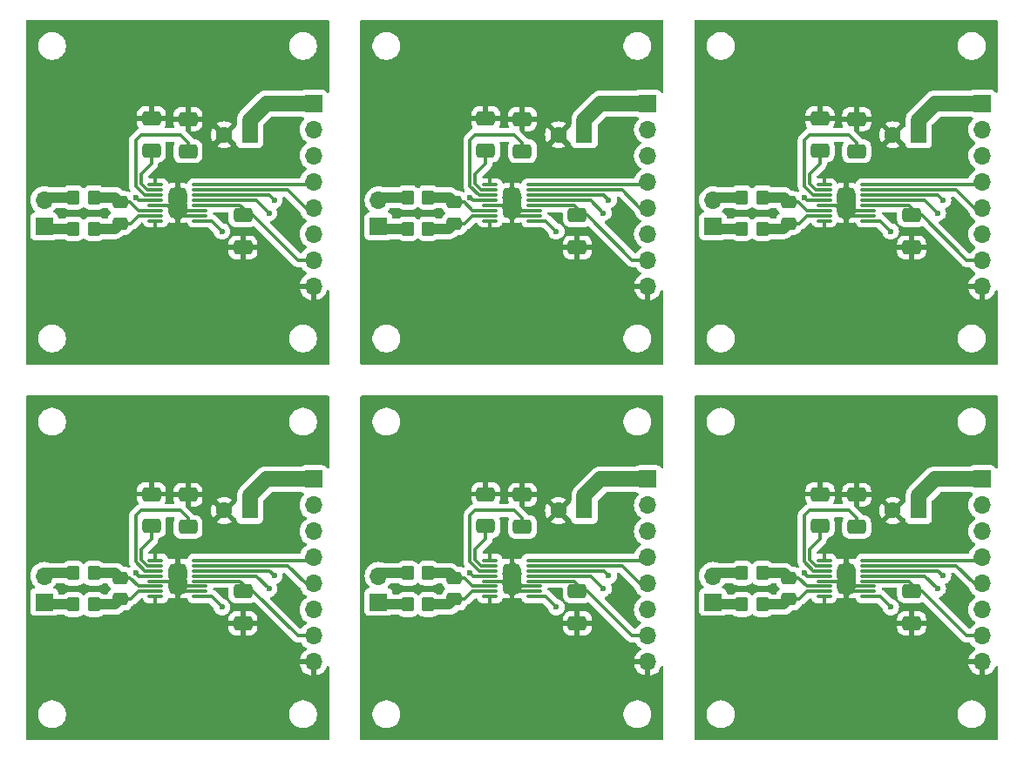
<source format=gbr>
%TF.GenerationSoftware,KiCad,Pcbnew,8.0.4*%
%TF.CreationDate,2024-08-17T22:53:07+02:00*%
%TF.ProjectId,,58585858-5858-4585-9858-585858585858,rev?*%
%TF.SameCoordinates,Original*%
%TF.FileFunction,Copper,L1,Top*%
%TF.FilePolarity,Positive*%
%FSLAX46Y46*%
G04 Gerber Fmt 4.6, Leading zero omitted, Abs format (unit mm)*
G04 Created by KiCad (PCBNEW 8.0.4) date 2024-08-17 22:53:07*
%MOMM*%
%LPD*%
G01*
G04 APERTURE LIST*
G04 Aperture macros list*
%AMRoundRect*
0 Rectangle with rounded corners*
0 $1 Rounding radius*
0 $2 $3 $4 $5 $6 $7 $8 $9 X,Y pos of 4 corners*
0 Add a 4 corners polygon primitive as box body*
4,1,4,$2,$3,$4,$5,$6,$7,$8,$9,$2,$3,0*
0 Add four circle primitives for the rounded corners*
1,1,$1+$1,$2,$3*
1,1,$1+$1,$4,$5*
1,1,$1+$1,$6,$7*
1,1,$1+$1,$8,$9*
0 Add four rect primitives between the rounded corners*
20,1,$1+$1,$2,$3,$4,$5,0*
20,1,$1+$1,$4,$5,$6,$7,0*
20,1,$1+$1,$6,$7,$8,$9,0*
20,1,$1+$1,$8,$9,$2,$3,0*%
G04 Aperture macros list end*
%TA.AperFunction,SMDPad,CuDef*%
%ADD10RoundRect,0.250000X-0.475000X0.337500X-0.475000X-0.337500X0.475000X-0.337500X0.475000X0.337500X0*%
%TD*%
%TA.AperFunction,SMDPad,CuDef*%
%ADD11RoundRect,0.075000X-0.650000X-0.075000X0.650000X-0.075000X0.650000X0.075000X-0.650000X0.075000X0*%
%TD*%
%TA.AperFunction,ComponentPad*%
%ADD12C,0.500000*%
%TD*%
%TA.AperFunction,SMDPad,CuDef*%
%ADD13RoundRect,0.250000X-0.575000X-1.175000X0.575000X-1.175000X0.575000X1.175000X-0.575000X1.175000X0*%
%TD*%
%TA.AperFunction,SMDPad,CuDef*%
%ADD14RoundRect,0.250000X-0.650000X0.412500X-0.650000X-0.412500X0.650000X-0.412500X0.650000X0.412500X0*%
%TD*%
%TA.AperFunction,ComponentPad*%
%ADD15R,1.700000X1.700000*%
%TD*%
%TA.AperFunction,ComponentPad*%
%ADD16O,1.700000X1.700000*%
%TD*%
%TA.AperFunction,ComponentPad*%
%ADD17R,1.600000X1.600000*%
%TD*%
%TA.AperFunction,ComponentPad*%
%ADD18C,1.600000*%
%TD*%
%TA.AperFunction,SMDPad,CuDef*%
%ADD19RoundRect,0.250000X0.650000X-0.412500X0.650000X0.412500X-0.650000X0.412500X-0.650000X-0.412500X0*%
%TD*%
%TA.AperFunction,SMDPad,CuDef*%
%ADD20RoundRect,0.250000X-0.350000X-0.450000X0.350000X-0.450000X0.350000X0.450000X-0.350000X0.450000X0*%
%TD*%
%TA.AperFunction,ViaPad*%
%ADD21C,0.600000*%
%TD*%
%TA.AperFunction,Conductor*%
%ADD22C,0.300000*%
%TD*%
%TA.AperFunction,Conductor*%
%ADD23C,1.000000*%
%TD*%
%TA.AperFunction,Conductor*%
%ADD24C,1.500000*%
%TD*%
G04 APERTURE END LIST*
D10*
%TO.P,C1,1*%
%TO.N,Board_2-Net-(U1-AIN+)*%
X175392000Y-45245500D03*
%TO.P,C1,2*%
%TO.N,Board_2-Net-(U1-AIN-)*%
X175392000Y-47320500D03*
%TD*%
D11*
%TO.P,U1,1,GND*%
%TO.N,Board_4-GND*%
X146358000Y-80098500D03*
%TO.P,U1,2,REFIN*%
%TO.N,Board_4-Net-(U1-REFIN)*%
X146358000Y-80598500D03*
%TO.P,U1,3,REFOUT*%
%TO.N,Board_4-Net-(U1-REFOUT)*%
X146358000Y-81098500D03*
%TO.P,U1,4,VDD*%
%TO.N,Board_4-Net-(J1-Pin_1)*%
X146358000Y-81598500D03*
%TO.P,U1,5,GND*%
%TO.N,Board_4-GND*%
X146358000Y-82098500D03*
%TO.P,U1,6,AIN+*%
%TO.N,Board_4-Net-(U1-AIN+)*%
X146358000Y-82598500D03*
%TO.P,U1,7,AIN-*%
%TO.N,Board_4-Net-(U1-AIN-)*%
X146358000Y-83098500D03*
%TO.P,U1,8,GND*%
%TO.N,Board_4-GND*%
X146358000Y-83598500D03*
%TO.P,U1,9,~{CNV}*%
%TO.N,Board_4-Net-(J1-Pin_6)*%
X150658000Y-83598500D03*
%TO.P,U1,10,~{CMOS}/LVDS*%
%TO.N,Board_4-GND*%
X150658000Y-83098500D03*
%TO.P,U1,11,GND*%
X150658000Y-82598500D03*
%TO.P,U1,12,OVDD*%
%TO.N,Board_4-Net-(J1-Pin_7)*%
X150658000Y-82098500D03*
%TO.P,U1,13,SDO-*%
%TO.N,Board_4-Net-(J1-Pin_3)*%
X150658000Y-81598500D03*
%TO.P,U1,14,SDO+*%
%TO.N,Board_4-Net-(J1-Pin_2)*%
X150658000Y-81098500D03*
%TO.P,U1,15,SCK-*%
%TO.N,Board_4-Net-(J1-Pin_5)*%
X150658000Y-80598500D03*
%TO.P,U1,16,SCK+*%
%TO.N,Board_4-Net-(J1-Pin_4)*%
X150658000Y-80098500D03*
D12*
%TO.P,U1,17,GND*%
%TO.N,Board_4-GND*%
X148008000Y-80848500D03*
X148008000Y-81848500D03*
X148008000Y-82848500D03*
D13*
X148508000Y-81848500D03*
D12*
X149008000Y-80848500D03*
X149008000Y-81848500D03*
X149008000Y-82848500D03*
%TD*%
D14*
%TO.P,C5,1*%
%TO.N,Board_4-GND*%
X145960000Y-73627500D03*
%TO.P,C5,2*%
%TO.N,Board_4-Net-(U1-REFIN)*%
X145960000Y-76752500D03*
%TD*%
D15*
%TO.P,J1,1,Pin_1*%
%TO.N,Board_1-Net-(J1-Pin_1)*%
X161708000Y-35636500D03*
D16*
%TO.P,J1,2,Pin_2*%
%TO.N,Board_1-Net-(J1-Pin_2)*%
X161708000Y-38176500D03*
%TO.P,J1,3,Pin_3*%
%TO.N,Board_1-Net-(J1-Pin_3)*%
X161708000Y-40716500D03*
%TO.P,J1,4,Pin_4*%
%TO.N,Board_1-Net-(J1-Pin_4)*%
X161708000Y-43256500D03*
%TO.P,J1,5,Pin_5*%
%TO.N,Board_1-Net-(J1-Pin_5)*%
X161708000Y-45796500D03*
%TO.P,J1,6,Pin_6*%
%TO.N,Board_1-Net-(J1-Pin_6)*%
X161708000Y-48336500D03*
%TO.P,J1,7,Pin_7*%
%TO.N,Board_1-Net-(J1-Pin_7)*%
X161708000Y-50876500D03*
%TO.P,J1,8,Pin_8*%
%TO.N,Board_1-GND*%
X161708000Y-53416500D03*
%TD*%
D14*
%TO.P,C5,1*%
%TO.N,Board_1-GND*%
X145960000Y-37083500D03*
%TO.P,C5,2*%
%TO.N,Board_1-Net-(U1-REFIN)*%
X145960000Y-40208500D03*
%TD*%
D17*
%TO.P,C7,1*%
%TO.N,Board_3-Net-(J1-Pin_1)*%
X123044380Y-75228500D03*
D18*
%TO.P,C7,2*%
%TO.N,Board_3-GND*%
X120544380Y-75228500D03*
%TD*%
D19*
%TO.P,C3,1*%
%TO.N,Board_3-GND*%
X122370000Y-86189000D03*
%TO.P,C3,2*%
%TO.N,Board_3-Net-(J1-Pin_7)*%
X122370000Y-83064000D03*
%TD*%
%TO.P,C3,1*%
%TO.N,Board_1-GND*%
X154850000Y-49645000D03*
%TO.P,C3,2*%
%TO.N,Board_1-Net-(J1-Pin_7)*%
X154850000Y-46520000D03*
%TD*%
D11*
%TO.P,U1,1,GND*%
%TO.N,Board_5-GND*%
X178838000Y-80098500D03*
%TO.P,U1,2,REFIN*%
%TO.N,Board_5-Net-(U1-REFIN)*%
X178838000Y-80598500D03*
%TO.P,U1,3,REFOUT*%
%TO.N,Board_5-Net-(U1-REFOUT)*%
X178838000Y-81098500D03*
%TO.P,U1,4,VDD*%
%TO.N,Board_5-Net-(J1-Pin_1)*%
X178838000Y-81598500D03*
%TO.P,U1,5,GND*%
%TO.N,Board_5-GND*%
X178838000Y-82098500D03*
%TO.P,U1,6,AIN+*%
%TO.N,Board_5-Net-(U1-AIN+)*%
X178838000Y-82598500D03*
%TO.P,U1,7,AIN-*%
%TO.N,Board_5-Net-(U1-AIN-)*%
X178838000Y-83098500D03*
%TO.P,U1,8,GND*%
%TO.N,Board_5-GND*%
X178838000Y-83598500D03*
%TO.P,U1,9,~{CNV}*%
%TO.N,Board_5-Net-(J1-Pin_6)*%
X183138000Y-83598500D03*
%TO.P,U1,10,~{CMOS}/LVDS*%
%TO.N,Board_5-GND*%
X183138000Y-83098500D03*
%TO.P,U1,11,GND*%
X183138000Y-82598500D03*
%TO.P,U1,12,OVDD*%
%TO.N,Board_5-Net-(J1-Pin_7)*%
X183138000Y-82098500D03*
%TO.P,U1,13,SDO-*%
%TO.N,Board_5-Net-(J1-Pin_3)*%
X183138000Y-81598500D03*
%TO.P,U1,14,SDO+*%
%TO.N,Board_5-Net-(J1-Pin_2)*%
X183138000Y-81098500D03*
%TO.P,U1,15,SCK-*%
%TO.N,Board_5-Net-(J1-Pin_5)*%
X183138000Y-80598500D03*
%TO.P,U1,16,SCK+*%
%TO.N,Board_5-Net-(J1-Pin_4)*%
X183138000Y-80098500D03*
D12*
%TO.P,U1,17,GND*%
%TO.N,Board_5-GND*%
X180488000Y-80848500D03*
X180488000Y-81848500D03*
X180488000Y-82848500D03*
D13*
X180988000Y-81848500D03*
D12*
X181488000Y-80848500D03*
X181488000Y-81848500D03*
X181488000Y-82848500D03*
%TD*%
D14*
%TO.P,C4,1*%
%TO.N,Board_5-GND*%
X181996000Y-73704500D03*
%TO.P,C4,2*%
%TO.N,Board_5-Net-(U1-REFOUT)*%
X181996000Y-76829500D03*
%TD*%
D15*
%TO.P,J2,1,Pin_1*%
%TO.N,Board_2-Net-(J2-Pin_1)*%
X168026000Y-47579500D03*
D16*
%TO.P,J2,2,Pin_2*%
%TO.N,Board_2-Net-(J2-Pin_2)*%
X168026000Y-45039500D03*
%TD*%
D15*
%TO.P,J1,1,Pin_1*%
%TO.N,Board_0-Net-(J1-Pin_1)*%
X129228000Y-35636500D03*
D16*
%TO.P,J1,2,Pin_2*%
%TO.N,Board_0-Net-(J1-Pin_2)*%
X129228000Y-38176500D03*
%TO.P,J1,3,Pin_3*%
%TO.N,Board_0-Net-(J1-Pin_3)*%
X129228000Y-40716500D03*
%TO.P,J1,4,Pin_4*%
%TO.N,Board_0-Net-(J1-Pin_4)*%
X129228000Y-43256500D03*
%TO.P,J1,5,Pin_5*%
%TO.N,Board_0-Net-(J1-Pin_5)*%
X129228000Y-45796500D03*
%TO.P,J1,6,Pin_6*%
%TO.N,Board_0-Net-(J1-Pin_6)*%
X129228000Y-48336500D03*
%TO.P,J1,7,Pin_7*%
%TO.N,Board_0-Net-(J1-Pin_7)*%
X129228000Y-50876500D03*
%TO.P,J1,8,Pin_8*%
%TO.N,Board_0-GND*%
X129228000Y-53416500D03*
%TD*%
D17*
%TO.P,C7,1*%
%TO.N,Board_5-Net-(J1-Pin_1)*%
X188004380Y-75228500D03*
D18*
%TO.P,C7,2*%
%TO.N,Board_5-GND*%
X185504380Y-75228500D03*
%TD*%
D14*
%TO.P,C4,1*%
%TO.N,Board_2-GND*%
X181996000Y-37160500D03*
%TO.P,C4,2*%
%TO.N,Board_2-Net-(U1-REFOUT)*%
X181996000Y-40285500D03*
%TD*%
D10*
%TO.P,C1,1*%
%TO.N,Board_4-Net-(U1-AIN+)*%
X142912000Y-81789500D03*
%TO.P,C1,2*%
%TO.N,Board_4-Net-(U1-AIN-)*%
X142912000Y-83864500D03*
%TD*%
D14*
%TO.P,C4,1*%
%TO.N,Board_3-GND*%
X117036000Y-73704500D03*
%TO.P,C4,2*%
%TO.N,Board_3-Net-(U1-REFOUT)*%
X117036000Y-76829500D03*
%TD*%
D20*
%TO.P,R1,1*%
%TO.N,Board_3-Net-(J2-Pin_2)*%
X105892000Y-81324500D03*
%TO.P,R1,2*%
%TO.N,Board_3-Net-(U1-AIN+)*%
X107892000Y-81324500D03*
%TD*%
D10*
%TO.P,C1,1*%
%TO.N,Board_1-Net-(U1-AIN+)*%
X142912000Y-45245500D03*
%TO.P,C1,2*%
%TO.N,Board_1-Net-(U1-AIN-)*%
X142912000Y-47320500D03*
%TD*%
D15*
%TO.P,J2,1,Pin_1*%
%TO.N,Board_4-Net-(J2-Pin_1)*%
X135546000Y-84123500D03*
D16*
%TO.P,J2,2,Pin_2*%
%TO.N,Board_4-Net-(J2-Pin_2)*%
X135546000Y-81583500D03*
%TD*%
D20*
%TO.P,R2,1*%
%TO.N,Board_4-Net-(J2-Pin_1)*%
X138372000Y-84372500D03*
%TO.P,R2,2*%
%TO.N,Board_4-Net-(U1-AIN-)*%
X140372000Y-84372500D03*
%TD*%
D15*
%TO.P,J2,1,Pin_1*%
%TO.N,Board_0-Net-(J2-Pin_1)*%
X103066000Y-47579500D03*
D16*
%TO.P,J2,2,Pin_2*%
%TO.N,Board_0-Net-(J2-Pin_2)*%
X103066000Y-45039500D03*
%TD*%
D20*
%TO.P,R1,1*%
%TO.N,Board_1-Net-(J2-Pin_2)*%
X138372000Y-44780500D03*
%TO.P,R1,2*%
%TO.N,Board_1-Net-(U1-AIN+)*%
X140372000Y-44780500D03*
%TD*%
D17*
%TO.P,C7,1*%
%TO.N,Board_4-Net-(J1-Pin_1)*%
X155524380Y-75228500D03*
D18*
%TO.P,C7,2*%
%TO.N,Board_4-GND*%
X153024380Y-75228500D03*
%TD*%
D11*
%TO.P,U1,1,GND*%
%TO.N,Board_2-GND*%
X178838000Y-43554500D03*
%TO.P,U1,2,REFIN*%
%TO.N,Board_2-Net-(U1-REFIN)*%
X178838000Y-44054500D03*
%TO.P,U1,3,REFOUT*%
%TO.N,Board_2-Net-(U1-REFOUT)*%
X178838000Y-44554500D03*
%TO.P,U1,4,VDD*%
%TO.N,Board_2-Net-(J1-Pin_1)*%
X178838000Y-45054500D03*
%TO.P,U1,5,GND*%
%TO.N,Board_2-GND*%
X178838000Y-45554500D03*
%TO.P,U1,6,AIN+*%
%TO.N,Board_2-Net-(U1-AIN+)*%
X178838000Y-46054500D03*
%TO.P,U1,7,AIN-*%
%TO.N,Board_2-Net-(U1-AIN-)*%
X178838000Y-46554500D03*
%TO.P,U1,8,GND*%
%TO.N,Board_2-GND*%
X178838000Y-47054500D03*
%TO.P,U1,9,~{CNV}*%
%TO.N,Board_2-Net-(J1-Pin_6)*%
X183138000Y-47054500D03*
%TO.P,U1,10,~{CMOS}/LVDS*%
%TO.N,Board_2-GND*%
X183138000Y-46554500D03*
%TO.P,U1,11,GND*%
X183138000Y-46054500D03*
%TO.P,U1,12,OVDD*%
%TO.N,Board_2-Net-(J1-Pin_7)*%
X183138000Y-45554500D03*
%TO.P,U1,13,SDO-*%
%TO.N,Board_2-Net-(J1-Pin_3)*%
X183138000Y-45054500D03*
%TO.P,U1,14,SDO+*%
%TO.N,Board_2-Net-(J1-Pin_2)*%
X183138000Y-44554500D03*
%TO.P,U1,15,SCK-*%
%TO.N,Board_2-Net-(J1-Pin_5)*%
X183138000Y-44054500D03*
%TO.P,U1,16,SCK+*%
%TO.N,Board_2-Net-(J1-Pin_4)*%
X183138000Y-43554500D03*
D12*
%TO.P,U1,17,GND*%
%TO.N,Board_2-GND*%
X180488000Y-44304500D03*
X180488000Y-45304500D03*
X180488000Y-46304500D03*
D13*
X180988000Y-45304500D03*
D12*
X181488000Y-44304500D03*
X181488000Y-45304500D03*
X181488000Y-46304500D03*
%TD*%
D14*
%TO.P,C5,1*%
%TO.N,Board_3-GND*%
X113480000Y-73627500D03*
%TO.P,C5,2*%
%TO.N,Board_3-Net-(U1-REFIN)*%
X113480000Y-76752500D03*
%TD*%
D20*
%TO.P,R2,1*%
%TO.N,Board_0-Net-(J2-Pin_1)*%
X105892000Y-47828500D03*
%TO.P,R2,2*%
%TO.N,Board_0-Net-(U1-AIN-)*%
X107892000Y-47828500D03*
%TD*%
D15*
%TO.P,J2,1,Pin_1*%
%TO.N,Board_1-Net-(J2-Pin_1)*%
X135546000Y-47579500D03*
D16*
%TO.P,J2,2,Pin_2*%
%TO.N,Board_1-Net-(J2-Pin_2)*%
X135546000Y-45039500D03*
%TD*%
D17*
%TO.P,C7,1*%
%TO.N,Board_1-Net-(J1-Pin_1)*%
X155524380Y-38684500D03*
D18*
%TO.P,C7,2*%
%TO.N,Board_1-GND*%
X153024380Y-38684500D03*
%TD*%
D10*
%TO.P,C1,1*%
%TO.N,Board_3-Net-(U1-AIN+)*%
X110432000Y-81789500D03*
%TO.P,C1,2*%
%TO.N,Board_3-Net-(U1-AIN-)*%
X110432000Y-83864500D03*
%TD*%
D19*
%TO.P,C3,1*%
%TO.N,Board_5-GND*%
X187330000Y-86189000D03*
%TO.P,C3,2*%
%TO.N,Board_5-Net-(J1-Pin_7)*%
X187330000Y-83064000D03*
%TD*%
D15*
%TO.P,J1,1,Pin_1*%
%TO.N,Board_3-Net-(J1-Pin_1)*%
X129228000Y-72180500D03*
D16*
%TO.P,J1,2,Pin_2*%
%TO.N,Board_3-Net-(J1-Pin_2)*%
X129228000Y-74720500D03*
%TO.P,J1,3,Pin_3*%
%TO.N,Board_3-Net-(J1-Pin_3)*%
X129228000Y-77260500D03*
%TO.P,J1,4,Pin_4*%
%TO.N,Board_3-Net-(J1-Pin_4)*%
X129228000Y-79800500D03*
%TO.P,J1,5,Pin_5*%
%TO.N,Board_3-Net-(J1-Pin_5)*%
X129228000Y-82340500D03*
%TO.P,J1,6,Pin_6*%
%TO.N,Board_3-Net-(J1-Pin_6)*%
X129228000Y-84880500D03*
%TO.P,J1,7,Pin_7*%
%TO.N,Board_3-Net-(J1-Pin_7)*%
X129228000Y-87420500D03*
%TO.P,J1,8,Pin_8*%
%TO.N,Board_3-GND*%
X129228000Y-89960500D03*
%TD*%
D11*
%TO.P,U1,1,GND*%
%TO.N,Board_3-GND*%
X113878000Y-80098500D03*
%TO.P,U1,2,REFIN*%
%TO.N,Board_3-Net-(U1-REFIN)*%
X113878000Y-80598500D03*
%TO.P,U1,3,REFOUT*%
%TO.N,Board_3-Net-(U1-REFOUT)*%
X113878000Y-81098500D03*
%TO.P,U1,4,VDD*%
%TO.N,Board_3-Net-(J1-Pin_1)*%
X113878000Y-81598500D03*
%TO.P,U1,5,GND*%
%TO.N,Board_3-GND*%
X113878000Y-82098500D03*
%TO.P,U1,6,AIN+*%
%TO.N,Board_3-Net-(U1-AIN+)*%
X113878000Y-82598500D03*
%TO.P,U1,7,AIN-*%
%TO.N,Board_3-Net-(U1-AIN-)*%
X113878000Y-83098500D03*
%TO.P,U1,8,GND*%
%TO.N,Board_3-GND*%
X113878000Y-83598500D03*
%TO.P,U1,9,~{CNV}*%
%TO.N,Board_3-Net-(J1-Pin_6)*%
X118178000Y-83598500D03*
%TO.P,U1,10,~{CMOS}/LVDS*%
%TO.N,Board_3-GND*%
X118178000Y-83098500D03*
%TO.P,U1,11,GND*%
X118178000Y-82598500D03*
%TO.P,U1,12,OVDD*%
%TO.N,Board_3-Net-(J1-Pin_7)*%
X118178000Y-82098500D03*
%TO.P,U1,13,SDO-*%
%TO.N,Board_3-Net-(J1-Pin_3)*%
X118178000Y-81598500D03*
%TO.P,U1,14,SDO+*%
%TO.N,Board_3-Net-(J1-Pin_2)*%
X118178000Y-81098500D03*
%TO.P,U1,15,SCK-*%
%TO.N,Board_3-Net-(J1-Pin_5)*%
X118178000Y-80598500D03*
%TO.P,U1,16,SCK+*%
%TO.N,Board_3-Net-(J1-Pin_4)*%
X118178000Y-80098500D03*
D12*
%TO.P,U1,17,GND*%
%TO.N,Board_3-GND*%
X115528000Y-80848500D03*
X115528000Y-81848500D03*
X115528000Y-82848500D03*
D13*
X116028000Y-81848500D03*
D12*
X116528000Y-80848500D03*
X116528000Y-81848500D03*
X116528000Y-82848500D03*
%TD*%
D14*
%TO.P,C4,1*%
%TO.N,Board_4-GND*%
X149516000Y-73704500D03*
%TO.P,C4,2*%
%TO.N,Board_4-Net-(U1-REFOUT)*%
X149516000Y-76829500D03*
%TD*%
D20*
%TO.P,R1,1*%
%TO.N,Board_0-Net-(J2-Pin_2)*%
X105892000Y-44780500D03*
%TO.P,R1,2*%
%TO.N,Board_0-Net-(U1-AIN+)*%
X107892000Y-44780500D03*
%TD*%
D15*
%TO.P,J1,1,Pin_1*%
%TO.N,Board_4-Net-(J1-Pin_1)*%
X161708000Y-72180500D03*
D16*
%TO.P,J1,2,Pin_2*%
%TO.N,Board_4-Net-(J1-Pin_2)*%
X161708000Y-74720500D03*
%TO.P,J1,3,Pin_3*%
%TO.N,Board_4-Net-(J1-Pin_3)*%
X161708000Y-77260500D03*
%TO.P,J1,4,Pin_4*%
%TO.N,Board_4-Net-(J1-Pin_4)*%
X161708000Y-79800500D03*
%TO.P,J1,5,Pin_5*%
%TO.N,Board_4-Net-(J1-Pin_5)*%
X161708000Y-82340500D03*
%TO.P,J1,6,Pin_6*%
%TO.N,Board_4-Net-(J1-Pin_6)*%
X161708000Y-84880500D03*
%TO.P,J1,7,Pin_7*%
%TO.N,Board_4-Net-(J1-Pin_7)*%
X161708000Y-87420500D03*
%TO.P,J1,8,Pin_8*%
%TO.N,Board_4-GND*%
X161708000Y-89960500D03*
%TD*%
D19*
%TO.P,C3,1*%
%TO.N,Board_0-GND*%
X122370000Y-49645000D03*
%TO.P,C3,2*%
%TO.N,Board_0-Net-(J1-Pin_7)*%
X122370000Y-46520000D03*
%TD*%
D15*
%TO.P,J1,1,Pin_1*%
%TO.N,Board_5-Net-(J1-Pin_1)*%
X194188000Y-72180500D03*
D16*
%TO.P,J1,2,Pin_2*%
%TO.N,Board_5-Net-(J1-Pin_2)*%
X194188000Y-74720500D03*
%TO.P,J1,3,Pin_3*%
%TO.N,Board_5-Net-(J1-Pin_3)*%
X194188000Y-77260500D03*
%TO.P,J1,4,Pin_4*%
%TO.N,Board_5-Net-(J1-Pin_4)*%
X194188000Y-79800500D03*
%TO.P,J1,5,Pin_5*%
%TO.N,Board_5-Net-(J1-Pin_5)*%
X194188000Y-82340500D03*
%TO.P,J1,6,Pin_6*%
%TO.N,Board_5-Net-(J1-Pin_6)*%
X194188000Y-84880500D03*
%TO.P,J1,7,Pin_7*%
%TO.N,Board_5-Net-(J1-Pin_7)*%
X194188000Y-87420500D03*
%TO.P,J1,8,Pin_8*%
%TO.N,Board_5-GND*%
X194188000Y-89960500D03*
%TD*%
D20*
%TO.P,R2,1*%
%TO.N,Board_1-Net-(J2-Pin_1)*%
X138372000Y-47828500D03*
%TO.P,R2,2*%
%TO.N,Board_1-Net-(U1-AIN-)*%
X140372000Y-47828500D03*
%TD*%
D15*
%TO.P,J2,1,Pin_1*%
%TO.N,Board_5-Net-(J2-Pin_1)*%
X168026000Y-84123500D03*
D16*
%TO.P,J2,2,Pin_2*%
%TO.N,Board_5-Net-(J2-Pin_2)*%
X168026000Y-81583500D03*
%TD*%
D11*
%TO.P,U1,1,GND*%
%TO.N,Board_1-GND*%
X146358000Y-43554500D03*
%TO.P,U1,2,REFIN*%
%TO.N,Board_1-Net-(U1-REFIN)*%
X146358000Y-44054500D03*
%TO.P,U1,3,REFOUT*%
%TO.N,Board_1-Net-(U1-REFOUT)*%
X146358000Y-44554500D03*
%TO.P,U1,4,VDD*%
%TO.N,Board_1-Net-(J1-Pin_1)*%
X146358000Y-45054500D03*
%TO.P,U1,5,GND*%
%TO.N,Board_1-GND*%
X146358000Y-45554500D03*
%TO.P,U1,6,AIN+*%
%TO.N,Board_1-Net-(U1-AIN+)*%
X146358000Y-46054500D03*
%TO.P,U1,7,AIN-*%
%TO.N,Board_1-Net-(U1-AIN-)*%
X146358000Y-46554500D03*
%TO.P,U1,8,GND*%
%TO.N,Board_1-GND*%
X146358000Y-47054500D03*
%TO.P,U1,9,~{CNV}*%
%TO.N,Board_1-Net-(J1-Pin_6)*%
X150658000Y-47054500D03*
%TO.P,U1,10,~{CMOS}/LVDS*%
%TO.N,Board_1-GND*%
X150658000Y-46554500D03*
%TO.P,U1,11,GND*%
X150658000Y-46054500D03*
%TO.P,U1,12,OVDD*%
%TO.N,Board_1-Net-(J1-Pin_7)*%
X150658000Y-45554500D03*
%TO.P,U1,13,SDO-*%
%TO.N,Board_1-Net-(J1-Pin_3)*%
X150658000Y-45054500D03*
%TO.P,U1,14,SDO+*%
%TO.N,Board_1-Net-(J1-Pin_2)*%
X150658000Y-44554500D03*
%TO.P,U1,15,SCK-*%
%TO.N,Board_1-Net-(J1-Pin_5)*%
X150658000Y-44054500D03*
%TO.P,U1,16,SCK+*%
%TO.N,Board_1-Net-(J1-Pin_4)*%
X150658000Y-43554500D03*
D12*
%TO.P,U1,17,GND*%
%TO.N,Board_1-GND*%
X148008000Y-44304500D03*
X148008000Y-45304500D03*
X148008000Y-46304500D03*
D13*
X148508000Y-45304500D03*
D12*
X149008000Y-44304500D03*
X149008000Y-45304500D03*
X149008000Y-46304500D03*
%TD*%
D14*
%TO.P,C5,1*%
%TO.N,Board_5-GND*%
X178440000Y-73627500D03*
%TO.P,C5,2*%
%TO.N,Board_5-Net-(U1-REFIN)*%
X178440000Y-76752500D03*
%TD*%
D15*
%TO.P,J1,1,Pin_1*%
%TO.N,Board_2-Net-(J1-Pin_1)*%
X194188000Y-35636500D03*
D16*
%TO.P,J1,2,Pin_2*%
%TO.N,Board_2-Net-(J1-Pin_2)*%
X194188000Y-38176500D03*
%TO.P,J1,3,Pin_3*%
%TO.N,Board_2-Net-(J1-Pin_3)*%
X194188000Y-40716500D03*
%TO.P,J1,4,Pin_4*%
%TO.N,Board_2-Net-(J1-Pin_4)*%
X194188000Y-43256500D03*
%TO.P,J1,5,Pin_5*%
%TO.N,Board_2-Net-(J1-Pin_5)*%
X194188000Y-45796500D03*
%TO.P,J1,6,Pin_6*%
%TO.N,Board_2-Net-(J1-Pin_6)*%
X194188000Y-48336500D03*
%TO.P,J1,7,Pin_7*%
%TO.N,Board_2-Net-(J1-Pin_7)*%
X194188000Y-50876500D03*
%TO.P,J1,8,Pin_8*%
%TO.N,Board_2-GND*%
X194188000Y-53416500D03*
%TD*%
D15*
%TO.P,J2,1,Pin_1*%
%TO.N,Board_3-Net-(J2-Pin_1)*%
X103066000Y-84123500D03*
D16*
%TO.P,J2,2,Pin_2*%
%TO.N,Board_3-Net-(J2-Pin_2)*%
X103066000Y-81583500D03*
%TD*%
D20*
%TO.P,R1,1*%
%TO.N,Board_2-Net-(J2-Pin_2)*%
X170852000Y-44780500D03*
%TO.P,R1,2*%
%TO.N,Board_2-Net-(U1-AIN+)*%
X172852000Y-44780500D03*
%TD*%
D14*
%TO.P,C4,1*%
%TO.N,Board_1-GND*%
X149516000Y-37160500D03*
%TO.P,C4,2*%
%TO.N,Board_1-Net-(U1-REFOUT)*%
X149516000Y-40285500D03*
%TD*%
%TO.P,C5,1*%
%TO.N,Board_2-GND*%
X178440000Y-37083500D03*
%TO.P,C5,2*%
%TO.N,Board_2-Net-(U1-REFIN)*%
X178440000Y-40208500D03*
%TD*%
D17*
%TO.P,C7,1*%
%TO.N,Board_2-Net-(J1-Pin_1)*%
X188004380Y-38684500D03*
D18*
%TO.P,C7,2*%
%TO.N,Board_2-GND*%
X185504380Y-38684500D03*
%TD*%
D17*
%TO.P,C7,1*%
%TO.N,Board_0-Net-(J1-Pin_1)*%
X123044380Y-38684500D03*
D18*
%TO.P,C7,2*%
%TO.N,Board_0-GND*%
X120544380Y-38684500D03*
%TD*%
D20*
%TO.P,R2,1*%
%TO.N,Board_2-Net-(J2-Pin_1)*%
X170852000Y-47828500D03*
%TO.P,R2,2*%
%TO.N,Board_2-Net-(U1-AIN-)*%
X172852000Y-47828500D03*
%TD*%
%TO.P,R2,1*%
%TO.N,Board_3-Net-(J2-Pin_1)*%
X105892000Y-84372500D03*
%TO.P,R2,2*%
%TO.N,Board_3-Net-(U1-AIN-)*%
X107892000Y-84372500D03*
%TD*%
D10*
%TO.P,C1,1*%
%TO.N,Board_5-Net-(U1-AIN+)*%
X175392000Y-81789500D03*
%TO.P,C1,2*%
%TO.N,Board_5-Net-(U1-AIN-)*%
X175392000Y-83864500D03*
%TD*%
D14*
%TO.P,C5,1*%
%TO.N,Board_0-GND*%
X113480000Y-37083500D03*
%TO.P,C5,2*%
%TO.N,Board_0-Net-(U1-REFIN)*%
X113480000Y-40208500D03*
%TD*%
D20*
%TO.P,R1,1*%
%TO.N,Board_5-Net-(J2-Pin_2)*%
X170852000Y-81324500D03*
%TO.P,R1,2*%
%TO.N,Board_5-Net-(U1-AIN+)*%
X172852000Y-81324500D03*
%TD*%
D19*
%TO.P,C3,1*%
%TO.N,Board_4-GND*%
X154850000Y-86189000D03*
%TO.P,C3,2*%
%TO.N,Board_4-Net-(J1-Pin_7)*%
X154850000Y-83064000D03*
%TD*%
D11*
%TO.P,U1,1,GND*%
%TO.N,Board_0-GND*%
X113878000Y-43554500D03*
%TO.P,U1,2,REFIN*%
%TO.N,Board_0-Net-(U1-REFIN)*%
X113878000Y-44054500D03*
%TO.P,U1,3,REFOUT*%
%TO.N,Board_0-Net-(U1-REFOUT)*%
X113878000Y-44554500D03*
%TO.P,U1,4,VDD*%
%TO.N,Board_0-Net-(J1-Pin_1)*%
X113878000Y-45054500D03*
%TO.P,U1,5,GND*%
%TO.N,Board_0-GND*%
X113878000Y-45554500D03*
%TO.P,U1,6,AIN+*%
%TO.N,Board_0-Net-(U1-AIN+)*%
X113878000Y-46054500D03*
%TO.P,U1,7,AIN-*%
%TO.N,Board_0-Net-(U1-AIN-)*%
X113878000Y-46554500D03*
%TO.P,U1,8,GND*%
%TO.N,Board_0-GND*%
X113878000Y-47054500D03*
%TO.P,U1,9,~{CNV}*%
%TO.N,Board_0-Net-(J1-Pin_6)*%
X118178000Y-47054500D03*
%TO.P,U1,10,~{CMOS}/LVDS*%
%TO.N,Board_0-GND*%
X118178000Y-46554500D03*
%TO.P,U1,11,GND*%
X118178000Y-46054500D03*
%TO.P,U1,12,OVDD*%
%TO.N,Board_0-Net-(J1-Pin_7)*%
X118178000Y-45554500D03*
%TO.P,U1,13,SDO-*%
%TO.N,Board_0-Net-(J1-Pin_3)*%
X118178000Y-45054500D03*
%TO.P,U1,14,SDO+*%
%TO.N,Board_0-Net-(J1-Pin_2)*%
X118178000Y-44554500D03*
%TO.P,U1,15,SCK-*%
%TO.N,Board_0-Net-(J1-Pin_5)*%
X118178000Y-44054500D03*
%TO.P,U1,16,SCK+*%
%TO.N,Board_0-Net-(J1-Pin_4)*%
X118178000Y-43554500D03*
D12*
%TO.P,U1,17,GND*%
%TO.N,Board_0-GND*%
X115528000Y-44304500D03*
X115528000Y-45304500D03*
X115528000Y-46304500D03*
D13*
X116028000Y-45304500D03*
D12*
X116528000Y-44304500D03*
X116528000Y-45304500D03*
X116528000Y-46304500D03*
%TD*%
D14*
%TO.P,C4,1*%
%TO.N,Board_0-GND*%
X117036000Y-37160500D03*
%TO.P,C4,2*%
%TO.N,Board_0-Net-(U1-REFOUT)*%
X117036000Y-40285500D03*
%TD*%
D20*
%TO.P,R1,1*%
%TO.N,Board_4-Net-(J2-Pin_2)*%
X138372000Y-81324500D03*
%TO.P,R1,2*%
%TO.N,Board_4-Net-(U1-AIN+)*%
X140372000Y-81324500D03*
%TD*%
D19*
%TO.P,C3,1*%
%TO.N,Board_2-GND*%
X187330000Y-49645000D03*
%TO.P,C3,2*%
%TO.N,Board_2-Net-(J1-Pin_7)*%
X187330000Y-46520000D03*
%TD*%
D20*
%TO.P,R2,1*%
%TO.N,Board_5-Net-(J2-Pin_1)*%
X170852000Y-84372500D03*
%TO.P,R2,2*%
%TO.N,Board_5-Net-(U1-AIN-)*%
X172852000Y-84372500D03*
%TD*%
D10*
%TO.P,C1,1*%
%TO.N,Board_0-Net-(U1-AIN+)*%
X110432000Y-45245500D03*
%TO.P,C1,2*%
%TO.N,Board_0-Net-(U1-AIN-)*%
X110432000Y-47320500D03*
%TD*%
D21*
%TO.N,Board_5-Net-(J1-Pin_6)*%
X185298000Y-84626500D03*
%TO.N,Board_5-Net-(J1-Pin_3)*%
X189870000Y-82848500D03*
%TO.N,Board_5-Net-(J1-Pin_2)*%
X190378000Y-81578500D03*
%TO.N,Board_5-Net-(J1-Pin_1)*%
X176916000Y-81324500D03*
%TO.N,Board_5-GND*%
X168280000Y-75228500D03*
X176916000Y-84626500D03*
X170820000Y-72688500D03*
X173353481Y-88037257D03*
X186060000Y-93008500D03*
X170820000Y-77768500D03*
X175900000Y-67608500D03*
X188600000Y-67608500D03*
X186060000Y-65068500D03*
X168280000Y-87928500D03*
X188600000Y-93008500D03*
X191902000Y-83610500D03*
X173360000Y-79546500D03*
X186060000Y-90468500D03*
X175900000Y-79546500D03*
X170820000Y-90468500D03*
X191394000Y-88690500D03*
X178440000Y-87928500D03*
X180218000Y-73196500D03*
X180980000Y-93008500D03*
X170820000Y-82848500D03*
X175900000Y-95548500D03*
X178440000Y-71926500D03*
X183520000Y-93008500D03*
X185298000Y-86404500D03*
X178440000Y-90468500D03*
X168280000Y-77768500D03*
X188600000Y-70148500D03*
X180980000Y-87928500D03*
X191902000Y-73704500D03*
X190124000Y-78784500D03*
X183520000Y-87928500D03*
X175900000Y-77768500D03*
X170820000Y-87928500D03*
X175900000Y-87928500D03*
X178440000Y-65068500D03*
X183774000Y-72434500D03*
X173360000Y-77768500D03*
X175926379Y-90461719D03*
X173614000Y-82848500D03*
X180980000Y-95548500D03*
X188600000Y-90468500D03*
X181996000Y-71926500D03*
X178440000Y-67608500D03*
X186060000Y-87928500D03*
X173360000Y-90468500D03*
X185298000Y-83102500D03*
X186060000Y-95548500D03*
X170820000Y-70148500D03*
X183520000Y-65068500D03*
X168280000Y-90468500D03*
X173360000Y-65068500D03*
X178440000Y-93008500D03*
X188571185Y-95544066D03*
X181996000Y-84626500D03*
X168280000Y-70148500D03*
X173360000Y-75228500D03*
X186060000Y-70148500D03*
X178440000Y-70148500D03*
X180218000Y-84626500D03*
X173360000Y-95548500D03*
X180980000Y-70148500D03*
X188600000Y-65068500D03*
X178440000Y-95548500D03*
X175900000Y-75228500D03*
X191140000Y-70148500D03*
X183520000Y-84626500D03*
X180218000Y-77260500D03*
X183520000Y-67608500D03*
X183520000Y-95548500D03*
X180980000Y-90468500D03*
X191140000Y-91992500D03*
X168280000Y-72688500D03*
X183520000Y-90468500D03*
X180980000Y-65068500D03*
X186060000Y-67608500D03*
X175900000Y-93008500D03*
X188600000Y-87928500D03*
X175900000Y-65068500D03*
X187330000Y-91738500D03*
X190632000Y-83610500D03*
X189362000Y-86404500D03*
X178440000Y-86150500D03*
X183774000Y-77514500D03*
X173360000Y-72688500D03*
X170820000Y-75228500D03*
X173360000Y-93008500D03*
X173360000Y-67608500D03*
X180980000Y-67608500D03*
X195204000Y-92500500D03*
X175900000Y-72688500D03*
X189616000Y-89198500D03*
X183520000Y-70148500D03*
%TO.N,Board_4-Net-(J1-Pin_6)*%
X152818000Y-84626500D03*
%TO.N,Board_4-Net-(J1-Pin_3)*%
X157390000Y-82848500D03*
%TO.N,Board_4-Net-(J1-Pin_2)*%
X157898000Y-81578500D03*
%TO.N,Board_4-Net-(J1-Pin_1)*%
X144436000Y-81324500D03*
%TO.N,Board_4-GND*%
X152818000Y-83102500D03*
X145960000Y-95548500D03*
X140880000Y-90468500D03*
X143420000Y-67608500D03*
X157136000Y-89198500D03*
X156120000Y-90468500D03*
X135800000Y-70148500D03*
X151040000Y-95548500D03*
X153580000Y-67608500D03*
X148500000Y-65068500D03*
X148500000Y-87928500D03*
X140880000Y-65068500D03*
X143420000Y-65068500D03*
X148500000Y-90468500D03*
X153580000Y-70148500D03*
X154850000Y-91738500D03*
X153580000Y-90468500D03*
X140880000Y-75228500D03*
X148500000Y-93008500D03*
X151040000Y-67608500D03*
X145960000Y-87928500D03*
X148500000Y-67608500D03*
X151040000Y-70148500D03*
X143420000Y-95548500D03*
X143420000Y-79546500D03*
X140880000Y-79546500D03*
X138340000Y-75228500D03*
X156120000Y-87928500D03*
X141134000Y-82848500D03*
X156882000Y-86404500D03*
X135800000Y-72688500D03*
X151040000Y-93008500D03*
X140880000Y-72688500D03*
X138340000Y-77768500D03*
X151294000Y-77514500D03*
X158914000Y-88690500D03*
X135800000Y-87928500D03*
X156120000Y-67608500D03*
X143420000Y-77768500D03*
X145960000Y-65068500D03*
X149516000Y-71926500D03*
X152818000Y-86404500D03*
X138340000Y-90468500D03*
X145960000Y-93008500D03*
X140880000Y-67608500D03*
X156120000Y-93008500D03*
X135800000Y-75228500D03*
X138340000Y-72688500D03*
X151040000Y-90468500D03*
X145960000Y-70148500D03*
X151040000Y-65068500D03*
X158660000Y-91992500D03*
X138340000Y-82848500D03*
X145960000Y-86150500D03*
X144436000Y-84626500D03*
X153580000Y-65068500D03*
X151040000Y-87928500D03*
X147738000Y-77260500D03*
X148500000Y-70148500D03*
X135800000Y-77768500D03*
X151040000Y-84626500D03*
X140880000Y-95548500D03*
X149516000Y-84626500D03*
X143420000Y-93008500D03*
X140880000Y-77768500D03*
X143420000Y-87928500D03*
X147738000Y-73196500D03*
X143420000Y-75228500D03*
X158660000Y-70148500D03*
X143420000Y-72688500D03*
X151294000Y-72434500D03*
X148500000Y-95548500D03*
X156091185Y-95544066D03*
X156120000Y-65068500D03*
X145960000Y-71926500D03*
X159422000Y-73704500D03*
X138340000Y-87928500D03*
X153580000Y-87928500D03*
X159422000Y-83610500D03*
X145960000Y-90468500D03*
X153580000Y-95548500D03*
X153580000Y-93008500D03*
X138340000Y-70148500D03*
X157644000Y-78784500D03*
X158152000Y-83610500D03*
X145960000Y-67608500D03*
X140873481Y-88037257D03*
X140880000Y-93008500D03*
X147738000Y-84626500D03*
X135800000Y-90468500D03*
X143446379Y-90461719D03*
X162724000Y-92500500D03*
X156120000Y-70148500D03*
%TO.N,Board_3-Net-(J1-Pin_6)*%
X120338000Y-84626500D03*
%TO.N,Board_3-Net-(J1-Pin_3)*%
X124910000Y-82848500D03*
%TO.N,Board_3-Net-(J1-Pin_2)*%
X125418000Y-81578500D03*
%TO.N,Board_3-Net-(J1-Pin_1)*%
X111956000Y-81324500D03*
%TO.N,Board_3-GND*%
X108400000Y-65068500D03*
X123640000Y-87928500D03*
X115258000Y-73196500D03*
X121100000Y-90468500D03*
X118560000Y-65068500D03*
X124656000Y-89198500D03*
X113480000Y-86150500D03*
X120338000Y-83102500D03*
X103320000Y-87928500D03*
X126942000Y-73704500D03*
X105860000Y-72688500D03*
X110966379Y-90461719D03*
X116020000Y-93008500D03*
X103320000Y-75228500D03*
X130244000Y-92500500D03*
X118560000Y-95548500D03*
X110940000Y-72688500D03*
X124402000Y-86404500D03*
X121100000Y-93008500D03*
X116020000Y-95548500D03*
X118560000Y-67608500D03*
X108400000Y-90468500D03*
X122370000Y-91738500D03*
X105860000Y-70148500D03*
X103320000Y-72688500D03*
X115258000Y-84626500D03*
X125164000Y-78784500D03*
X118560000Y-87928500D03*
X116020000Y-70148500D03*
X108400000Y-72688500D03*
X116020000Y-65068500D03*
X126942000Y-83610500D03*
X110940000Y-65068500D03*
X113480000Y-87928500D03*
X110940000Y-93008500D03*
X117036000Y-84626500D03*
X103320000Y-70148500D03*
X113480000Y-93008500D03*
X113480000Y-65068500D03*
X123640000Y-65068500D03*
X108400000Y-93008500D03*
X118560000Y-84626500D03*
X105860000Y-82848500D03*
X123640000Y-70148500D03*
X115258000Y-77260500D03*
X118560000Y-90468500D03*
X113480000Y-70148500D03*
X108400000Y-77768500D03*
X120338000Y-86404500D03*
X113480000Y-90468500D03*
X103320000Y-77768500D03*
X103320000Y-90468500D03*
X121100000Y-65068500D03*
X105860000Y-75228500D03*
X121100000Y-67608500D03*
X105860000Y-90468500D03*
X123640000Y-93008500D03*
X108400000Y-75228500D03*
X126434000Y-88690500D03*
X110940000Y-87928500D03*
X118560000Y-93008500D03*
X126180000Y-91992500D03*
X108393481Y-88037257D03*
X108400000Y-67608500D03*
X116020000Y-87928500D03*
X108654000Y-82848500D03*
X118814000Y-72434500D03*
X121100000Y-87928500D03*
X108400000Y-79546500D03*
X113480000Y-95548500D03*
X111956000Y-84626500D03*
X117036000Y-71926500D03*
X125672000Y-83610500D03*
X105860000Y-77768500D03*
X110940000Y-75228500D03*
X123640000Y-90468500D03*
X121100000Y-70148500D03*
X110940000Y-77768500D03*
X126180000Y-70148500D03*
X123611185Y-95544066D03*
X108400000Y-95548500D03*
X121100000Y-95548500D03*
X113480000Y-71926500D03*
X123640000Y-67608500D03*
X116020000Y-67608500D03*
X118560000Y-70148500D03*
X118814000Y-77514500D03*
X105860000Y-87928500D03*
X110940000Y-95548500D03*
X110940000Y-79546500D03*
X110940000Y-67608500D03*
X113480000Y-67608500D03*
X116020000Y-90468500D03*
%TO.N,Board_2-Net-(J1-Pin_6)*%
X185298000Y-48082500D03*
%TO.N,Board_2-Net-(J1-Pin_3)*%
X189870000Y-46304500D03*
%TO.N,Board_2-Net-(J1-Pin_2)*%
X190378000Y-45034500D03*
%TO.N,Board_2-Net-(J1-Pin_1)*%
X176916000Y-44780500D03*
%TO.N,Board_2-GND*%
X178440000Y-33604500D03*
X186060000Y-28524500D03*
X173353481Y-51493257D03*
X190632000Y-47066500D03*
X180218000Y-40716500D03*
X178440000Y-49606500D03*
X170820000Y-51384500D03*
X180980000Y-59004500D03*
X175900000Y-59004500D03*
X180980000Y-33604500D03*
X188600000Y-31064500D03*
X175900000Y-38684500D03*
X190124000Y-42240500D03*
X173360000Y-59004500D03*
X188600000Y-33604500D03*
X180980000Y-53924500D03*
X175926379Y-53917719D03*
X175900000Y-28524500D03*
X173360000Y-31064500D03*
X178440000Y-28524500D03*
X183774000Y-35890500D03*
X178440000Y-35382500D03*
X185298000Y-49860500D03*
X189616000Y-52654500D03*
X191140000Y-33604500D03*
X168280000Y-51384500D03*
X188600000Y-51384500D03*
X180980000Y-56464500D03*
X175900000Y-41224500D03*
X191902000Y-47066500D03*
X186060000Y-53924500D03*
X168280000Y-38684500D03*
X175900000Y-43002500D03*
X173360000Y-53924500D03*
X175900000Y-56464500D03*
X187330000Y-55194500D03*
X183520000Y-28524500D03*
X183520000Y-56464500D03*
X170820000Y-36144500D03*
X176916000Y-48082500D03*
X183520000Y-48082500D03*
X195204000Y-55956500D03*
X181996000Y-35382500D03*
X168280000Y-36144500D03*
X183520000Y-31064500D03*
X178440000Y-59004500D03*
X170820000Y-33604500D03*
X173360000Y-41224500D03*
X178440000Y-53924500D03*
X168280000Y-53924500D03*
X183520000Y-53924500D03*
X173360000Y-56464500D03*
X170820000Y-41224500D03*
X168280000Y-41224500D03*
X183520000Y-59004500D03*
X180980000Y-51384500D03*
X180980000Y-28524500D03*
X183520000Y-33604500D03*
X186060000Y-56464500D03*
X191394000Y-52146500D03*
X185298000Y-46558500D03*
X191902000Y-37160500D03*
X186060000Y-31064500D03*
X178440000Y-31064500D03*
X180218000Y-48082500D03*
X178440000Y-56464500D03*
X175900000Y-51384500D03*
X188571185Y-59000066D03*
X191140000Y-55448500D03*
X170820000Y-38684500D03*
X183520000Y-51384500D03*
X175900000Y-36144500D03*
X173360000Y-28524500D03*
X170820000Y-53924500D03*
X188600000Y-53924500D03*
X189362000Y-49860500D03*
X186060000Y-33604500D03*
X188600000Y-28524500D03*
X181996000Y-48082500D03*
X180218000Y-36652500D03*
X173360000Y-43002500D03*
X173360000Y-38684500D03*
X188600000Y-56464500D03*
X178440000Y-51384500D03*
X173360000Y-36144500D03*
X183774000Y-40970500D03*
X180980000Y-31064500D03*
X175900000Y-31064500D03*
X168280000Y-33604500D03*
X186060000Y-59004500D03*
X173614000Y-46304500D03*
X170820000Y-46304500D03*
X186060000Y-51384500D03*
%TO.N,Board_1-Net-(J1-Pin_6)*%
X152818000Y-48082500D03*
%TO.N,Board_1-Net-(J1-Pin_3)*%
X157390000Y-46304500D03*
%TO.N,Board_1-Net-(J1-Pin_2)*%
X157898000Y-45034500D03*
%TO.N,Board_1-Net-(J1-Pin_1)*%
X144436000Y-44780500D03*
%TO.N,Board_1-GND*%
X153580000Y-53924500D03*
X151294000Y-35890500D03*
X148500000Y-59004500D03*
X156120000Y-51384500D03*
X143446379Y-53917719D03*
X151040000Y-56464500D03*
X151040000Y-53924500D03*
X145960000Y-49606500D03*
X143420000Y-43002500D03*
X149516000Y-35382500D03*
X152818000Y-46558500D03*
X143420000Y-41224500D03*
X148500000Y-53924500D03*
X151040000Y-59004500D03*
X157644000Y-42240500D03*
X154850000Y-55194500D03*
X143420000Y-38684500D03*
X143420000Y-28524500D03*
X138340000Y-41224500D03*
X157136000Y-52654500D03*
X144436000Y-48082500D03*
X158914000Y-52146500D03*
X151040000Y-28524500D03*
X135800000Y-53924500D03*
X151040000Y-51384500D03*
X140873481Y-51493257D03*
X158152000Y-47066500D03*
X156882000Y-49860500D03*
X138340000Y-38684500D03*
X135800000Y-33604500D03*
X148500000Y-51384500D03*
X143420000Y-59004500D03*
X151040000Y-33604500D03*
X145960000Y-35382500D03*
X148500000Y-28524500D03*
X135800000Y-36144500D03*
X153580000Y-31064500D03*
X145960000Y-51384500D03*
X135800000Y-38684500D03*
X138340000Y-51384500D03*
X140880000Y-36144500D03*
X158660000Y-55448500D03*
X145960000Y-56464500D03*
X138340000Y-53924500D03*
X140880000Y-43002500D03*
X145960000Y-31064500D03*
X151040000Y-48082500D03*
X162724000Y-55956500D03*
X151294000Y-40970500D03*
X148500000Y-31064500D03*
X153580000Y-56464500D03*
X138340000Y-36144500D03*
X140880000Y-38684500D03*
X145960000Y-53924500D03*
X143420000Y-56464500D03*
X140880000Y-41224500D03*
X153580000Y-51384500D03*
X158660000Y-33604500D03*
X147738000Y-36652500D03*
X140880000Y-56464500D03*
X145960000Y-59004500D03*
X153580000Y-59004500D03*
X159422000Y-47066500D03*
X153580000Y-28524500D03*
X145960000Y-33604500D03*
X156120000Y-31064500D03*
X149516000Y-48082500D03*
X159422000Y-37160500D03*
X138340000Y-33604500D03*
X135800000Y-41224500D03*
X151040000Y-31064500D03*
X135800000Y-51384500D03*
X148500000Y-33604500D03*
X156120000Y-56464500D03*
X141134000Y-46304500D03*
X140880000Y-31064500D03*
X140880000Y-53924500D03*
X153580000Y-33604500D03*
X143420000Y-31064500D03*
X145960000Y-28524500D03*
X152818000Y-49860500D03*
X156091185Y-59000066D03*
X138340000Y-46304500D03*
X156120000Y-28524500D03*
X156120000Y-33604500D03*
X147738000Y-48082500D03*
X143420000Y-51384500D03*
X147738000Y-40716500D03*
X140880000Y-59004500D03*
X140880000Y-28524500D03*
X143420000Y-36144500D03*
X148500000Y-56464500D03*
X156120000Y-53924500D03*
%TO.N,Board_0-Net-(J1-Pin_6)*%
X120338000Y-48082500D03*
%TO.N,Board_0-Net-(J1-Pin_3)*%
X124910000Y-46304500D03*
%TO.N,Board_0-Net-(J1-Pin_2)*%
X125418000Y-45034500D03*
%TO.N,Board_0-Net-(J1-Pin_1)*%
X111956000Y-44780500D03*
%TO.N,Board_0-GND*%
X116020000Y-31064500D03*
X108400000Y-43002500D03*
X103320000Y-53924500D03*
X110940000Y-43002500D03*
X123640000Y-53924500D03*
X110940000Y-51384500D03*
X126942000Y-37160500D03*
X123640000Y-33604500D03*
X116020000Y-56464500D03*
X124656000Y-52654500D03*
X116020000Y-51384500D03*
X118560000Y-48082500D03*
X116020000Y-53924500D03*
X123640000Y-51384500D03*
X121100000Y-33604500D03*
X125164000Y-42240500D03*
X111956000Y-48082500D03*
X105860000Y-38684500D03*
X121100000Y-53924500D03*
X115258000Y-48082500D03*
X118560000Y-56464500D03*
X121100000Y-56464500D03*
X123640000Y-28524500D03*
X123640000Y-31064500D03*
X125672000Y-47066500D03*
X108400000Y-38684500D03*
X126942000Y-47066500D03*
X113480000Y-53924500D03*
X105860000Y-36144500D03*
X103320000Y-33604500D03*
X115258000Y-40716500D03*
X105860000Y-51384500D03*
X120338000Y-46558500D03*
X126180000Y-55448500D03*
X108400000Y-41224500D03*
X110940000Y-41224500D03*
X108393481Y-51493257D03*
X116020000Y-33604500D03*
X110940000Y-28524500D03*
X118560000Y-51384500D03*
X115258000Y-36652500D03*
X124402000Y-49860500D03*
X110940000Y-59004500D03*
X118560000Y-53924500D03*
X117036000Y-35382500D03*
X116020000Y-59004500D03*
X121100000Y-31064500D03*
X118560000Y-31064500D03*
X117036000Y-48082500D03*
X122370000Y-55194500D03*
X118560000Y-33604500D03*
X103320000Y-38684500D03*
X113480000Y-28524500D03*
X108654000Y-46304500D03*
X108400000Y-56464500D03*
X116020000Y-28524500D03*
X113480000Y-59004500D03*
X118560000Y-28524500D03*
X118814000Y-40970500D03*
X103320000Y-36144500D03*
X110966379Y-53917719D03*
X110940000Y-31064500D03*
X123640000Y-56464500D03*
X118814000Y-35890500D03*
X113480000Y-31064500D03*
X108400000Y-59004500D03*
X121100000Y-28524500D03*
X130244000Y-55956500D03*
X113480000Y-49606500D03*
X121100000Y-51384500D03*
X103320000Y-41224500D03*
X105860000Y-53924500D03*
X126180000Y-33604500D03*
X113480000Y-51384500D03*
X120338000Y-49860500D03*
X126434000Y-52146500D03*
X113480000Y-33604500D03*
X118560000Y-59004500D03*
X105860000Y-41224500D03*
X113480000Y-56464500D03*
X113480000Y-35382500D03*
X103320000Y-51384500D03*
X108400000Y-31064500D03*
X110940000Y-38684500D03*
X110940000Y-36144500D03*
X121100000Y-59004500D03*
X105860000Y-33604500D03*
X108400000Y-28524500D03*
X110940000Y-56464500D03*
X123611185Y-59000066D03*
X108400000Y-53924500D03*
X108400000Y-36144500D03*
X105860000Y-46304500D03*
%TD*%
D22*
%TO.N,Board_5-Net-(U1-REFOUT)*%
X181996000Y-75990500D02*
X181996000Y-76829500D01*
X176916000Y-80211726D02*
X176916000Y-75736500D01*
X178838000Y-81098500D02*
X177802774Y-81098500D01*
X176916000Y-75736500D02*
X177424000Y-75228500D01*
X181234000Y-75228500D02*
X181996000Y-75990500D01*
X177424000Y-75228500D02*
X181234000Y-75228500D01*
X177802774Y-81098500D02*
X176916000Y-80211726D01*
%TO.N,Board_5-Net-(U1-REFIN)*%
X178838000Y-80598500D02*
X178009880Y-80598500D01*
X178440000Y-78022500D02*
X178440000Y-76752500D01*
X177424000Y-79038500D02*
X178440000Y-78022500D01*
X177424000Y-80012620D02*
X177424000Y-79038500D01*
X178009880Y-80598500D02*
X177424000Y-80012620D01*
%TO.N,Board_5-Net-(U1-AIN-)*%
X176408000Y-83864500D02*
X175392000Y-83864500D01*
X177174000Y-83098500D02*
X176408000Y-83864500D01*
X175642000Y-84114500D02*
X175392000Y-83864500D01*
D23*
X174884000Y-84372500D02*
X175392000Y-83864500D01*
D22*
X178838000Y-83098500D02*
X177174000Y-83098500D01*
D23*
X172852000Y-84372500D02*
X174884000Y-84372500D01*
D22*
%TO.N,Board_5-Net-(U1-AIN+)*%
X177174000Y-82598500D02*
X176365000Y-81789500D01*
X178838000Y-82598500D02*
X177174000Y-82598500D01*
X176365000Y-81789500D02*
X175392000Y-81789500D01*
D23*
X174927000Y-81324500D02*
X175392000Y-81789500D01*
X172852000Y-81324500D02*
X174927000Y-81324500D01*
%TO.N,Board_5-Net-(J2-Pin_2)*%
X170852000Y-81324500D02*
X168031000Y-81324500D01*
X168031000Y-81324500D02*
X167772000Y-81583500D01*
%TO.N,Board_5-Net-(J2-Pin_1)*%
X168021000Y-84372500D02*
X167772000Y-84123500D01*
X170852000Y-84372500D02*
X168021000Y-84372500D01*
D22*
%TO.N,Board_5-Net-(J1-Pin_7)*%
X192664000Y-87420500D02*
X188307500Y-83064000D01*
X188307500Y-83064000D02*
X187330000Y-83064000D01*
X187330000Y-82391000D02*
X187037500Y-82098500D01*
X187330000Y-83064000D02*
X187330000Y-82391000D01*
X194188000Y-87420500D02*
X192664000Y-87420500D01*
X187037500Y-82098500D02*
X183138000Y-82098500D01*
%TO.N,Board_5-Net-(J1-Pin_6)*%
X184270000Y-83598500D02*
X183138000Y-83598500D01*
X185298000Y-84626500D02*
X184270000Y-83598500D01*
%TO.N,Board_5-Net-(J1-Pin_5)*%
X193426000Y-82340500D02*
X194188000Y-82340500D01*
X183138000Y-80598500D02*
X191684000Y-80598500D01*
X191684000Y-80598500D02*
X193426000Y-82340500D01*
%TO.N,Board_5-Net-(J1-Pin_4)*%
X193890000Y-80098500D02*
X194188000Y-79800500D01*
X183138000Y-80098500D02*
X193890000Y-80098500D01*
%TO.N,Board_5-Net-(J1-Pin_3)*%
X183138000Y-81598500D02*
X188620000Y-81598500D01*
X188620000Y-81598500D02*
X189870000Y-82848500D01*
%TO.N,Board_5-Net-(J1-Pin_2)*%
X190378000Y-81578500D02*
X189898000Y-81098500D01*
X189898000Y-81098500D02*
X183138000Y-81098500D01*
D24*
%TO.N,Board_5-Net-(J1-Pin_1)*%
X194188000Y-72180500D02*
X189616000Y-72180500D01*
X189616000Y-72180500D02*
X188004380Y-73792120D01*
D22*
X176916000Y-81324500D02*
X177190000Y-81598500D01*
D24*
X188004380Y-73792120D02*
X188004380Y-75228500D01*
D22*
X177190000Y-81598500D02*
X178838000Y-81598500D01*
%TO.N,Board_5-GND*%
X183138000Y-83098500D02*
X181738000Y-83098500D01*
X178838000Y-83598500D02*
X178838000Y-84482500D01*
X183138000Y-82598500D02*
X181738000Y-82598500D01*
X178948000Y-79038500D02*
X178838000Y-79148500D01*
X181738000Y-82598500D02*
X181488000Y-82848500D01*
X178838000Y-80098500D02*
X178838000Y-79148500D01*
X180738000Y-82098500D02*
X180988000Y-81848500D01*
X178838000Y-82098500D02*
X180738000Y-82098500D01*
X178838000Y-84482500D02*
X178694000Y-84626500D01*
X181738000Y-83098500D02*
X181488000Y-82848500D01*
%TO.N,Board_4-Net-(U1-REFOUT)*%
X144436000Y-80211726D02*
X144436000Y-75736500D01*
X144944000Y-75228500D02*
X148754000Y-75228500D01*
X149516000Y-75990500D02*
X149516000Y-76829500D01*
X146358000Y-81098500D02*
X145322774Y-81098500D01*
X144436000Y-75736500D02*
X144944000Y-75228500D01*
X145322774Y-81098500D02*
X144436000Y-80211726D01*
X148754000Y-75228500D02*
X149516000Y-75990500D01*
%TO.N,Board_4-Net-(U1-REFIN)*%
X145529880Y-80598500D02*
X144944000Y-80012620D01*
X144944000Y-79038500D02*
X145960000Y-78022500D01*
X144944000Y-80012620D02*
X144944000Y-79038500D01*
X145960000Y-78022500D02*
X145960000Y-76752500D01*
X146358000Y-80598500D02*
X145529880Y-80598500D01*
%TO.N,Board_4-Net-(U1-AIN-)*%
X143928000Y-83864500D02*
X142912000Y-83864500D01*
X146358000Y-83098500D02*
X144694000Y-83098500D01*
X143162000Y-84114500D02*
X142912000Y-83864500D01*
D23*
X140372000Y-84372500D02*
X142404000Y-84372500D01*
D22*
X144694000Y-83098500D02*
X143928000Y-83864500D01*
D23*
X142404000Y-84372500D02*
X142912000Y-83864500D01*
D22*
%TO.N,Board_4-Net-(U1-AIN+)*%
X143885000Y-81789500D02*
X142912000Y-81789500D01*
D23*
X142447000Y-81324500D02*
X142912000Y-81789500D01*
D22*
X144694000Y-82598500D02*
X143885000Y-81789500D01*
D23*
X140372000Y-81324500D02*
X142447000Y-81324500D01*
D22*
X146358000Y-82598500D02*
X144694000Y-82598500D01*
D23*
%TO.N,Board_4-Net-(J2-Pin_2)*%
X138372000Y-81324500D02*
X135551000Y-81324500D01*
X135551000Y-81324500D02*
X135292000Y-81583500D01*
%TO.N,Board_4-Net-(J2-Pin_1)*%
X138372000Y-84372500D02*
X135541000Y-84372500D01*
X135541000Y-84372500D02*
X135292000Y-84123500D01*
D22*
%TO.N,Board_4-Net-(J1-Pin_7)*%
X160184000Y-87420500D02*
X155827500Y-83064000D01*
X154850000Y-83064000D02*
X154850000Y-82391000D01*
X161708000Y-87420500D02*
X160184000Y-87420500D01*
X154557500Y-82098500D02*
X150658000Y-82098500D01*
X154850000Y-82391000D02*
X154557500Y-82098500D01*
X155827500Y-83064000D02*
X154850000Y-83064000D01*
%TO.N,Board_4-Net-(J1-Pin_6)*%
X152818000Y-84626500D02*
X151790000Y-83598500D01*
X151790000Y-83598500D02*
X150658000Y-83598500D01*
%TO.N,Board_4-Net-(J1-Pin_5)*%
X160946000Y-82340500D02*
X161708000Y-82340500D01*
X150658000Y-80598500D02*
X159204000Y-80598500D01*
X159204000Y-80598500D02*
X160946000Y-82340500D01*
%TO.N,Board_4-Net-(J1-Pin_4)*%
X161410000Y-80098500D02*
X161708000Y-79800500D01*
X150658000Y-80098500D02*
X161410000Y-80098500D01*
%TO.N,Board_4-Net-(J1-Pin_3)*%
X150658000Y-81598500D02*
X156140000Y-81598500D01*
X156140000Y-81598500D02*
X157390000Y-82848500D01*
%TO.N,Board_4-Net-(J1-Pin_2)*%
X157418000Y-81098500D02*
X150658000Y-81098500D01*
X157898000Y-81578500D02*
X157418000Y-81098500D01*
%TO.N,Board_4-Net-(J1-Pin_1)*%
X144436000Y-81324500D02*
X144710000Y-81598500D01*
X144710000Y-81598500D02*
X146358000Y-81598500D01*
D24*
X161708000Y-72180500D02*
X157136000Y-72180500D01*
X155524380Y-73792120D02*
X155524380Y-75228500D01*
X157136000Y-72180500D02*
X155524380Y-73792120D01*
D22*
%TO.N,Board_4-GND*%
X146358000Y-80098500D02*
X146358000Y-79148500D01*
X150658000Y-83098500D02*
X149258000Y-83098500D01*
X149258000Y-83098500D02*
X149008000Y-82848500D01*
X146358000Y-84482500D02*
X146214000Y-84626500D01*
X149258000Y-82598500D02*
X149008000Y-82848500D01*
X146468000Y-79038500D02*
X146358000Y-79148500D01*
X148258000Y-82098500D02*
X148508000Y-81848500D01*
X146358000Y-82098500D02*
X148258000Y-82098500D01*
X150658000Y-82598500D02*
X149258000Y-82598500D01*
X146358000Y-83598500D02*
X146358000Y-84482500D01*
%TO.N,Board_3-Net-(U1-REFOUT)*%
X113878000Y-81098500D02*
X112842774Y-81098500D01*
X112842774Y-81098500D02*
X111956000Y-80211726D01*
X112464000Y-75228500D02*
X116274000Y-75228500D01*
X111956000Y-80211726D02*
X111956000Y-75736500D01*
X116274000Y-75228500D02*
X117036000Y-75990500D01*
X117036000Y-75990500D02*
X117036000Y-76829500D01*
X111956000Y-75736500D02*
X112464000Y-75228500D01*
%TO.N,Board_3-Net-(U1-REFIN)*%
X113049880Y-80598500D02*
X112464000Y-80012620D01*
X113480000Y-78022500D02*
X113480000Y-76752500D01*
X113878000Y-80598500D02*
X113049880Y-80598500D01*
X112464000Y-79038500D02*
X113480000Y-78022500D01*
X112464000Y-80012620D02*
X112464000Y-79038500D01*
D23*
%TO.N,Board_3-Net-(U1-AIN-)*%
X107892000Y-84372500D02*
X109924000Y-84372500D01*
D22*
X112214000Y-83098500D02*
X111448000Y-83864500D01*
D23*
X109924000Y-84372500D02*
X110432000Y-83864500D01*
D22*
X111448000Y-83864500D02*
X110432000Y-83864500D01*
X113878000Y-83098500D02*
X112214000Y-83098500D01*
X110682000Y-84114500D02*
X110432000Y-83864500D01*
D23*
%TO.N,Board_3-Net-(U1-AIN+)*%
X109967000Y-81324500D02*
X110432000Y-81789500D01*
D22*
X111405000Y-81789500D02*
X110432000Y-81789500D01*
X113878000Y-82598500D02*
X112214000Y-82598500D01*
X112214000Y-82598500D02*
X111405000Y-81789500D01*
D23*
X107892000Y-81324500D02*
X109967000Y-81324500D01*
%TO.N,Board_3-Net-(J2-Pin_2)*%
X105892000Y-81324500D02*
X103071000Y-81324500D01*
X103071000Y-81324500D02*
X102812000Y-81583500D01*
%TO.N,Board_3-Net-(J2-Pin_1)*%
X105892000Y-84372500D02*
X103061000Y-84372500D01*
X103061000Y-84372500D02*
X102812000Y-84123500D01*
D22*
%TO.N,Board_3-Net-(J1-Pin_7)*%
X122370000Y-82391000D02*
X122077500Y-82098500D01*
X129228000Y-87420500D02*
X127704000Y-87420500D01*
X122370000Y-83064000D02*
X122370000Y-82391000D01*
X127704000Y-87420500D02*
X123347500Y-83064000D01*
X123347500Y-83064000D02*
X122370000Y-83064000D01*
X122077500Y-82098500D02*
X118178000Y-82098500D01*
%TO.N,Board_3-Net-(J1-Pin_6)*%
X119310000Y-83598500D02*
X118178000Y-83598500D01*
X120338000Y-84626500D02*
X119310000Y-83598500D01*
%TO.N,Board_3-Net-(J1-Pin_5)*%
X118178000Y-80598500D02*
X126724000Y-80598500D01*
X128466000Y-82340500D02*
X129228000Y-82340500D01*
X126724000Y-80598500D02*
X128466000Y-82340500D01*
%TO.N,Board_3-Net-(J1-Pin_4)*%
X118178000Y-80098500D02*
X128930000Y-80098500D01*
X128930000Y-80098500D02*
X129228000Y-79800500D01*
%TO.N,Board_3-Net-(J1-Pin_3)*%
X118178000Y-81598500D02*
X123660000Y-81598500D01*
X123660000Y-81598500D02*
X124910000Y-82848500D01*
%TO.N,Board_3-Net-(J1-Pin_2)*%
X124938000Y-81098500D02*
X118178000Y-81098500D01*
X125418000Y-81578500D02*
X124938000Y-81098500D01*
D24*
%TO.N,Board_3-Net-(J1-Pin_1)*%
X124656000Y-72180500D02*
X123044380Y-73792120D01*
X123044380Y-73792120D02*
X123044380Y-75228500D01*
D22*
X111956000Y-81324500D02*
X112230000Y-81598500D01*
X112230000Y-81598500D02*
X113878000Y-81598500D01*
D24*
X129228000Y-72180500D02*
X124656000Y-72180500D01*
D22*
%TO.N,Board_3-GND*%
X116778000Y-82598500D02*
X116528000Y-82848500D01*
X118178000Y-83098500D02*
X116778000Y-83098500D01*
X118178000Y-82598500D02*
X116778000Y-82598500D01*
X115778000Y-82098500D02*
X116028000Y-81848500D01*
X116778000Y-83098500D02*
X116528000Y-82848500D01*
X113878000Y-83598500D02*
X113878000Y-84482500D01*
X113878000Y-82098500D02*
X115778000Y-82098500D01*
X113878000Y-80098500D02*
X113878000Y-79148500D01*
X113988000Y-79038500D02*
X113878000Y-79148500D01*
X113878000Y-84482500D02*
X113734000Y-84626500D01*
%TO.N,Board_2-Net-(U1-REFOUT)*%
X177802774Y-44554500D02*
X176916000Y-43667726D01*
X181996000Y-39446500D02*
X181996000Y-40285500D01*
X176916000Y-39192500D02*
X177424000Y-38684500D01*
X176916000Y-43667726D02*
X176916000Y-39192500D01*
X178838000Y-44554500D02*
X177802774Y-44554500D01*
X181234000Y-38684500D02*
X181996000Y-39446500D01*
X177424000Y-38684500D02*
X181234000Y-38684500D01*
%TO.N,Board_2-Net-(U1-REFIN)*%
X177424000Y-43468620D02*
X177424000Y-42494500D01*
X178009880Y-44054500D02*
X177424000Y-43468620D01*
X178838000Y-44054500D02*
X178009880Y-44054500D01*
X177424000Y-42494500D02*
X178440000Y-41478500D01*
X178440000Y-41478500D02*
X178440000Y-40208500D01*
D23*
%TO.N,Board_2-Net-(U1-AIN-)*%
X172852000Y-47828500D02*
X174884000Y-47828500D01*
D22*
X175642000Y-47570500D02*
X175392000Y-47320500D01*
D23*
X174884000Y-47828500D02*
X175392000Y-47320500D01*
D22*
X176408000Y-47320500D02*
X175392000Y-47320500D01*
X178838000Y-46554500D02*
X177174000Y-46554500D01*
X177174000Y-46554500D02*
X176408000Y-47320500D01*
%TO.N,Board_2-Net-(U1-AIN+)*%
X177174000Y-46054500D02*
X176365000Y-45245500D01*
D23*
X174927000Y-44780500D02*
X175392000Y-45245500D01*
D22*
X178838000Y-46054500D02*
X177174000Y-46054500D01*
X176365000Y-45245500D02*
X175392000Y-45245500D01*
D23*
X172852000Y-44780500D02*
X174927000Y-44780500D01*
%TO.N,Board_2-Net-(J2-Pin_2)*%
X168031000Y-44780500D02*
X167772000Y-45039500D01*
X170852000Y-44780500D02*
X168031000Y-44780500D01*
%TO.N,Board_2-Net-(J2-Pin_1)*%
X170852000Y-47828500D02*
X168021000Y-47828500D01*
X168021000Y-47828500D02*
X167772000Y-47579500D01*
D22*
%TO.N,Board_2-Net-(J1-Pin_7)*%
X192664000Y-50876500D02*
X188307500Y-46520000D01*
X194188000Y-50876500D02*
X192664000Y-50876500D01*
X188307500Y-46520000D02*
X187330000Y-46520000D01*
X187037500Y-45554500D02*
X183138000Y-45554500D01*
X187330000Y-46520000D02*
X187330000Y-45847000D01*
X187330000Y-45847000D02*
X187037500Y-45554500D01*
%TO.N,Board_2-Net-(J1-Pin_6)*%
X184270000Y-47054500D02*
X183138000Y-47054500D01*
X185298000Y-48082500D02*
X184270000Y-47054500D01*
%TO.N,Board_2-Net-(J1-Pin_5)*%
X183138000Y-44054500D02*
X191684000Y-44054500D01*
X193426000Y-45796500D02*
X194188000Y-45796500D01*
X191684000Y-44054500D02*
X193426000Y-45796500D01*
%TO.N,Board_2-Net-(J1-Pin_4)*%
X193890000Y-43554500D02*
X194188000Y-43256500D01*
X183138000Y-43554500D02*
X193890000Y-43554500D01*
%TO.N,Board_2-Net-(J1-Pin_3)*%
X183138000Y-45054500D02*
X188620000Y-45054500D01*
X188620000Y-45054500D02*
X189870000Y-46304500D01*
%TO.N,Board_2-Net-(J1-Pin_2)*%
X190378000Y-45034500D02*
X189898000Y-44554500D01*
X189898000Y-44554500D02*
X183138000Y-44554500D01*
%TO.N,Board_2-Net-(J1-Pin_1)*%
X177190000Y-45054500D02*
X178838000Y-45054500D01*
D24*
X189616000Y-35636500D02*
X188004380Y-37248120D01*
D22*
X176916000Y-44780500D02*
X177190000Y-45054500D01*
D24*
X188004380Y-37248120D02*
X188004380Y-38684500D01*
X194188000Y-35636500D02*
X189616000Y-35636500D01*
D22*
%TO.N,Board_2-GND*%
X181738000Y-46554500D02*
X181488000Y-46304500D01*
X178838000Y-43554500D02*
X178838000Y-42604500D01*
X183138000Y-46554500D02*
X181738000Y-46554500D01*
X178948000Y-42494500D02*
X178838000Y-42604500D01*
X181738000Y-46054500D02*
X181488000Y-46304500D01*
X178838000Y-47938500D02*
X178694000Y-48082500D01*
X183138000Y-46054500D02*
X181738000Y-46054500D01*
X180738000Y-45554500D02*
X180988000Y-45304500D01*
X178838000Y-47054500D02*
X178838000Y-47938500D01*
X178838000Y-45554500D02*
X180738000Y-45554500D01*
%TO.N,Board_1-Net-(U1-REFOUT)*%
X149516000Y-39446500D02*
X149516000Y-40285500D01*
X148754000Y-38684500D02*
X149516000Y-39446500D01*
X144436000Y-43667726D02*
X144436000Y-39192500D01*
X144944000Y-38684500D02*
X148754000Y-38684500D01*
X146358000Y-44554500D02*
X145322774Y-44554500D01*
X145322774Y-44554500D02*
X144436000Y-43667726D01*
X144436000Y-39192500D02*
X144944000Y-38684500D01*
%TO.N,Board_1-Net-(U1-REFIN)*%
X146358000Y-44054500D02*
X145529880Y-44054500D01*
X144944000Y-43468620D02*
X144944000Y-42494500D01*
X145529880Y-44054500D02*
X144944000Y-43468620D01*
X145960000Y-41478500D02*
X145960000Y-40208500D01*
X144944000Y-42494500D02*
X145960000Y-41478500D01*
%TO.N,Board_1-Net-(U1-AIN-)*%
X146358000Y-46554500D02*
X144694000Y-46554500D01*
X143928000Y-47320500D02*
X142912000Y-47320500D01*
D23*
X140372000Y-47828500D02*
X142404000Y-47828500D01*
D22*
X144694000Y-46554500D02*
X143928000Y-47320500D01*
D23*
X142404000Y-47828500D02*
X142912000Y-47320500D01*
D22*
X143162000Y-47570500D02*
X142912000Y-47320500D01*
%TO.N,Board_1-Net-(U1-AIN+)*%
X143885000Y-45245500D02*
X142912000Y-45245500D01*
X146358000Y-46054500D02*
X144694000Y-46054500D01*
D23*
X142447000Y-44780500D02*
X142912000Y-45245500D01*
D22*
X144694000Y-46054500D02*
X143885000Y-45245500D01*
D23*
X140372000Y-44780500D02*
X142447000Y-44780500D01*
%TO.N,Board_1-Net-(J2-Pin_2)*%
X135551000Y-44780500D02*
X135292000Y-45039500D01*
X138372000Y-44780500D02*
X135551000Y-44780500D01*
%TO.N,Board_1-Net-(J2-Pin_1)*%
X135541000Y-47828500D02*
X135292000Y-47579500D01*
X138372000Y-47828500D02*
X135541000Y-47828500D01*
D22*
%TO.N,Board_1-Net-(J1-Pin_7)*%
X155827500Y-46520000D02*
X154850000Y-46520000D01*
X154850000Y-45847000D02*
X154557500Y-45554500D01*
X161708000Y-50876500D02*
X160184000Y-50876500D01*
X154850000Y-46520000D02*
X154850000Y-45847000D01*
X160184000Y-50876500D02*
X155827500Y-46520000D01*
X154557500Y-45554500D02*
X150658000Y-45554500D01*
%TO.N,Board_1-Net-(J1-Pin_6)*%
X151790000Y-47054500D02*
X150658000Y-47054500D01*
X152818000Y-48082500D02*
X151790000Y-47054500D01*
%TO.N,Board_1-Net-(J1-Pin_5)*%
X150658000Y-44054500D02*
X159204000Y-44054500D01*
X159204000Y-44054500D02*
X160946000Y-45796500D01*
X160946000Y-45796500D02*
X161708000Y-45796500D01*
%TO.N,Board_1-Net-(J1-Pin_4)*%
X161410000Y-43554500D02*
X161708000Y-43256500D01*
X150658000Y-43554500D02*
X161410000Y-43554500D01*
%TO.N,Board_1-Net-(J1-Pin_3)*%
X150658000Y-45054500D02*
X156140000Y-45054500D01*
X156140000Y-45054500D02*
X157390000Y-46304500D01*
%TO.N,Board_1-Net-(J1-Pin_2)*%
X157418000Y-44554500D02*
X150658000Y-44554500D01*
X157898000Y-45034500D02*
X157418000Y-44554500D01*
D24*
%TO.N,Board_1-Net-(J1-Pin_1)*%
X155524380Y-37248120D02*
X155524380Y-38684500D01*
D22*
X144710000Y-45054500D02*
X146358000Y-45054500D01*
D24*
X161708000Y-35636500D02*
X157136000Y-35636500D01*
X157136000Y-35636500D02*
X155524380Y-37248120D01*
D22*
X144436000Y-44780500D02*
X144710000Y-45054500D01*
%TO.N,Board_1-GND*%
X146358000Y-45554500D02*
X148258000Y-45554500D01*
X146358000Y-47938500D02*
X146214000Y-48082500D01*
X150658000Y-46054500D02*
X149258000Y-46054500D01*
X149258000Y-46554500D02*
X149008000Y-46304500D01*
X148258000Y-45554500D02*
X148508000Y-45304500D01*
X146468000Y-42494500D02*
X146358000Y-42604500D01*
X146358000Y-43554500D02*
X146358000Y-42604500D01*
X149258000Y-46054500D02*
X149008000Y-46304500D01*
X150658000Y-46554500D02*
X149258000Y-46554500D01*
X146358000Y-47054500D02*
X146358000Y-47938500D01*
%TO.N,Board_0-Net-(U1-REFOUT)*%
X113878000Y-44554500D02*
X112842774Y-44554500D01*
X111956000Y-39192500D02*
X112464000Y-38684500D01*
X111956000Y-43667726D02*
X111956000Y-39192500D01*
X112464000Y-38684500D02*
X116274000Y-38684500D01*
X112842774Y-44554500D02*
X111956000Y-43667726D01*
X116274000Y-38684500D02*
X117036000Y-39446500D01*
X117036000Y-39446500D02*
X117036000Y-40285500D01*
%TO.N,Board_0-Net-(U1-REFIN)*%
X112464000Y-42494500D02*
X113480000Y-41478500D01*
X113878000Y-44054500D02*
X113049880Y-44054500D01*
X112464000Y-43468620D02*
X112464000Y-42494500D01*
X113480000Y-41478500D02*
X113480000Y-40208500D01*
X113049880Y-44054500D02*
X112464000Y-43468620D01*
D23*
%TO.N,Board_0-Net-(U1-AIN-)*%
X109924000Y-47828500D02*
X110432000Y-47320500D01*
D22*
X110682000Y-47570500D02*
X110432000Y-47320500D01*
X112214000Y-46554500D02*
X111448000Y-47320500D01*
X111448000Y-47320500D02*
X110432000Y-47320500D01*
D23*
X107892000Y-47828500D02*
X109924000Y-47828500D01*
D22*
X113878000Y-46554500D02*
X112214000Y-46554500D01*
%TO.N,Board_0-Net-(U1-AIN+)*%
X112214000Y-46054500D02*
X111405000Y-45245500D01*
D23*
X107892000Y-44780500D02*
X109967000Y-44780500D01*
X109967000Y-44780500D02*
X110432000Y-45245500D01*
D22*
X111405000Y-45245500D02*
X110432000Y-45245500D01*
X113878000Y-46054500D02*
X112214000Y-46054500D01*
D23*
%TO.N,Board_0-Net-(J2-Pin_2)*%
X105892000Y-44780500D02*
X103071000Y-44780500D01*
X103071000Y-44780500D02*
X102812000Y-45039500D01*
%TO.N,Board_0-Net-(J2-Pin_1)*%
X103061000Y-47828500D02*
X102812000Y-47579500D01*
X105892000Y-47828500D02*
X103061000Y-47828500D01*
D22*
%TO.N,Board_0-Net-(J1-Pin_7)*%
X122370000Y-46520000D02*
X122370000Y-45847000D01*
X123347500Y-46520000D02*
X122370000Y-46520000D01*
X122370000Y-45847000D02*
X122077500Y-45554500D01*
X129228000Y-50876500D02*
X127704000Y-50876500D01*
X122077500Y-45554500D02*
X118178000Y-45554500D01*
X127704000Y-50876500D02*
X123347500Y-46520000D01*
%TO.N,Board_0-Net-(J1-Pin_6)*%
X119310000Y-47054500D02*
X118178000Y-47054500D01*
X120338000Y-48082500D02*
X119310000Y-47054500D01*
%TO.N,Board_0-Net-(J1-Pin_5)*%
X128466000Y-45796500D02*
X129228000Y-45796500D01*
X118178000Y-44054500D02*
X126724000Y-44054500D01*
X126724000Y-44054500D02*
X128466000Y-45796500D01*
%TO.N,Board_0-Net-(J1-Pin_4)*%
X118178000Y-43554500D02*
X128930000Y-43554500D01*
X128930000Y-43554500D02*
X129228000Y-43256500D01*
%TO.N,Board_0-Net-(J1-Pin_3)*%
X123660000Y-45054500D02*
X124910000Y-46304500D01*
X118178000Y-45054500D02*
X123660000Y-45054500D01*
%TO.N,Board_0-Net-(J1-Pin_2)*%
X124938000Y-44554500D02*
X118178000Y-44554500D01*
X125418000Y-45034500D02*
X124938000Y-44554500D01*
%TO.N,Board_0-Net-(J1-Pin_1)*%
X112230000Y-45054500D02*
X113878000Y-45054500D01*
D24*
X129228000Y-35636500D02*
X124656000Y-35636500D01*
X123044380Y-37248120D02*
X123044380Y-38684500D01*
D22*
X111956000Y-44780500D02*
X112230000Y-45054500D01*
D24*
X124656000Y-35636500D02*
X123044380Y-37248120D01*
D22*
%TO.N,Board_0-GND*%
X118178000Y-46554500D02*
X116778000Y-46554500D01*
X115778000Y-45554500D02*
X116028000Y-45304500D01*
X113878000Y-47054500D02*
X113878000Y-47938500D01*
X113878000Y-45554500D02*
X115778000Y-45554500D01*
X118178000Y-46054500D02*
X116778000Y-46054500D01*
X116778000Y-46554500D02*
X116528000Y-46304500D01*
X113878000Y-43554500D02*
X113878000Y-42604500D01*
X113878000Y-47938500D02*
X113734000Y-48082500D01*
X116778000Y-46054500D02*
X116528000Y-46304500D01*
X113988000Y-42494500D02*
X113878000Y-42604500D01*
%TD*%
%TA.AperFunction,Conductor*%
%TO.N,Board_4-GND*%
G36*
X139415334Y-82245048D02*
G01*
X139459681Y-82273549D01*
X139553344Y-82367212D01*
X139702666Y-82459314D01*
X139869203Y-82514499D01*
X139971991Y-82525000D01*
X140772008Y-82524999D01*
X140772016Y-82524998D01*
X140772019Y-82524998D01*
X140828302Y-82519248D01*
X140874797Y-82514499D01*
X141041334Y-82459314D01*
X141190656Y-82367212D01*
X141196549Y-82361319D01*
X141257872Y-82327834D01*
X141284230Y-82325000D01*
X141622439Y-82325000D01*
X141689478Y-82344685D01*
X141735233Y-82397489D01*
X141740141Y-82409986D01*
X141752186Y-82446334D01*
X141837068Y-82583951D01*
X141844289Y-82595657D01*
X141968346Y-82719714D01*
X141971182Y-82721463D01*
X141972717Y-82723170D01*
X141974011Y-82724193D01*
X141973836Y-82724414D01*
X142017905Y-82773411D01*
X142029126Y-82842374D01*
X142001282Y-82906456D01*
X141971182Y-82932537D01*
X141968346Y-82934285D01*
X141844289Y-83058342D01*
X141752187Y-83207663D01*
X141752185Y-83207668D01*
X141725896Y-83287004D01*
X141686123Y-83344449D01*
X141621607Y-83371272D01*
X141608190Y-83372000D01*
X141284230Y-83372000D01*
X141217191Y-83352315D01*
X141196549Y-83335681D01*
X141190657Y-83329789D01*
X141190656Y-83329788D01*
X141041334Y-83237686D01*
X140874797Y-83182501D01*
X140874795Y-83182500D01*
X140772010Y-83172000D01*
X139971998Y-83172000D01*
X139971980Y-83172001D01*
X139869203Y-83182500D01*
X139869200Y-83182501D01*
X139702668Y-83237685D01*
X139702663Y-83237687D01*
X139553342Y-83329789D01*
X139459681Y-83423451D01*
X139398358Y-83456936D01*
X139328666Y-83451952D01*
X139284319Y-83423451D01*
X139190657Y-83329789D01*
X139190656Y-83329788D01*
X139041334Y-83237686D01*
X138874797Y-83182501D01*
X138874795Y-83182500D01*
X138772010Y-83172000D01*
X137971998Y-83172000D01*
X137971980Y-83172001D01*
X137869203Y-83182500D01*
X137869200Y-83182501D01*
X137702668Y-83237685D01*
X137702663Y-83237687D01*
X137553342Y-83329789D01*
X137547451Y-83335681D01*
X137486128Y-83369166D01*
X137459770Y-83372000D01*
X137020499Y-83372000D01*
X136953460Y-83352315D01*
X136907705Y-83299511D01*
X136896499Y-83248000D01*
X136896499Y-83225629D01*
X136896498Y-83225623D01*
X136896497Y-83225616D01*
X136890091Y-83166017D01*
X136870335Y-83113049D01*
X136839797Y-83031171D01*
X136839793Y-83031164D01*
X136753547Y-82915955D01*
X136753544Y-82915952D01*
X136638335Y-82829706D01*
X136638328Y-82829702D01*
X136506917Y-82780689D01*
X136450983Y-82738818D01*
X136426566Y-82673353D01*
X136441418Y-82605080D01*
X136462563Y-82576832D01*
X136584495Y-82454901D01*
X136638429Y-82377876D01*
X136693006Y-82334251D01*
X136740003Y-82325000D01*
X137459770Y-82325000D01*
X137526809Y-82344685D01*
X137547451Y-82361319D01*
X137553344Y-82367212D01*
X137702666Y-82459314D01*
X137869203Y-82514499D01*
X137971991Y-82525000D01*
X138772008Y-82524999D01*
X138772016Y-82524998D01*
X138772019Y-82524998D01*
X138828302Y-82519248D01*
X138874797Y-82514499D01*
X139041334Y-82459314D01*
X139190656Y-82367212D01*
X139284319Y-82273549D01*
X139345642Y-82240064D01*
X139415334Y-82245048D01*
G37*
%TD.AperFunction*%
%TA.AperFunction,Conductor*%
G36*
X163175039Y-64072185D02*
G01*
X163220794Y-64124989D01*
X163232000Y-64176500D01*
X163232000Y-71023928D01*
X163212315Y-71090967D01*
X163159511Y-71136722D01*
X163090353Y-71146666D01*
X163026797Y-71117641D01*
X163008144Y-71094495D01*
X163007112Y-71095269D01*
X162915547Y-70972955D01*
X162915544Y-70972952D01*
X162800335Y-70886706D01*
X162800328Y-70886702D01*
X162665482Y-70836408D01*
X162665483Y-70836408D01*
X162605883Y-70830001D01*
X162605881Y-70830000D01*
X162605873Y-70830000D01*
X162605864Y-70830000D01*
X160810129Y-70830000D01*
X160810123Y-70830001D01*
X160750516Y-70836408D01*
X160615671Y-70886702D01*
X160615668Y-70886704D01*
X160590872Y-70905267D01*
X160525408Y-70929684D01*
X160516561Y-70930000D01*
X157037578Y-70930000D01*
X156843173Y-70960790D01*
X156655969Y-71021617D01*
X156480594Y-71110976D01*
X156431472Y-71146666D01*
X156321354Y-71226672D01*
X156321352Y-71226674D01*
X156321351Y-71226674D01*
X154570554Y-72977471D01*
X154570554Y-72977472D01*
X154570552Y-72977474D01*
X154520865Y-73045861D01*
X154454856Y-73136714D01*
X154365495Y-73312093D01*
X154365493Y-73312099D01*
X154340818Y-73388045D01*
X154340818Y-73388046D01*
X154304670Y-73499296D01*
X154304670Y-73499297D01*
X154273880Y-73693697D01*
X154273880Y-74181771D01*
X154266062Y-74225104D01*
X154230288Y-74321017D01*
X154224907Y-74371075D01*
X154223881Y-74380625D01*
X154223702Y-74383952D01*
X154222227Y-74383872D01*
X154204195Y-74445284D01*
X154151391Y-74491039D01*
X154107902Y-74498529D01*
X153424380Y-75182051D01*
X153424380Y-75175839D01*
X153397121Y-75074106D01*
X153344460Y-74982894D01*
X153269986Y-74908420D01*
X153178774Y-74855759D01*
X153077041Y-74828500D01*
X153070828Y-74828500D01*
X153749852Y-74149474D01*
X153676858Y-74098363D01*
X153470711Y-74002235D01*
X153470697Y-74002230D01*
X153250990Y-73943360D01*
X153250979Y-73943358D01*
X153024382Y-73923534D01*
X153024378Y-73923534D01*
X152797780Y-73943358D01*
X152797769Y-73943360D01*
X152578062Y-74002230D01*
X152578053Y-74002234D01*
X152371896Y-74098366D01*
X152371892Y-74098368D01*
X152298906Y-74149473D01*
X152298906Y-74149474D01*
X152977933Y-74828500D01*
X152971719Y-74828500D01*
X152869986Y-74855759D01*
X152778774Y-74908420D01*
X152704300Y-74982894D01*
X152651639Y-75074106D01*
X152624380Y-75175839D01*
X152624380Y-75182052D01*
X151945354Y-74503026D01*
X151945353Y-74503026D01*
X151894248Y-74576012D01*
X151894246Y-74576016D01*
X151798114Y-74782173D01*
X151798110Y-74782182D01*
X151739240Y-75001889D01*
X151739238Y-75001900D01*
X151719414Y-75228497D01*
X151719414Y-75228502D01*
X151739238Y-75455099D01*
X151739240Y-75455110D01*
X151798110Y-75674817D01*
X151798115Y-75674831D01*
X151894243Y-75880978D01*
X151945354Y-75953972D01*
X152624380Y-75274946D01*
X152624380Y-75281161D01*
X152651639Y-75382894D01*
X152704300Y-75474106D01*
X152778774Y-75548580D01*
X152869986Y-75601241D01*
X152971719Y-75628500D01*
X152977933Y-75628500D01*
X152298906Y-76307525D01*
X152371893Y-76358632D01*
X152371901Y-76358636D01*
X152578048Y-76454764D01*
X152578062Y-76454769D01*
X152797769Y-76513639D01*
X152797780Y-76513641D01*
X153024378Y-76533466D01*
X153024382Y-76533466D01*
X153250979Y-76513641D01*
X153250990Y-76513639D01*
X153470697Y-76454769D01*
X153470711Y-76454764D01*
X153676858Y-76358636D01*
X153749851Y-76307524D01*
X153070827Y-75628500D01*
X153077041Y-75628500D01*
X153178774Y-75601241D01*
X153269986Y-75548580D01*
X153344460Y-75474106D01*
X153397121Y-75382894D01*
X153424380Y-75281161D01*
X153424380Y-75274947D01*
X154108577Y-75959144D01*
X154157572Y-75968991D01*
X154207755Y-76017606D01*
X154222429Y-76073132D01*
X154223479Y-76073076D01*
X154223526Y-76073071D01*
X154223526Y-76073073D01*
X154223704Y-76073064D01*
X154223881Y-76076376D01*
X154230288Y-76135983D01*
X154280582Y-76270827D01*
X154280586Y-76270835D01*
X154366832Y-76386044D01*
X154366835Y-76386047D01*
X154482044Y-76472293D01*
X154482051Y-76472297D01*
X154616897Y-76522591D01*
X154616896Y-76522591D01*
X154623824Y-76523335D01*
X154676507Y-76529000D01*
X156372252Y-76528999D01*
X156431863Y-76522591D01*
X156566711Y-76472296D01*
X156681926Y-76386046D01*
X156768176Y-76270831D01*
X156768176Y-76270829D01*
X156768178Y-76270827D01*
X156818471Y-76135982D01*
X156822590Y-76097668D01*
X156824880Y-76076373D01*
X156824879Y-74380628D01*
X156819520Y-74330777D01*
X156831927Y-74262019D01*
X156855126Y-74229846D01*
X157617655Y-73467319D01*
X157678978Y-73433834D01*
X157705336Y-73431000D01*
X160516561Y-73431000D01*
X160583600Y-73450685D01*
X160590872Y-73455733D01*
X160615668Y-73474295D01*
X160615671Y-73474297D01*
X160747081Y-73523310D01*
X160803015Y-73565181D01*
X160827432Y-73630645D01*
X160812580Y-73698918D01*
X160791430Y-73727173D01*
X160669503Y-73849100D01*
X160533965Y-74042669D01*
X160533964Y-74042671D01*
X160434098Y-74256835D01*
X160434094Y-74256844D01*
X160372938Y-74485086D01*
X160372936Y-74485096D01*
X160352341Y-74720499D01*
X160352341Y-74720500D01*
X160372936Y-74955903D01*
X160372938Y-74955913D01*
X160434094Y-75184155D01*
X160434096Y-75184159D01*
X160434097Y-75184163D01*
X160533965Y-75398330D01*
X160662609Y-75582053D01*
X160669501Y-75591895D01*
X160669506Y-75591902D01*
X160836597Y-75758993D01*
X160836603Y-75758998D01*
X161022158Y-75888925D01*
X161065783Y-75943502D01*
X161072977Y-76013000D01*
X161041454Y-76075355D01*
X161022158Y-76092075D01*
X160836597Y-76222005D01*
X160669505Y-76389097D01*
X160533965Y-76582669D01*
X160533964Y-76582671D01*
X160434098Y-76796835D01*
X160434094Y-76796844D01*
X160372938Y-77025086D01*
X160372936Y-77025096D01*
X160352341Y-77260499D01*
X160352341Y-77260500D01*
X160372936Y-77495903D01*
X160372938Y-77495913D01*
X160434094Y-77724155D01*
X160434096Y-77724159D01*
X160434097Y-77724163D01*
X160518437Y-77905031D01*
X160533965Y-77938330D01*
X160533967Y-77938334D01*
X160669501Y-78131895D01*
X160669506Y-78131902D01*
X160836597Y-78298993D01*
X160836603Y-78298998D01*
X161022158Y-78428925D01*
X161065783Y-78483502D01*
X161072977Y-78553000D01*
X161041454Y-78615355D01*
X161022158Y-78632075D01*
X160836597Y-78762005D01*
X160669505Y-78929097D01*
X160533965Y-79122669D01*
X160533964Y-79122671D01*
X160434098Y-79336835D01*
X160434095Y-79336841D01*
X160428937Y-79356094D01*
X160392572Y-79415754D01*
X160329725Y-79446283D01*
X160309162Y-79448000D01*
X149970272Y-79448000D01*
X149857764Y-79462813D01*
X149857763Y-79462813D01*
X149717770Y-79520800D01*
X149717767Y-79520801D01*
X149717767Y-79520802D01*
X149597549Y-79613049D01*
X149505300Y-79733270D01*
X149444203Y-79880773D01*
X149441187Y-79879523D01*
X149412751Y-79926163D01*
X149349900Y-79956684D01*
X149290350Y-79952104D01*
X149235701Y-79933995D01*
X149235690Y-79933993D01*
X149132986Y-79923500D01*
X148758000Y-79923500D01*
X148758000Y-80244947D01*
X149396977Y-80883924D01*
X149430462Y-80945247D01*
X149431983Y-80981680D01*
X149432765Y-80981732D01*
X149432500Y-80985774D01*
X149432500Y-81211227D01*
X149448374Y-81331792D01*
X149445399Y-81332183D01*
X149445399Y-81364816D01*
X149448374Y-81365208D01*
X149432500Y-81485772D01*
X149432500Y-81711225D01*
X149432765Y-81715268D01*
X149431276Y-81715365D01*
X149421466Y-81778251D01*
X149396978Y-81813073D01*
X149361553Y-81848498D01*
X149361553Y-81848499D01*
X149396977Y-81883923D01*
X149430462Y-81945246D01*
X149431983Y-81981680D01*
X149432765Y-81981732D01*
X149432500Y-81985774D01*
X149432500Y-82211227D01*
X149447313Y-82323735D01*
X149447313Y-82323736D01*
X149505300Y-82463730D01*
X149505302Y-82463733D01*
X149530698Y-82496830D01*
X149543745Y-82513832D01*
X149568940Y-82579000D01*
X149554902Y-82647445D01*
X149533051Y-82677000D01*
X149008000Y-83202053D01*
X148758000Y-83452052D01*
X148758000Y-83773499D01*
X149132972Y-83773499D01*
X149132986Y-83773498D01*
X149235698Y-83763005D01*
X149290347Y-83744896D01*
X149360176Y-83742493D01*
X149420218Y-83778224D01*
X149441782Y-83817229D01*
X149444203Y-83816227D01*
X149447312Y-83823734D01*
X149447313Y-83823736D01*
X149505302Y-83963733D01*
X149597549Y-84083951D01*
X149717767Y-84176198D01*
X149857764Y-84234187D01*
X149964586Y-84248250D01*
X149966474Y-84248499D01*
X149970280Y-84249000D01*
X150593931Y-84249000D01*
X151469192Y-84249000D01*
X151536231Y-84268685D01*
X151556873Y-84285319D01*
X151996277Y-84724723D01*
X152029762Y-84786046D01*
X152031815Y-84798512D01*
X152032630Y-84805746D01*
X152032632Y-84805755D01*
X152092210Y-84976021D01*
X152130522Y-85036994D01*
X152188184Y-85128762D01*
X152315738Y-85256316D01*
X152374197Y-85293048D01*
X152464373Y-85349710D01*
X152468478Y-85352289D01*
X152631460Y-85409319D01*
X152638745Y-85411868D01*
X152638750Y-85411869D01*
X152817996Y-85432065D01*
X152818000Y-85432065D01*
X152818004Y-85432065D01*
X152997249Y-85411869D01*
X152997252Y-85411868D01*
X152997255Y-85411868D01*
X153167522Y-85352289D01*
X153320262Y-85256316D01*
X153403623Y-85172954D01*
X153448987Y-85148184D01*
X153455925Y-85116291D01*
X153459756Y-85109759D01*
X153528677Y-85000073D01*
X153543788Y-84976024D01*
X153543789Y-84976021D01*
X153603368Y-84805755D01*
X153604184Y-84798512D01*
X153623565Y-84626503D01*
X153623565Y-84626496D01*
X153603369Y-84447250D01*
X153603368Y-84447245D01*
X153592727Y-84416835D01*
X153543789Y-84276978D01*
X153460957Y-84145152D01*
X153449126Y-84103285D01*
X153406844Y-84083021D01*
X153402087Y-84078509D01*
X153320262Y-83996684D01*
X153167521Y-83900710D01*
X152997255Y-83841132D01*
X152997246Y-83841130D01*
X152990012Y-83840315D01*
X152925600Y-83813244D01*
X152916223Y-83804777D01*
X152204674Y-83093227D01*
X152204673Y-83093226D01*
X152098123Y-83022032D01*
X152014900Y-82987561D01*
X151960496Y-82943720D01*
X151938431Y-82877426D01*
X151955710Y-82809727D01*
X152006847Y-82762116D01*
X152062352Y-82749000D01*
X153325500Y-82749000D01*
X153392539Y-82768685D01*
X153438294Y-82821489D01*
X153449500Y-82873000D01*
X153449500Y-83526501D01*
X153449501Y-83526519D01*
X153460000Y-83629296D01*
X153460001Y-83629299D01*
X153515185Y-83795831D01*
X153515189Y-83795840D01*
X153595307Y-83925732D01*
X153606546Y-83966807D01*
X153648106Y-83986302D01*
X153653633Y-83991501D01*
X153731344Y-84069212D01*
X153880666Y-84161314D01*
X154047203Y-84216499D01*
X154149991Y-84227000D01*
X155550008Y-84226999D01*
X155652797Y-84216499D01*
X155819334Y-84161314D01*
X155850637Y-84142005D01*
X155918028Y-84123564D01*
X155984692Y-84144485D01*
X156003416Y-84159862D01*
X159769324Y-87925771D01*
X159769331Y-87925777D01*
X159875871Y-87996964D01*
X159875870Y-87996964D01*
X159902371Y-88007941D01*
X159994256Y-88046001D01*
X159994260Y-88046001D01*
X159994261Y-88046002D01*
X160119928Y-88071000D01*
X160119931Y-88071000D01*
X160450278Y-88071000D01*
X160517317Y-88090685D01*
X160551853Y-88123877D01*
X160669501Y-88291896D01*
X160669506Y-88291902D01*
X160836597Y-88458993D01*
X160836603Y-88458998D01*
X161022594Y-88589230D01*
X161066219Y-88643807D01*
X161073413Y-88713305D01*
X161041890Y-88775660D01*
X161022595Y-88792380D01*
X160836922Y-88922390D01*
X160836920Y-88922391D01*
X160669891Y-89089420D01*
X160669886Y-89089426D01*
X160534400Y-89282920D01*
X160534399Y-89282922D01*
X160434570Y-89497007D01*
X160434567Y-89497013D01*
X160377364Y-89710499D01*
X160377364Y-89710500D01*
X161274988Y-89710500D01*
X161242075Y-89767507D01*
X161208000Y-89894674D01*
X161208000Y-90026326D01*
X161242075Y-90153493D01*
X161274988Y-90210500D01*
X160377364Y-90210500D01*
X160434567Y-90423986D01*
X160434570Y-90423992D01*
X160534399Y-90638078D01*
X160669894Y-90831582D01*
X160836917Y-90998605D01*
X161030421Y-91134100D01*
X161244507Y-91233929D01*
X161244516Y-91233933D01*
X161458000Y-91291134D01*
X161458000Y-90393512D01*
X161515007Y-90426425D01*
X161642174Y-90460500D01*
X161773826Y-90460500D01*
X161900993Y-90426425D01*
X161958000Y-90393512D01*
X161958000Y-91291133D01*
X162171483Y-91233933D01*
X162171492Y-91233929D01*
X162385578Y-91134100D01*
X162579082Y-90998605D01*
X162746105Y-90831582D01*
X162881600Y-90638078D01*
X162981429Y-90423992D01*
X162981433Y-90423983D01*
X162988225Y-90398636D01*
X163024589Y-90338976D01*
X163087436Y-90308446D01*
X163156812Y-90316740D01*
X163210690Y-90361225D01*
X163231965Y-90427777D01*
X163232000Y-90430729D01*
X163232000Y-97456500D01*
X163212315Y-97523539D01*
X163159511Y-97569294D01*
X163108000Y-97580500D01*
X133892000Y-97580500D01*
X133824961Y-97560815D01*
X133779206Y-97508011D01*
X133768000Y-97456500D01*
X133768000Y-94934213D01*
X134957500Y-94934213D01*
X134957500Y-95146786D01*
X134990753Y-95356739D01*
X135056444Y-95558914D01*
X135152951Y-95748320D01*
X135277890Y-95920286D01*
X135428213Y-96070609D01*
X135600179Y-96195548D01*
X135600181Y-96195549D01*
X135600184Y-96195551D01*
X135789588Y-96292057D01*
X135991757Y-96357746D01*
X136201713Y-96391000D01*
X136201714Y-96391000D01*
X136414286Y-96391000D01*
X136414287Y-96391000D01*
X136624243Y-96357746D01*
X136826412Y-96292057D01*
X137015816Y-96195551D01*
X137037789Y-96179586D01*
X137187786Y-96070609D01*
X137187788Y-96070606D01*
X137187792Y-96070604D01*
X137338104Y-95920292D01*
X137338106Y-95920288D01*
X137338109Y-95920286D01*
X137463048Y-95748320D01*
X137463047Y-95748320D01*
X137463051Y-95748316D01*
X137559557Y-95558912D01*
X137625246Y-95356743D01*
X137658500Y-95146787D01*
X137658500Y-94934213D01*
X159341500Y-94934213D01*
X159341500Y-95146786D01*
X159374753Y-95356739D01*
X159440444Y-95558914D01*
X159536951Y-95748320D01*
X159661890Y-95920286D01*
X159812213Y-96070609D01*
X159984179Y-96195548D01*
X159984181Y-96195549D01*
X159984184Y-96195551D01*
X160173588Y-96292057D01*
X160375757Y-96357746D01*
X160585713Y-96391000D01*
X160585714Y-96391000D01*
X160798286Y-96391000D01*
X160798287Y-96391000D01*
X161008243Y-96357746D01*
X161210412Y-96292057D01*
X161399816Y-96195551D01*
X161421789Y-96179586D01*
X161571786Y-96070609D01*
X161571788Y-96070606D01*
X161571792Y-96070604D01*
X161722104Y-95920292D01*
X161722106Y-95920288D01*
X161722109Y-95920286D01*
X161847048Y-95748320D01*
X161847047Y-95748320D01*
X161847051Y-95748316D01*
X161943557Y-95558912D01*
X162009246Y-95356743D01*
X162042500Y-95146787D01*
X162042500Y-94934213D01*
X162009246Y-94724257D01*
X161943557Y-94522088D01*
X161847051Y-94332684D01*
X161847049Y-94332681D01*
X161847048Y-94332679D01*
X161722109Y-94160713D01*
X161571786Y-94010390D01*
X161399820Y-93885451D01*
X161210414Y-93788944D01*
X161210413Y-93788943D01*
X161210412Y-93788943D01*
X161008243Y-93723254D01*
X161008241Y-93723253D01*
X161008240Y-93723253D01*
X160846957Y-93697708D01*
X160798287Y-93690000D01*
X160585713Y-93690000D01*
X160537042Y-93697708D01*
X160375760Y-93723253D01*
X160173585Y-93788944D01*
X159984179Y-93885451D01*
X159812213Y-94010390D01*
X159661890Y-94160713D01*
X159536951Y-94332679D01*
X159440444Y-94522085D01*
X159374753Y-94724260D01*
X159341500Y-94934213D01*
X137658500Y-94934213D01*
X137625246Y-94724257D01*
X137559557Y-94522088D01*
X137463051Y-94332684D01*
X137463049Y-94332681D01*
X137463048Y-94332679D01*
X137338109Y-94160713D01*
X137187786Y-94010390D01*
X137015820Y-93885451D01*
X136826414Y-93788944D01*
X136826413Y-93788943D01*
X136826412Y-93788943D01*
X136624243Y-93723254D01*
X136624241Y-93723253D01*
X136624240Y-93723253D01*
X136462957Y-93697708D01*
X136414287Y-93690000D01*
X136201713Y-93690000D01*
X136153042Y-93697708D01*
X135991760Y-93723253D01*
X135789585Y-93788944D01*
X135600179Y-93885451D01*
X135428213Y-94010390D01*
X135277890Y-94160713D01*
X135152951Y-94332679D01*
X135056444Y-94522085D01*
X134990753Y-94724260D01*
X134957500Y-94934213D01*
X133768000Y-94934213D01*
X133768000Y-86651486D01*
X153450001Y-86651486D01*
X153460494Y-86754197D01*
X153515641Y-86920619D01*
X153515643Y-86920624D01*
X153607684Y-87069845D01*
X153731654Y-87193815D01*
X153880875Y-87285856D01*
X153880880Y-87285858D01*
X154047302Y-87341005D01*
X154047309Y-87341006D01*
X154150019Y-87351499D01*
X154599999Y-87351499D01*
X155100000Y-87351499D01*
X155549972Y-87351499D01*
X155549986Y-87351498D01*
X155652697Y-87341005D01*
X155819119Y-87285858D01*
X155819124Y-87285856D01*
X155968345Y-87193815D01*
X156092315Y-87069845D01*
X156184356Y-86920624D01*
X156184358Y-86920619D01*
X156239505Y-86754197D01*
X156239506Y-86754190D01*
X156249999Y-86651486D01*
X156250000Y-86651473D01*
X156250000Y-86439000D01*
X155100000Y-86439000D01*
X155100000Y-87351499D01*
X154599999Y-87351499D01*
X154600000Y-87351498D01*
X154600000Y-86439000D01*
X153450001Y-86439000D01*
X153450001Y-86651486D01*
X133768000Y-86651486D01*
X133768000Y-85726513D01*
X153450000Y-85726513D01*
X153450000Y-85939000D01*
X154600000Y-85939000D01*
X155100000Y-85939000D01*
X156249999Y-85939000D01*
X156249999Y-85726528D01*
X156249998Y-85726513D01*
X156239505Y-85623802D01*
X156184358Y-85457380D01*
X156184356Y-85457375D01*
X156092315Y-85308154D01*
X155968345Y-85184184D01*
X155819124Y-85092143D01*
X155819119Y-85092141D01*
X155652697Y-85036994D01*
X155652690Y-85036993D01*
X155549986Y-85026500D01*
X155100000Y-85026500D01*
X155100000Y-85939000D01*
X154600000Y-85939000D01*
X154600000Y-85026500D01*
X154150028Y-85026500D01*
X154150012Y-85026501D01*
X154047302Y-85036994D01*
X153880880Y-85092141D01*
X153880875Y-85092143D01*
X153731657Y-85184182D01*
X153652438Y-85263401D01*
X153607071Y-85288172D01*
X153600134Y-85320064D01*
X153596840Y-85325734D01*
X153515645Y-85457371D01*
X153515641Y-85457380D01*
X153460494Y-85623802D01*
X153460493Y-85623809D01*
X153450000Y-85726513D01*
X133768000Y-85726513D01*
X133768000Y-81583499D01*
X134190341Y-81583499D01*
X134190341Y-81583500D01*
X134210936Y-81818903D01*
X134210938Y-81818913D01*
X134272094Y-82047155D01*
X134272096Y-82047159D01*
X134272097Y-82047163D01*
X134363490Y-82243156D01*
X134371965Y-82261330D01*
X134371967Y-82261334D01*
X134507501Y-82454895D01*
X134507506Y-82454902D01*
X134629430Y-82576826D01*
X134662915Y-82638149D01*
X134657931Y-82707841D01*
X134616059Y-82763774D01*
X134585083Y-82780689D01*
X134453669Y-82829703D01*
X134453664Y-82829706D01*
X134338455Y-82915952D01*
X134338452Y-82915955D01*
X134252206Y-83031164D01*
X134252202Y-83031171D01*
X134201908Y-83166017D01*
X134195501Y-83225616D01*
X134195501Y-83225623D01*
X134195500Y-83225635D01*
X134195500Y-85021370D01*
X134195501Y-85021376D01*
X134201908Y-85080983D01*
X134252202Y-85215828D01*
X134252206Y-85215835D01*
X134338452Y-85331044D01*
X134338455Y-85331047D01*
X134453664Y-85417293D01*
X134453671Y-85417297D01*
X134588517Y-85467591D01*
X134588516Y-85467591D01*
X134595444Y-85468335D01*
X134648127Y-85474000D01*
X136443872Y-85473999D01*
X136503483Y-85467591D01*
X136638331Y-85417296D01*
X136664464Y-85397733D01*
X136729929Y-85373316D01*
X136738775Y-85373000D01*
X137459770Y-85373000D01*
X137526809Y-85392685D01*
X137547451Y-85409319D01*
X137553344Y-85415212D01*
X137702666Y-85507314D01*
X137869203Y-85562499D01*
X137971991Y-85573000D01*
X138772008Y-85572999D01*
X138772016Y-85572998D01*
X138772019Y-85572998D01*
X138828302Y-85567248D01*
X138874797Y-85562499D01*
X139041334Y-85507314D01*
X139190656Y-85415212D01*
X139284319Y-85321549D01*
X139345642Y-85288064D01*
X139415334Y-85293048D01*
X139459681Y-85321549D01*
X139553344Y-85415212D01*
X139702666Y-85507314D01*
X139869203Y-85562499D01*
X139971991Y-85573000D01*
X140772008Y-85572999D01*
X140772016Y-85572998D01*
X140772019Y-85572998D01*
X140828302Y-85567248D01*
X140874797Y-85562499D01*
X141041334Y-85507314D01*
X141190656Y-85415212D01*
X141196549Y-85409319D01*
X141257872Y-85375834D01*
X141284230Y-85373000D01*
X142502543Y-85373000D01*
X142606666Y-85352288D01*
X142647513Y-85344163D01*
X142695836Y-85334551D01*
X142749165Y-85312461D01*
X142877914Y-85259132D01*
X143041782Y-85149639D01*
X143181139Y-85010282D01*
X143181139Y-85010280D01*
X143191347Y-85000073D01*
X143191349Y-85000069D01*
X143202605Y-84988813D01*
X143263929Y-84955332D01*
X143290282Y-84952499D01*
X143437002Y-84952499D01*
X143437008Y-84952499D01*
X143539797Y-84941999D01*
X143706334Y-84886814D01*
X143855656Y-84794712D01*
X143979712Y-84670656D01*
X144060965Y-84538923D01*
X144112912Y-84492199D01*
X144119031Y-84489467D01*
X144236127Y-84440965D01*
X144242425Y-84436757D01*
X144342669Y-84369777D01*
X144927127Y-83785319D01*
X144988450Y-83751834D01*
X145014808Y-83749000D01*
X145034044Y-83749000D01*
X145101083Y-83768685D01*
X145146838Y-83821489D01*
X145148605Y-83825548D01*
X145205736Y-83963478D01*
X145297905Y-84083594D01*
X145418021Y-84175763D01*
X145557891Y-84233698D01*
X145557895Y-84233699D01*
X145670302Y-84248499D01*
X145670317Y-84248500D01*
X146208000Y-84248500D01*
X146208000Y-83873000D01*
X146227685Y-83805961D01*
X146280489Y-83760206D01*
X146332000Y-83749000D01*
X146384000Y-83749000D01*
X146451039Y-83768685D01*
X146496794Y-83821489D01*
X146508000Y-83873000D01*
X146508000Y-84248500D01*
X147045683Y-84248500D01*
X147045697Y-84248499D01*
X147158104Y-84233699D01*
X147158108Y-84233698D01*
X147297978Y-84175763D01*
X147418094Y-84083594D01*
X147510263Y-83963478D01*
X147571310Y-83816097D01*
X147574328Y-83817347D01*
X147602709Y-83770732D01*
X147665540Y-83740170D01*
X147725172Y-83744736D01*
X147780305Y-83763005D01*
X147780309Y-83763006D01*
X147883019Y-83773499D01*
X148257999Y-83773499D01*
X148258000Y-83773498D01*
X148258000Y-83452053D01*
X147634556Y-82828609D01*
X147908000Y-82828609D01*
X147908000Y-82868391D01*
X147923224Y-82905145D01*
X147951355Y-82933276D01*
X147988109Y-82948500D01*
X148027891Y-82948500D01*
X148064645Y-82933276D01*
X148092776Y-82905145D01*
X148108000Y-82868391D01*
X148108000Y-82828609D01*
X148908000Y-82828609D01*
X148908000Y-82868391D01*
X148923224Y-82905145D01*
X148951355Y-82933276D01*
X148988109Y-82948500D01*
X149027891Y-82948500D01*
X149064645Y-82933276D01*
X149092776Y-82905145D01*
X149108000Y-82868391D01*
X149108000Y-82828609D01*
X149092776Y-82791855D01*
X149064645Y-82763724D01*
X149027891Y-82748500D01*
X148988109Y-82748500D01*
X148951355Y-82763724D01*
X148923224Y-82791855D01*
X148908000Y-82828609D01*
X148108000Y-82828609D01*
X148092776Y-82791855D01*
X148064645Y-82763724D01*
X148027891Y-82748500D01*
X147988109Y-82748500D01*
X147951355Y-82763724D01*
X147923224Y-82791855D01*
X147908000Y-82828609D01*
X147634556Y-82828609D01*
X147619022Y-82813075D01*
X147585537Y-82751752D01*
X147584027Y-82715324D01*
X147583234Y-82715272D01*
X147583500Y-82711213D01*
X147583500Y-82485786D01*
X147583499Y-82485772D01*
X147580597Y-82463730D01*
X147568687Y-82373264D01*
X147558429Y-82348500D01*
X147861553Y-82348500D01*
X148008000Y-82494947D01*
X148154447Y-82348500D01*
X148861553Y-82348500D01*
X149008000Y-82494947D01*
X149154447Y-82348500D01*
X149008000Y-82202053D01*
X148861553Y-82348500D01*
X148154447Y-82348500D01*
X148008000Y-82202053D01*
X147861553Y-82348500D01*
X147558429Y-82348500D01*
X147514794Y-82243156D01*
X147510699Y-82233269D01*
X147510697Y-82233265D01*
X147472254Y-82183166D01*
X147447059Y-82117997D01*
X147461097Y-82049552D01*
X147482948Y-82019997D01*
X147654446Y-81848499D01*
X147634556Y-81828609D01*
X147908000Y-81828609D01*
X147908000Y-81868391D01*
X147923224Y-81905145D01*
X147951355Y-81933276D01*
X147988109Y-81948500D01*
X148027891Y-81948500D01*
X148064645Y-81933276D01*
X148092776Y-81905145D01*
X148108000Y-81868391D01*
X148108000Y-81828609D01*
X148908000Y-81828609D01*
X148908000Y-81868391D01*
X148923224Y-81905145D01*
X148951355Y-81933276D01*
X148988109Y-81948500D01*
X149027891Y-81948500D01*
X149064645Y-81933276D01*
X149092776Y-81905145D01*
X149108000Y-81868391D01*
X149108000Y-81828609D01*
X149092776Y-81791855D01*
X149064645Y-81763724D01*
X149027891Y-81748500D01*
X148988109Y-81748500D01*
X148951355Y-81763724D01*
X148923224Y-81791855D01*
X148908000Y-81828609D01*
X148108000Y-81828609D01*
X148092776Y-81791855D01*
X148064645Y-81763724D01*
X148027891Y-81748500D01*
X147988109Y-81748500D01*
X147951355Y-81763724D01*
X147923224Y-81791855D01*
X147908000Y-81828609D01*
X147634556Y-81828609D01*
X147619022Y-81813075D01*
X147585537Y-81751752D01*
X147584027Y-81715324D01*
X147583234Y-81715272D01*
X147583500Y-81711213D01*
X147583500Y-81485786D01*
X147583500Y-81485780D01*
X147568687Y-81373264D01*
X147568686Y-81373263D01*
X147567626Y-81365205D01*
X147570689Y-81364801D01*
X147570689Y-81348500D01*
X147861553Y-81348500D01*
X148008000Y-81494947D01*
X148154447Y-81348500D01*
X148861553Y-81348500D01*
X149008000Y-81494947D01*
X149154447Y-81348500D01*
X149008000Y-81202053D01*
X148861553Y-81348500D01*
X148154447Y-81348500D01*
X148008000Y-81202053D01*
X147861553Y-81348500D01*
X147570689Y-81348500D01*
X147570689Y-81332198D01*
X147567626Y-81331795D01*
X147571548Y-81302001D01*
X147583500Y-81211220D01*
X147583500Y-80985780D01*
X147583499Y-80985774D01*
X147583234Y-80981728D01*
X147584734Y-80981629D01*
X147594511Y-80918793D01*
X147619022Y-80883923D01*
X147674336Y-80828609D01*
X147908000Y-80828609D01*
X147908000Y-80868391D01*
X147923224Y-80905145D01*
X147951355Y-80933276D01*
X147988109Y-80948500D01*
X148027891Y-80948500D01*
X148064645Y-80933276D01*
X148092776Y-80905145D01*
X148108000Y-80868391D01*
X148108000Y-80828609D01*
X148908000Y-80828609D01*
X148908000Y-80868391D01*
X148923224Y-80905145D01*
X148951355Y-80933276D01*
X148988109Y-80948500D01*
X149027891Y-80948500D01*
X149064645Y-80933276D01*
X149092776Y-80905145D01*
X149108000Y-80868391D01*
X149108000Y-80828609D01*
X149092776Y-80791855D01*
X149064645Y-80763724D01*
X149027891Y-80748500D01*
X148988109Y-80748500D01*
X148951355Y-80763724D01*
X148923224Y-80791855D01*
X148908000Y-80828609D01*
X148108000Y-80828609D01*
X148092776Y-80791855D01*
X148064645Y-80763724D01*
X148027891Y-80748500D01*
X147988109Y-80748500D01*
X147951355Y-80763724D01*
X147923224Y-80791855D01*
X147908000Y-80828609D01*
X147674336Y-80828609D01*
X148008000Y-80494947D01*
X148257999Y-80244947D01*
X148258000Y-80244946D01*
X148258000Y-79923500D01*
X147883028Y-79923500D01*
X147883012Y-79923501D01*
X147780302Y-79933994D01*
X147725171Y-79952263D01*
X147655343Y-79954665D01*
X147595301Y-79918933D01*
X147573727Y-79879901D01*
X147571310Y-79880903D01*
X147510263Y-79733521D01*
X147418094Y-79613405D01*
X147297978Y-79521236D01*
X147158108Y-79463301D01*
X147158104Y-79463300D01*
X147045697Y-79448500D01*
X146508000Y-79448500D01*
X146508000Y-79824000D01*
X146488315Y-79891039D01*
X146435511Y-79936794D01*
X146384000Y-79948000D01*
X146332000Y-79948000D01*
X146264961Y-79928315D01*
X146219206Y-79875511D01*
X146208000Y-79824000D01*
X146208000Y-79448500D01*
X145753308Y-79448500D01*
X145686269Y-79428815D01*
X145640514Y-79376011D01*
X145630570Y-79306853D01*
X145659595Y-79243297D01*
X145665627Y-79236819D01*
X146465273Y-78437173D01*
X146465277Y-78437169D01*
X146536465Y-78330627D01*
X146585501Y-78212244D01*
X146593682Y-78171115D01*
X146610500Y-78086571D01*
X146610500Y-78032534D01*
X146630185Y-77965495D01*
X146682989Y-77919740D01*
X146721897Y-77909176D01*
X146762797Y-77904999D01*
X146929334Y-77849814D01*
X147078656Y-77757712D01*
X147202712Y-77633656D01*
X147294814Y-77484334D01*
X147349999Y-77317797D01*
X147360500Y-77215009D01*
X147360499Y-76289992D01*
X147349999Y-76187203D01*
X147301883Y-76042001D01*
X147299482Y-75972176D01*
X147335213Y-75912134D01*
X147397734Y-75880941D01*
X147419590Y-75879000D01*
X148093886Y-75879000D01*
X148160925Y-75898685D01*
X148206680Y-75951489D01*
X148216624Y-76020647D01*
X148199424Y-76068097D01*
X148181190Y-76097657D01*
X148181185Y-76097668D01*
X148153349Y-76181670D01*
X148126001Y-76264203D01*
X148126001Y-76264204D01*
X148126000Y-76264204D01*
X148115500Y-76366983D01*
X148115500Y-77292001D01*
X148115501Y-77292019D01*
X148126000Y-77394796D01*
X148126001Y-77394799D01*
X148181185Y-77561331D01*
X148181186Y-77561334D01*
X148273288Y-77710656D01*
X148397344Y-77834712D01*
X148546666Y-77926814D01*
X148713203Y-77981999D01*
X148815991Y-77992500D01*
X150216008Y-77992499D01*
X150318797Y-77981999D01*
X150485334Y-77926814D01*
X150634656Y-77834712D01*
X150758712Y-77710656D01*
X150850814Y-77561334D01*
X150905999Y-77394797D01*
X150916500Y-77292009D01*
X150916499Y-76366992D01*
X150915645Y-76358636D01*
X150905999Y-76264203D01*
X150905998Y-76264200D01*
X150892016Y-76222005D01*
X150850814Y-76097666D01*
X150758712Y-75948344D01*
X150634656Y-75824288D01*
X150541888Y-75767069D01*
X150485336Y-75732187D01*
X150485331Y-75732185D01*
X150483862Y-75731698D01*
X150318797Y-75677001D01*
X150318795Y-75677000D01*
X150216016Y-75666500D01*
X150216009Y-75666500D01*
X150148139Y-75666500D01*
X150081100Y-75646815D01*
X150045037Y-75611391D01*
X150021275Y-75575828D01*
X149312446Y-74866999D01*
X149766000Y-74866999D01*
X150215972Y-74866999D01*
X150215986Y-74866998D01*
X150318697Y-74856505D01*
X150485119Y-74801358D01*
X150485124Y-74801356D01*
X150634345Y-74709315D01*
X150758315Y-74585345D01*
X150850356Y-74436124D01*
X150850358Y-74436119D01*
X150905505Y-74269697D01*
X150905506Y-74269690D01*
X150915999Y-74166986D01*
X150916000Y-74166973D01*
X150916000Y-73954500D01*
X149766000Y-73954500D01*
X149766000Y-74866999D01*
X149312446Y-74866999D01*
X149302319Y-74856872D01*
X149268834Y-74795549D01*
X149266000Y-74769191D01*
X149266000Y-73954500D01*
X148116001Y-73954500D01*
X148116001Y-74166986D01*
X148126494Y-74269697D01*
X148174642Y-74414996D01*
X148177044Y-74484824D01*
X148141312Y-74544866D01*
X148078792Y-74576059D01*
X148056936Y-74578000D01*
X147381527Y-74578000D01*
X147314488Y-74558315D01*
X147268733Y-74505511D01*
X147258789Y-74436353D01*
X147275989Y-74388902D01*
X147294355Y-74359126D01*
X147294358Y-74359119D01*
X147349505Y-74192697D01*
X147349506Y-74192690D01*
X147359999Y-74089986D01*
X147360000Y-74089973D01*
X147360000Y-73877500D01*
X144560001Y-73877500D01*
X144560001Y-74089986D01*
X144570494Y-74192697D01*
X144625641Y-74359119D01*
X144625643Y-74359124D01*
X144695185Y-74471868D01*
X144713625Y-74539260D01*
X144692703Y-74605924D01*
X144641138Y-74648959D01*
X144641247Y-74649162D01*
X144640272Y-74649682D01*
X144639061Y-74650694D01*
X144637113Y-74651520D01*
X144635879Y-74652031D01*
X144635871Y-74652035D01*
X144529331Y-74723222D01*
X144529324Y-74723228D01*
X143930727Y-75321825D01*
X143930721Y-75321832D01*
X143879608Y-75398329D01*
X143879609Y-75398330D01*
X143859534Y-75428374D01*
X143810499Y-75546755D01*
X143810497Y-75546761D01*
X143785500Y-75672428D01*
X143785500Y-75672431D01*
X143785500Y-80275795D01*
X143785500Y-80275797D01*
X143785499Y-80275797D01*
X143810497Y-80401464D01*
X143810499Y-80401470D01*
X143859534Y-80519851D01*
X143902747Y-80584525D01*
X143923624Y-80651203D01*
X143905139Y-80718583D01*
X143887325Y-80741096D01*
X143871470Y-80756951D01*
X143810147Y-80790436D01*
X143740455Y-80785452D01*
X143718696Y-80774811D01*
X143706334Y-80767186D01*
X143539797Y-80712001D01*
X143539795Y-80712000D01*
X143437016Y-80701500D01*
X143437009Y-80701500D01*
X143290283Y-80701500D01*
X143223244Y-80681815D01*
X143202606Y-80665185D01*
X143084782Y-80547361D01*
X143084781Y-80547360D01*
X143084780Y-80547359D01*
X142920920Y-80437871D01*
X142920907Y-80437864D01*
X142764946Y-80373264D01*
X142738837Y-80362449D01*
X142738829Y-80362447D01*
X142642188Y-80343224D01*
X142545544Y-80324000D01*
X142545541Y-80324000D01*
X141284230Y-80324000D01*
X141217191Y-80304315D01*
X141196549Y-80287681D01*
X141190657Y-80281789D01*
X141190656Y-80281788D01*
X141097888Y-80224569D01*
X141041336Y-80189687D01*
X141041331Y-80189685D01*
X141014847Y-80180909D01*
X140874797Y-80134501D01*
X140874795Y-80134500D01*
X140772010Y-80124000D01*
X139971998Y-80124000D01*
X139971980Y-80124001D01*
X139869203Y-80134500D01*
X139869200Y-80134501D01*
X139702668Y-80189685D01*
X139702663Y-80189687D01*
X139553342Y-80281789D01*
X139459681Y-80375451D01*
X139398358Y-80408936D01*
X139328666Y-80403952D01*
X139284319Y-80375451D01*
X139190657Y-80281789D01*
X139190656Y-80281788D01*
X139097888Y-80224569D01*
X139041336Y-80189687D01*
X139041331Y-80189685D01*
X139014847Y-80180909D01*
X138874797Y-80134501D01*
X138874795Y-80134500D01*
X138772010Y-80124000D01*
X137971998Y-80124000D01*
X137971980Y-80124001D01*
X137869203Y-80134500D01*
X137869200Y-80134501D01*
X137702668Y-80189685D01*
X137702663Y-80189687D01*
X137553342Y-80281789D01*
X137547451Y-80287681D01*
X137486128Y-80321166D01*
X137459770Y-80324000D01*
X136068040Y-80324000D01*
X136015635Y-80312382D01*
X136009664Y-80309597D01*
X136009655Y-80309594D01*
X135781413Y-80248438D01*
X135781403Y-80248436D01*
X135546001Y-80227841D01*
X135545999Y-80227841D01*
X135310596Y-80248436D01*
X135310586Y-80248438D01*
X135082344Y-80309594D01*
X135082335Y-80309598D01*
X134868171Y-80409464D01*
X134868169Y-80409465D01*
X134674597Y-80545005D01*
X134507505Y-80712097D01*
X134371965Y-80905669D01*
X134371964Y-80905671D01*
X134272098Y-81119835D01*
X134272094Y-81119844D01*
X134210938Y-81348086D01*
X134210936Y-81348096D01*
X134190341Y-81583499D01*
X133768000Y-81583499D01*
X133768000Y-73165013D01*
X144560000Y-73165013D01*
X144560000Y-73377500D01*
X145710000Y-73377500D01*
X146210000Y-73377500D01*
X147359999Y-73377500D01*
X147359999Y-73242013D01*
X148116000Y-73242013D01*
X148116000Y-73454500D01*
X149266000Y-73454500D01*
X149766000Y-73454500D01*
X150915999Y-73454500D01*
X150915999Y-73242028D01*
X150915998Y-73242013D01*
X150905505Y-73139302D01*
X150850358Y-72972880D01*
X150850356Y-72972875D01*
X150758315Y-72823654D01*
X150634345Y-72699684D01*
X150485124Y-72607643D01*
X150485119Y-72607641D01*
X150318697Y-72552494D01*
X150318690Y-72552493D01*
X150215986Y-72542000D01*
X149766000Y-72542000D01*
X149766000Y-73454500D01*
X149266000Y-73454500D01*
X149266000Y-72542000D01*
X148816028Y-72542000D01*
X148816012Y-72542001D01*
X148713302Y-72552494D01*
X148546880Y-72607641D01*
X148546875Y-72607643D01*
X148397654Y-72699684D01*
X148273684Y-72823654D01*
X148181643Y-72972875D01*
X148181641Y-72972880D01*
X148126494Y-73139302D01*
X148126493Y-73139309D01*
X148116000Y-73242013D01*
X147359999Y-73242013D01*
X147359999Y-73165028D01*
X147359998Y-73165013D01*
X147349505Y-73062302D01*
X147294358Y-72895880D01*
X147294356Y-72895875D01*
X147202315Y-72746654D01*
X147078345Y-72622684D01*
X146929124Y-72530643D01*
X146929119Y-72530641D01*
X146762697Y-72475494D01*
X146762690Y-72475493D01*
X146659986Y-72465000D01*
X146210000Y-72465000D01*
X146210000Y-73377500D01*
X145710000Y-73377500D01*
X145710000Y-72465000D01*
X145260028Y-72465000D01*
X145260012Y-72465001D01*
X145157302Y-72475494D01*
X144990880Y-72530641D01*
X144990875Y-72530643D01*
X144841654Y-72622684D01*
X144717684Y-72746654D01*
X144625643Y-72895875D01*
X144625641Y-72895880D01*
X144570494Y-73062302D01*
X144570493Y-73062309D01*
X144560000Y-73165013D01*
X133768000Y-73165013D01*
X133768000Y-66486213D01*
X134957500Y-66486213D01*
X134957500Y-66698786D01*
X134990753Y-66908739D01*
X135056444Y-67110914D01*
X135152951Y-67300320D01*
X135277890Y-67472286D01*
X135428213Y-67622609D01*
X135600179Y-67747548D01*
X135600181Y-67747549D01*
X135600184Y-67747551D01*
X135789588Y-67844057D01*
X135991757Y-67909746D01*
X136201713Y-67943000D01*
X136201714Y-67943000D01*
X136414286Y-67943000D01*
X136414287Y-67943000D01*
X136624243Y-67909746D01*
X136826412Y-67844057D01*
X137015816Y-67747551D01*
X137037789Y-67731586D01*
X137187786Y-67622609D01*
X137187788Y-67622606D01*
X137187792Y-67622604D01*
X137338104Y-67472292D01*
X137338106Y-67472288D01*
X137338109Y-67472286D01*
X137463048Y-67300320D01*
X137463047Y-67300320D01*
X137463051Y-67300316D01*
X137559557Y-67110912D01*
X137625246Y-66908743D01*
X137658500Y-66698787D01*
X137658500Y-66486213D01*
X159341500Y-66486213D01*
X159341500Y-66698786D01*
X159374753Y-66908739D01*
X159440444Y-67110914D01*
X159536951Y-67300320D01*
X159661890Y-67472286D01*
X159812213Y-67622609D01*
X159984179Y-67747548D01*
X159984181Y-67747549D01*
X159984184Y-67747551D01*
X160173588Y-67844057D01*
X160375757Y-67909746D01*
X160585713Y-67943000D01*
X160585714Y-67943000D01*
X160798286Y-67943000D01*
X160798287Y-67943000D01*
X161008243Y-67909746D01*
X161210412Y-67844057D01*
X161399816Y-67747551D01*
X161421789Y-67731586D01*
X161571786Y-67622609D01*
X161571788Y-67622606D01*
X161571792Y-67622604D01*
X161722104Y-67472292D01*
X161722106Y-67472288D01*
X161722109Y-67472286D01*
X161847048Y-67300320D01*
X161847047Y-67300320D01*
X161847051Y-67300316D01*
X161943557Y-67110912D01*
X162009246Y-66908743D01*
X162042500Y-66698787D01*
X162042500Y-66486213D01*
X162009246Y-66276257D01*
X161943557Y-66074088D01*
X161847051Y-65884684D01*
X161847049Y-65884681D01*
X161847048Y-65884679D01*
X161722109Y-65712713D01*
X161571786Y-65562390D01*
X161399820Y-65437451D01*
X161210414Y-65340944D01*
X161210413Y-65340943D01*
X161210412Y-65340943D01*
X161008243Y-65275254D01*
X161008241Y-65275253D01*
X161008240Y-65275253D01*
X160846957Y-65249708D01*
X160798287Y-65242000D01*
X160585713Y-65242000D01*
X160537042Y-65249708D01*
X160375760Y-65275253D01*
X160173585Y-65340944D01*
X159984179Y-65437451D01*
X159812213Y-65562390D01*
X159661890Y-65712713D01*
X159536951Y-65884679D01*
X159440444Y-66074085D01*
X159374753Y-66276260D01*
X159341500Y-66486213D01*
X137658500Y-66486213D01*
X137625246Y-66276257D01*
X137559557Y-66074088D01*
X137463051Y-65884684D01*
X137463049Y-65884681D01*
X137463048Y-65884679D01*
X137338109Y-65712713D01*
X137187786Y-65562390D01*
X137015820Y-65437451D01*
X136826414Y-65340944D01*
X136826413Y-65340943D01*
X136826412Y-65340943D01*
X136624243Y-65275254D01*
X136624241Y-65275253D01*
X136624240Y-65275253D01*
X136462957Y-65249708D01*
X136414287Y-65242000D01*
X136201713Y-65242000D01*
X136153042Y-65249708D01*
X135991760Y-65275253D01*
X135789585Y-65340944D01*
X135600179Y-65437451D01*
X135428213Y-65562390D01*
X135277890Y-65712713D01*
X135152951Y-65884679D01*
X135056444Y-66074085D01*
X134990753Y-66276260D01*
X134957500Y-66486213D01*
X133768000Y-66486213D01*
X133768000Y-64176500D01*
X133787685Y-64109461D01*
X133840489Y-64063706D01*
X133892000Y-64052500D01*
X163108000Y-64052500D01*
X163175039Y-64072185D01*
G37*
%TD.AperFunction*%
%TA.AperFunction,Conductor*%
G36*
X158950231Y-81268685D02*
G01*
X158970873Y-81285319D01*
X160390244Y-82704690D01*
X160422338Y-82760278D01*
X160434094Y-82804155D01*
X160434096Y-82804159D01*
X160434097Y-82804163D01*
X160501403Y-82948500D01*
X160533965Y-83018330D01*
X160533967Y-83018334D01*
X160586408Y-83093227D01*
X160662609Y-83202053D01*
X160669501Y-83211895D01*
X160669506Y-83211902D01*
X160836597Y-83378993D01*
X160836603Y-83378998D01*
X161022158Y-83508925D01*
X161065783Y-83563502D01*
X161072977Y-83633000D01*
X161041454Y-83695355D01*
X161022158Y-83712075D01*
X160836597Y-83842005D01*
X160669505Y-84009097D01*
X160533965Y-84202669D01*
X160533964Y-84202671D01*
X160434098Y-84416835D01*
X160434094Y-84416844D01*
X160372938Y-84645086D01*
X160372936Y-84645096D01*
X160352341Y-84880499D01*
X160352341Y-84880500D01*
X160372936Y-85115903D01*
X160372938Y-85115913D01*
X160434094Y-85344155D01*
X160434096Y-85344160D01*
X160434097Y-85344163D01*
X160533965Y-85558330D01*
X160533967Y-85558334D01*
X160669501Y-85751895D01*
X160669506Y-85751902D01*
X160836597Y-85918993D01*
X160836603Y-85918998D01*
X161022158Y-86048925D01*
X161065783Y-86103502D01*
X161072977Y-86173000D01*
X161041454Y-86235355D01*
X161022158Y-86252075D01*
X160836597Y-86382005D01*
X160669508Y-86549094D01*
X160574310Y-86685051D01*
X160519733Y-86728676D01*
X160450234Y-86735868D01*
X160387880Y-86704346D01*
X160385054Y-86701608D01*
X157522164Y-83838718D01*
X157488679Y-83777395D01*
X157493663Y-83707703D01*
X157535535Y-83651770D01*
X157568891Y-83633995D01*
X157569253Y-83633868D01*
X157569255Y-83633868D01*
X157739522Y-83574289D01*
X157892262Y-83478316D01*
X158019816Y-83350762D01*
X158115789Y-83198022D01*
X158175368Y-83027755D01*
X158175369Y-83027749D01*
X158195565Y-82848503D01*
X158195565Y-82848496D01*
X158175369Y-82669250D01*
X158175368Y-82669245D01*
X158164487Y-82638149D01*
X158115789Y-82498978D01*
X158115787Y-82498975D01*
X158115787Y-82498974D01*
X158114755Y-82496830D01*
X158114503Y-82495305D01*
X158113489Y-82492405D01*
X158113996Y-82492227D01*
X158103401Y-82427889D01*
X158131122Y-82363754D01*
X158185521Y-82325984D01*
X158191949Y-82323735D01*
X158199598Y-82321058D01*
X158247520Y-82304290D01*
X158296444Y-82273549D01*
X158400262Y-82208316D01*
X158527816Y-82080762D01*
X158623789Y-81928022D01*
X158683368Y-81757755D01*
X158683369Y-81757749D01*
X158703565Y-81578503D01*
X158703565Y-81578496D01*
X158682589Y-81392325D01*
X158684192Y-81392144D01*
X158687950Y-81330852D01*
X158729250Y-81274495D01*
X158794462Y-81249412D01*
X158804567Y-81249000D01*
X158883192Y-81249000D01*
X158950231Y-81268685D01*
G37*
%TD.AperFunction*%
%TD*%
%TA.AperFunction,Conductor*%
%TO.N,Board_1-GND*%
G36*
X139415334Y-45701048D02*
G01*
X139459681Y-45729549D01*
X139553344Y-45823212D01*
X139702666Y-45915314D01*
X139869203Y-45970499D01*
X139971991Y-45981000D01*
X140772008Y-45980999D01*
X140772016Y-45980998D01*
X140772019Y-45980998D01*
X140828302Y-45975248D01*
X140874797Y-45970499D01*
X141041334Y-45915314D01*
X141190656Y-45823212D01*
X141196549Y-45817319D01*
X141257872Y-45783834D01*
X141284230Y-45781000D01*
X141622439Y-45781000D01*
X141689478Y-45800685D01*
X141735233Y-45853489D01*
X141740141Y-45865986D01*
X141752186Y-45902334D01*
X141837068Y-46039951D01*
X141844289Y-46051657D01*
X141968346Y-46175714D01*
X141971182Y-46177463D01*
X141972717Y-46179170D01*
X141974011Y-46180193D01*
X141973836Y-46180414D01*
X142017905Y-46229411D01*
X142029126Y-46298374D01*
X142001282Y-46362456D01*
X141971182Y-46388537D01*
X141968346Y-46390285D01*
X141844289Y-46514342D01*
X141752187Y-46663663D01*
X141752185Y-46663668D01*
X141725896Y-46743004D01*
X141686123Y-46800449D01*
X141621607Y-46827272D01*
X141608190Y-46828000D01*
X141284230Y-46828000D01*
X141217191Y-46808315D01*
X141196549Y-46791681D01*
X141190657Y-46785789D01*
X141190656Y-46785788D01*
X141041334Y-46693686D01*
X140874797Y-46638501D01*
X140874795Y-46638500D01*
X140772010Y-46628000D01*
X139971998Y-46628000D01*
X139971980Y-46628001D01*
X139869203Y-46638500D01*
X139869200Y-46638501D01*
X139702668Y-46693685D01*
X139702663Y-46693687D01*
X139553342Y-46785789D01*
X139459681Y-46879451D01*
X139398358Y-46912936D01*
X139328666Y-46907952D01*
X139284319Y-46879451D01*
X139190657Y-46785789D01*
X139190656Y-46785788D01*
X139041334Y-46693686D01*
X138874797Y-46638501D01*
X138874795Y-46638500D01*
X138772010Y-46628000D01*
X137971998Y-46628000D01*
X137971980Y-46628001D01*
X137869203Y-46638500D01*
X137869200Y-46638501D01*
X137702668Y-46693685D01*
X137702663Y-46693687D01*
X137553342Y-46785789D01*
X137547451Y-46791681D01*
X137486128Y-46825166D01*
X137459770Y-46828000D01*
X137020499Y-46828000D01*
X136953460Y-46808315D01*
X136907705Y-46755511D01*
X136896499Y-46704000D01*
X136896499Y-46681629D01*
X136896498Y-46681623D01*
X136896497Y-46681616D01*
X136890091Y-46622017D01*
X136870335Y-46569049D01*
X136839797Y-46487171D01*
X136839793Y-46487164D01*
X136753547Y-46371955D01*
X136753544Y-46371952D01*
X136638335Y-46285706D01*
X136638328Y-46285702D01*
X136506917Y-46236689D01*
X136450983Y-46194818D01*
X136426566Y-46129353D01*
X136441418Y-46061080D01*
X136462563Y-46032832D01*
X136584495Y-45910901D01*
X136638429Y-45833876D01*
X136693006Y-45790251D01*
X136740003Y-45781000D01*
X137459770Y-45781000D01*
X137526809Y-45800685D01*
X137547451Y-45817319D01*
X137553344Y-45823212D01*
X137702666Y-45915314D01*
X137869203Y-45970499D01*
X137971991Y-45981000D01*
X138772008Y-45980999D01*
X138772016Y-45980998D01*
X138772019Y-45980998D01*
X138828302Y-45975248D01*
X138874797Y-45970499D01*
X139041334Y-45915314D01*
X139190656Y-45823212D01*
X139284319Y-45729549D01*
X139345642Y-45696064D01*
X139415334Y-45701048D01*
G37*
%TD.AperFunction*%
%TA.AperFunction,Conductor*%
G36*
X163175039Y-27528185D02*
G01*
X163220794Y-27580989D01*
X163232000Y-27632500D01*
X163232000Y-34479928D01*
X163212315Y-34546967D01*
X163159511Y-34592722D01*
X163090353Y-34602666D01*
X163026797Y-34573641D01*
X163008144Y-34550495D01*
X163007112Y-34551269D01*
X162915547Y-34428955D01*
X162915544Y-34428952D01*
X162800335Y-34342706D01*
X162800328Y-34342702D01*
X162665482Y-34292408D01*
X162665483Y-34292408D01*
X162605883Y-34286001D01*
X162605881Y-34286000D01*
X162605873Y-34286000D01*
X162605864Y-34286000D01*
X160810129Y-34286000D01*
X160810123Y-34286001D01*
X160750516Y-34292408D01*
X160615671Y-34342702D01*
X160615668Y-34342704D01*
X160590872Y-34361267D01*
X160525408Y-34385684D01*
X160516561Y-34386000D01*
X157037578Y-34386000D01*
X156843173Y-34416790D01*
X156655969Y-34477617D01*
X156480594Y-34566976D01*
X156431472Y-34602666D01*
X156321354Y-34682672D01*
X156321352Y-34682674D01*
X156321351Y-34682674D01*
X154570554Y-36433471D01*
X154570554Y-36433472D01*
X154570552Y-36433474D01*
X154520865Y-36501861D01*
X154454856Y-36592714D01*
X154365495Y-36768093D01*
X154365493Y-36768099D01*
X154340818Y-36844045D01*
X154340818Y-36844046D01*
X154304670Y-36955296D01*
X154304670Y-36955297D01*
X154273880Y-37149697D01*
X154273880Y-37637771D01*
X154266062Y-37681104D01*
X154230288Y-37777017D01*
X154224907Y-37827075D01*
X154223881Y-37836625D01*
X154223702Y-37839952D01*
X154222227Y-37839872D01*
X154204195Y-37901284D01*
X154151391Y-37947039D01*
X154107902Y-37954529D01*
X153424380Y-38638051D01*
X153424380Y-38631839D01*
X153397121Y-38530106D01*
X153344460Y-38438894D01*
X153269986Y-38364420D01*
X153178774Y-38311759D01*
X153077041Y-38284500D01*
X153070828Y-38284500D01*
X153749852Y-37605474D01*
X153676858Y-37554363D01*
X153470711Y-37458235D01*
X153470697Y-37458230D01*
X153250990Y-37399360D01*
X153250979Y-37399358D01*
X153024382Y-37379534D01*
X153024378Y-37379534D01*
X152797780Y-37399358D01*
X152797769Y-37399360D01*
X152578062Y-37458230D01*
X152578053Y-37458234D01*
X152371896Y-37554366D01*
X152371892Y-37554368D01*
X152298906Y-37605473D01*
X152298906Y-37605474D01*
X152977933Y-38284500D01*
X152971719Y-38284500D01*
X152869986Y-38311759D01*
X152778774Y-38364420D01*
X152704300Y-38438894D01*
X152651639Y-38530106D01*
X152624380Y-38631839D01*
X152624380Y-38638052D01*
X151945354Y-37959026D01*
X151945353Y-37959026D01*
X151894248Y-38032012D01*
X151894246Y-38032016D01*
X151798114Y-38238173D01*
X151798110Y-38238182D01*
X151739240Y-38457889D01*
X151739238Y-38457900D01*
X151719414Y-38684497D01*
X151719414Y-38684502D01*
X151739238Y-38911099D01*
X151739240Y-38911110D01*
X151798110Y-39130817D01*
X151798115Y-39130831D01*
X151894243Y-39336978D01*
X151945354Y-39409972D01*
X152624380Y-38730946D01*
X152624380Y-38737161D01*
X152651639Y-38838894D01*
X152704300Y-38930106D01*
X152778774Y-39004580D01*
X152869986Y-39057241D01*
X152971719Y-39084500D01*
X152977933Y-39084500D01*
X152298906Y-39763525D01*
X152371893Y-39814632D01*
X152371901Y-39814636D01*
X152578048Y-39910764D01*
X152578062Y-39910769D01*
X152797769Y-39969639D01*
X152797780Y-39969641D01*
X153024378Y-39989466D01*
X153024382Y-39989466D01*
X153250979Y-39969641D01*
X153250990Y-39969639D01*
X153470697Y-39910769D01*
X153470711Y-39910764D01*
X153676858Y-39814636D01*
X153749851Y-39763524D01*
X153070827Y-39084500D01*
X153077041Y-39084500D01*
X153178774Y-39057241D01*
X153269986Y-39004580D01*
X153344460Y-38930106D01*
X153397121Y-38838894D01*
X153424380Y-38737161D01*
X153424380Y-38730947D01*
X154108577Y-39415144D01*
X154157572Y-39424991D01*
X154207755Y-39473606D01*
X154222429Y-39529132D01*
X154223479Y-39529076D01*
X154223526Y-39529071D01*
X154223526Y-39529073D01*
X154223704Y-39529064D01*
X154223881Y-39532376D01*
X154230288Y-39591983D01*
X154280582Y-39726827D01*
X154280586Y-39726835D01*
X154366832Y-39842044D01*
X154366835Y-39842047D01*
X154482044Y-39928293D01*
X154482051Y-39928297D01*
X154616897Y-39978591D01*
X154616896Y-39978591D01*
X154623824Y-39979335D01*
X154676507Y-39985000D01*
X156372252Y-39984999D01*
X156431863Y-39978591D01*
X156566711Y-39928296D01*
X156681926Y-39842046D01*
X156768176Y-39726831D01*
X156768176Y-39726829D01*
X156768178Y-39726827D01*
X156818471Y-39591982D01*
X156822590Y-39553668D01*
X156824880Y-39532373D01*
X156824879Y-37836628D01*
X156819520Y-37786777D01*
X156831927Y-37718019D01*
X156855126Y-37685846D01*
X157617655Y-36923319D01*
X157678978Y-36889834D01*
X157705336Y-36887000D01*
X160516561Y-36887000D01*
X160583600Y-36906685D01*
X160590872Y-36911733D01*
X160615668Y-36930295D01*
X160615671Y-36930297D01*
X160747081Y-36979310D01*
X160803015Y-37021181D01*
X160827432Y-37086645D01*
X160812580Y-37154918D01*
X160791430Y-37183173D01*
X160669503Y-37305100D01*
X160533965Y-37498669D01*
X160533964Y-37498671D01*
X160434098Y-37712835D01*
X160434094Y-37712844D01*
X160372938Y-37941086D01*
X160372936Y-37941096D01*
X160352341Y-38176499D01*
X160352341Y-38176500D01*
X160372936Y-38411903D01*
X160372938Y-38411913D01*
X160434094Y-38640155D01*
X160434096Y-38640159D01*
X160434097Y-38640163D01*
X160533965Y-38854330D01*
X160662609Y-39038053D01*
X160669501Y-39047895D01*
X160669506Y-39047902D01*
X160836597Y-39214993D01*
X160836603Y-39214998D01*
X161022158Y-39344925D01*
X161065783Y-39399502D01*
X161072977Y-39469000D01*
X161041454Y-39531355D01*
X161022158Y-39548075D01*
X160836597Y-39678005D01*
X160669505Y-39845097D01*
X160533965Y-40038669D01*
X160533964Y-40038671D01*
X160434098Y-40252835D01*
X160434094Y-40252844D01*
X160372938Y-40481086D01*
X160372936Y-40481096D01*
X160352341Y-40716499D01*
X160352341Y-40716500D01*
X160372936Y-40951903D01*
X160372938Y-40951913D01*
X160434094Y-41180155D01*
X160434096Y-41180159D01*
X160434097Y-41180163D01*
X160518437Y-41361031D01*
X160533965Y-41394330D01*
X160533967Y-41394334D01*
X160669501Y-41587895D01*
X160669506Y-41587902D01*
X160836597Y-41754993D01*
X160836603Y-41754998D01*
X161022158Y-41884925D01*
X161065783Y-41939502D01*
X161072977Y-42009000D01*
X161041454Y-42071355D01*
X161022158Y-42088075D01*
X160836597Y-42218005D01*
X160669505Y-42385097D01*
X160533965Y-42578669D01*
X160533964Y-42578671D01*
X160434098Y-42792835D01*
X160434095Y-42792841D01*
X160428937Y-42812094D01*
X160392572Y-42871754D01*
X160329725Y-42902283D01*
X160309162Y-42904000D01*
X149970272Y-42904000D01*
X149857764Y-42918813D01*
X149857763Y-42918813D01*
X149717770Y-42976800D01*
X149717767Y-42976801D01*
X149717767Y-42976802D01*
X149597549Y-43069049D01*
X149505300Y-43189270D01*
X149444203Y-43336773D01*
X149441187Y-43335523D01*
X149412751Y-43382163D01*
X149349900Y-43412684D01*
X149290350Y-43408104D01*
X149235701Y-43389995D01*
X149235690Y-43389993D01*
X149132986Y-43379500D01*
X148758000Y-43379500D01*
X148758000Y-43700947D01*
X149396977Y-44339924D01*
X149430462Y-44401247D01*
X149431983Y-44437680D01*
X149432765Y-44437732D01*
X149432500Y-44441774D01*
X149432500Y-44667227D01*
X149448374Y-44787792D01*
X149445399Y-44788183D01*
X149445399Y-44820816D01*
X149448374Y-44821208D01*
X149432500Y-44941772D01*
X149432500Y-45167225D01*
X149432765Y-45171268D01*
X149431276Y-45171365D01*
X149421466Y-45234251D01*
X149396978Y-45269073D01*
X149361553Y-45304498D01*
X149361553Y-45304499D01*
X149396977Y-45339923D01*
X149430462Y-45401246D01*
X149431983Y-45437680D01*
X149432765Y-45437732D01*
X149432500Y-45441774D01*
X149432500Y-45667227D01*
X149447313Y-45779735D01*
X149447313Y-45779736D01*
X149505300Y-45919730D01*
X149505302Y-45919733D01*
X149530698Y-45952830D01*
X149543745Y-45969832D01*
X149568940Y-46035000D01*
X149554902Y-46103445D01*
X149533051Y-46133000D01*
X149008000Y-46658053D01*
X148758000Y-46908052D01*
X148758000Y-47229499D01*
X149132972Y-47229499D01*
X149132986Y-47229498D01*
X149235698Y-47219005D01*
X149290347Y-47200896D01*
X149360176Y-47198493D01*
X149420218Y-47234224D01*
X149441782Y-47273229D01*
X149444203Y-47272227D01*
X149447312Y-47279734D01*
X149447313Y-47279736D01*
X149505302Y-47419733D01*
X149597549Y-47539951D01*
X149717767Y-47632198D01*
X149857764Y-47690187D01*
X149964586Y-47704250D01*
X149966474Y-47704499D01*
X149970280Y-47705000D01*
X150593931Y-47705000D01*
X151469192Y-47705000D01*
X151536231Y-47724685D01*
X151556873Y-47741319D01*
X151996277Y-48180723D01*
X152029762Y-48242046D01*
X152031815Y-48254512D01*
X152032630Y-48261746D01*
X152032632Y-48261755D01*
X152092210Y-48432021D01*
X152130522Y-48492994D01*
X152188184Y-48584762D01*
X152315738Y-48712316D01*
X152374197Y-48749048D01*
X152464373Y-48805710D01*
X152468478Y-48808289D01*
X152631460Y-48865319D01*
X152638745Y-48867868D01*
X152638750Y-48867869D01*
X152817996Y-48888065D01*
X152818000Y-48888065D01*
X152818004Y-48888065D01*
X152997249Y-48867869D01*
X152997252Y-48867868D01*
X152997255Y-48867868D01*
X153167522Y-48808289D01*
X153320262Y-48712316D01*
X153403623Y-48628954D01*
X153448987Y-48604184D01*
X153455925Y-48572291D01*
X153459756Y-48565759D01*
X153528677Y-48456073D01*
X153543788Y-48432024D01*
X153543789Y-48432021D01*
X153603368Y-48261755D01*
X153604184Y-48254512D01*
X153623565Y-48082503D01*
X153623565Y-48082496D01*
X153603369Y-47903250D01*
X153603368Y-47903245D01*
X153592727Y-47872835D01*
X153543789Y-47732978D01*
X153460957Y-47601152D01*
X153449126Y-47559285D01*
X153406844Y-47539021D01*
X153402087Y-47534509D01*
X153320262Y-47452684D01*
X153167521Y-47356710D01*
X152997255Y-47297132D01*
X152997246Y-47297130D01*
X152990012Y-47296315D01*
X152925600Y-47269244D01*
X152916223Y-47260777D01*
X152204674Y-46549227D01*
X152204673Y-46549226D01*
X152098123Y-46478032D01*
X152014900Y-46443561D01*
X151960496Y-46399720D01*
X151938431Y-46333426D01*
X151955710Y-46265727D01*
X152006847Y-46218116D01*
X152062352Y-46205000D01*
X153325500Y-46205000D01*
X153392539Y-46224685D01*
X153438294Y-46277489D01*
X153449500Y-46329000D01*
X153449500Y-46982501D01*
X153449501Y-46982519D01*
X153460000Y-47085296D01*
X153460001Y-47085299D01*
X153515185Y-47251831D01*
X153515189Y-47251840D01*
X153595307Y-47381732D01*
X153606546Y-47422807D01*
X153648106Y-47442302D01*
X153653633Y-47447501D01*
X153731344Y-47525212D01*
X153880666Y-47617314D01*
X154047203Y-47672499D01*
X154149991Y-47683000D01*
X155550008Y-47682999D01*
X155652797Y-47672499D01*
X155819334Y-47617314D01*
X155850637Y-47598005D01*
X155918028Y-47579564D01*
X155984692Y-47600485D01*
X156003416Y-47615862D01*
X159769324Y-51381771D01*
X159769331Y-51381777D01*
X159875871Y-51452964D01*
X159875870Y-51452964D01*
X159902371Y-51463941D01*
X159994256Y-51502001D01*
X159994260Y-51502001D01*
X159994261Y-51502002D01*
X160119928Y-51527000D01*
X160119931Y-51527000D01*
X160450278Y-51527000D01*
X160517317Y-51546685D01*
X160551853Y-51579877D01*
X160669501Y-51747896D01*
X160669506Y-51747902D01*
X160836597Y-51914993D01*
X160836603Y-51914998D01*
X161022594Y-52045230D01*
X161066219Y-52099807D01*
X161073413Y-52169305D01*
X161041890Y-52231660D01*
X161022595Y-52248380D01*
X160836922Y-52378390D01*
X160836920Y-52378391D01*
X160669891Y-52545420D01*
X160669886Y-52545426D01*
X160534400Y-52738920D01*
X160534399Y-52738922D01*
X160434570Y-52953007D01*
X160434567Y-52953013D01*
X160377364Y-53166499D01*
X160377364Y-53166500D01*
X161274988Y-53166500D01*
X161242075Y-53223507D01*
X161208000Y-53350674D01*
X161208000Y-53482326D01*
X161242075Y-53609493D01*
X161274988Y-53666500D01*
X160377364Y-53666500D01*
X160434567Y-53879986D01*
X160434570Y-53879992D01*
X160534399Y-54094078D01*
X160669894Y-54287582D01*
X160836917Y-54454605D01*
X161030421Y-54590100D01*
X161244507Y-54689929D01*
X161244516Y-54689933D01*
X161458000Y-54747134D01*
X161458000Y-53849512D01*
X161515007Y-53882425D01*
X161642174Y-53916500D01*
X161773826Y-53916500D01*
X161900993Y-53882425D01*
X161958000Y-53849512D01*
X161958000Y-54747133D01*
X162171483Y-54689933D01*
X162171492Y-54689929D01*
X162385578Y-54590100D01*
X162579082Y-54454605D01*
X162746105Y-54287582D01*
X162881600Y-54094078D01*
X162981429Y-53879992D01*
X162981433Y-53879983D01*
X162988225Y-53854636D01*
X163024589Y-53794976D01*
X163087436Y-53764446D01*
X163156812Y-53772740D01*
X163210690Y-53817225D01*
X163231965Y-53883777D01*
X163232000Y-53886729D01*
X163232000Y-60912500D01*
X163212315Y-60979539D01*
X163159511Y-61025294D01*
X163108000Y-61036500D01*
X133892000Y-61036500D01*
X133824961Y-61016815D01*
X133779206Y-60964011D01*
X133768000Y-60912500D01*
X133768000Y-58390213D01*
X134957500Y-58390213D01*
X134957500Y-58602786D01*
X134990753Y-58812739D01*
X135056444Y-59014914D01*
X135152951Y-59204320D01*
X135277890Y-59376286D01*
X135428213Y-59526609D01*
X135600179Y-59651548D01*
X135600181Y-59651549D01*
X135600184Y-59651551D01*
X135789588Y-59748057D01*
X135991757Y-59813746D01*
X136201713Y-59847000D01*
X136201714Y-59847000D01*
X136414286Y-59847000D01*
X136414287Y-59847000D01*
X136624243Y-59813746D01*
X136826412Y-59748057D01*
X137015816Y-59651551D01*
X137037789Y-59635586D01*
X137187786Y-59526609D01*
X137187788Y-59526606D01*
X137187792Y-59526604D01*
X137338104Y-59376292D01*
X137338106Y-59376288D01*
X137338109Y-59376286D01*
X137463048Y-59204320D01*
X137463047Y-59204320D01*
X137463051Y-59204316D01*
X137559557Y-59014912D01*
X137625246Y-58812743D01*
X137658500Y-58602787D01*
X137658500Y-58390213D01*
X159341500Y-58390213D01*
X159341500Y-58602786D01*
X159374753Y-58812739D01*
X159440444Y-59014914D01*
X159536951Y-59204320D01*
X159661890Y-59376286D01*
X159812213Y-59526609D01*
X159984179Y-59651548D01*
X159984181Y-59651549D01*
X159984184Y-59651551D01*
X160173588Y-59748057D01*
X160375757Y-59813746D01*
X160585713Y-59847000D01*
X160585714Y-59847000D01*
X160798286Y-59847000D01*
X160798287Y-59847000D01*
X161008243Y-59813746D01*
X161210412Y-59748057D01*
X161399816Y-59651551D01*
X161421789Y-59635586D01*
X161571786Y-59526609D01*
X161571788Y-59526606D01*
X161571792Y-59526604D01*
X161722104Y-59376292D01*
X161722106Y-59376288D01*
X161722109Y-59376286D01*
X161847048Y-59204320D01*
X161847047Y-59204320D01*
X161847051Y-59204316D01*
X161943557Y-59014912D01*
X162009246Y-58812743D01*
X162042500Y-58602787D01*
X162042500Y-58390213D01*
X162009246Y-58180257D01*
X161943557Y-57978088D01*
X161847051Y-57788684D01*
X161847049Y-57788681D01*
X161847048Y-57788679D01*
X161722109Y-57616713D01*
X161571786Y-57466390D01*
X161399820Y-57341451D01*
X161210414Y-57244944D01*
X161210413Y-57244943D01*
X161210412Y-57244943D01*
X161008243Y-57179254D01*
X161008241Y-57179253D01*
X161008240Y-57179253D01*
X160846957Y-57153708D01*
X160798287Y-57146000D01*
X160585713Y-57146000D01*
X160537042Y-57153708D01*
X160375760Y-57179253D01*
X160173585Y-57244944D01*
X159984179Y-57341451D01*
X159812213Y-57466390D01*
X159661890Y-57616713D01*
X159536951Y-57788679D01*
X159440444Y-57978085D01*
X159374753Y-58180260D01*
X159341500Y-58390213D01*
X137658500Y-58390213D01*
X137625246Y-58180257D01*
X137559557Y-57978088D01*
X137463051Y-57788684D01*
X137463049Y-57788681D01*
X137463048Y-57788679D01*
X137338109Y-57616713D01*
X137187786Y-57466390D01*
X137015820Y-57341451D01*
X136826414Y-57244944D01*
X136826413Y-57244943D01*
X136826412Y-57244943D01*
X136624243Y-57179254D01*
X136624241Y-57179253D01*
X136624240Y-57179253D01*
X136462957Y-57153708D01*
X136414287Y-57146000D01*
X136201713Y-57146000D01*
X136153042Y-57153708D01*
X135991760Y-57179253D01*
X135789585Y-57244944D01*
X135600179Y-57341451D01*
X135428213Y-57466390D01*
X135277890Y-57616713D01*
X135152951Y-57788679D01*
X135056444Y-57978085D01*
X134990753Y-58180260D01*
X134957500Y-58390213D01*
X133768000Y-58390213D01*
X133768000Y-50107486D01*
X153450001Y-50107486D01*
X153460494Y-50210197D01*
X153515641Y-50376619D01*
X153515643Y-50376624D01*
X153607684Y-50525845D01*
X153731654Y-50649815D01*
X153880875Y-50741856D01*
X153880880Y-50741858D01*
X154047302Y-50797005D01*
X154047309Y-50797006D01*
X154150019Y-50807499D01*
X154599999Y-50807499D01*
X155100000Y-50807499D01*
X155549972Y-50807499D01*
X155549986Y-50807498D01*
X155652697Y-50797005D01*
X155819119Y-50741858D01*
X155819124Y-50741856D01*
X155968345Y-50649815D01*
X156092315Y-50525845D01*
X156184356Y-50376624D01*
X156184358Y-50376619D01*
X156239505Y-50210197D01*
X156239506Y-50210190D01*
X156249999Y-50107486D01*
X156250000Y-50107473D01*
X156250000Y-49895000D01*
X155100000Y-49895000D01*
X155100000Y-50807499D01*
X154599999Y-50807499D01*
X154600000Y-50807498D01*
X154600000Y-49895000D01*
X153450001Y-49895000D01*
X153450001Y-50107486D01*
X133768000Y-50107486D01*
X133768000Y-49182513D01*
X153450000Y-49182513D01*
X153450000Y-49395000D01*
X154600000Y-49395000D01*
X155100000Y-49395000D01*
X156249999Y-49395000D01*
X156249999Y-49182528D01*
X156249998Y-49182513D01*
X156239505Y-49079802D01*
X156184358Y-48913380D01*
X156184356Y-48913375D01*
X156092315Y-48764154D01*
X155968345Y-48640184D01*
X155819124Y-48548143D01*
X155819119Y-48548141D01*
X155652697Y-48492994D01*
X155652690Y-48492993D01*
X155549986Y-48482500D01*
X155100000Y-48482500D01*
X155100000Y-49395000D01*
X154600000Y-49395000D01*
X154600000Y-48482500D01*
X154150028Y-48482500D01*
X154150012Y-48482501D01*
X154047302Y-48492994D01*
X153880880Y-48548141D01*
X153880875Y-48548143D01*
X153731657Y-48640182D01*
X153652438Y-48719401D01*
X153607071Y-48744172D01*
X153600134Y-48776064D01*
X153596840Y-48781734D01*
X153515645Y-48913371D01*
X153515641Y-48913380D01*
X153460494Y-49079802D01*
X153460493Y-49079809D01*
X153450000Y-49182513D01*
X133768000Y-49182513D01*
X133768000Y-45039499D01*
X134190341Y-45039499D01*
X134190341Y-45039500D01*
X134210936Y-45274903D01*
X134210938Y-45274913D01*
X134272094Y-45503155D01*
X134272096Y-45503159D01*
X134272097Y-45503163D01*
X134363490Y-45699156D01*
X134371965Y-45717330D01*
X134371967Y-45717334D01*
X134507501Y-45910895D01*
X134507506Y-45910902D01*
X134629430Y-46032826D01*
X134662915Y-46094149D01*
X134657931Y-46163841D01*
X134616059Y-46219774D01*
X134585083Y-46236689D01*
X134453669Y-46285703D01*
X134453664Y-46285706D01*
X134338455Y-46371952D01*
X134338452Y-46371955D01*
X134252206Y-46487164D01*
X134252202Y-46487171D01*
X134201908Y-46622017D01*
X134195501Y-46681616D01*
X134195501Y-46681623D01*
X134195500Y-46681635D01*
X134195500Y-48477370D01*
X134195501Y-48477376D01*
X134201908Y-48536983D01*
X134252202Y-48671828D01*
X134252206Y-48671835D01*
X134338452Y-48787044D01*
X134338455Y-48787047D01*
X134453664Y-48873293D01*
X134453671Y-48873297D01*
X134588517Y-48923591D01*
X134588516Y-48923591D01*
X134595444Y-48924335D01*
X134648127Y-48930000D01*
X136443872Y-48929999D01*
X136503483Y-48923591D01*
X136638331Y-48873296D01*
X136664464Y-48853733D01*
X136729929Y-48829316D01*
X136738775Y-48829000D01*
X137459770Y-48829000D01*
X137526809Y-48848685D01*
X137547451Y-48865319D01*
X137553344Y-48871212D01*
X137702666Y-48963314D01*
X137869203Y-49018499D01*
X137971991Y-49029000D01*
X138772008Y-49028999D01*
X138772016Y-49028998D01*
X138772019Y-49028998D01*
X138828302Y-49023248D01*
X138874797Y-49018499D01*
X139041334Y-48963314D01*
X139190656Y-48871212D01*
X139284319Y-48777549D01*
X139345642Y-48744064D01*
X139415334Y-48749048D01*
X139459681Y-48777549D01*
X139553344Y-48871212D01*
X139702666Y-48963314D01*
X139869203Y-49018499D01*
X139971991Y-49029000D01*
X140772008Y-49028999D01*
X140772016Y-49028998D01*
X140772019Y-49028998D01*
X140828302Y-49023248D01*
X140874797Y-49018499D01*
X141041334Y-48963314D01*
X141190656Y-48871212D01*
X141196549Y-48865319D01*
X141257872Y-48831834D01*
X141284230Y-48829000D01*
X142502543Y-48829000D01*
X142606666Y-48808288D01*
X142647513Y-48800163D01*
X142695836Y-48790551D01*
X142749165Y-48768461D01*
X142877914Y-48715132D01*
X143041782Y-48605639D01*
X143181139Y-48466282D01*
X143181139Y-48466280D01*
X143191347Y-48456073D01*
X143191349Y-48456069D01*
X143202605Y-48444813D01*
X143263929Y-48411332D01*
X143290282Y-48408499D01*
X143437002Y-48408499D01*
X143437008Y-48408499D01*
X143539797Y-48397999D01*
X143706334Y-48342814D01*
X143855656Y-48250712D01*
X143979712Y-48126656D01*
X144060965Y-47994923D01*
X144112912Y-47948199D01*
X144119031Y-47945467D01*
X144236127Y-47896965D01*
X144242425Y-47892757D01*
X144342669Y-47825777D01*
X144927127Y-47241319D01*
X144988450Y-47207834D01*
X145014808Y-47205000D01*
X145034044Y-47205000D01*
X145101083Y-47224685D01*
X145146838Y-47277489D01*
X145148605Y-47281548D01*
X145205736Y-47419478D01*
X145297905Y-47539594D01*
X145418021Y-47631763D01*
X145557891Y-47689698D01*
X145557895Y-47689699D01*
X145670302Y-47704499D01*
X145670317Y-47704500D01*
X146208000Y-47704500D01*
X146208000Y-47329000D01*
X146227685Y-47261961D01*
X146280489Y-47216206D01*
X146332000Y-47205000D01*
X146384000Y-47205000D01*
X146451039Y-47224685D01*
X146496794Y-47277489D01*
X146508000Y-47329000D01*
X146508000Y-47704500D01*
X147045683Y-47704500D01*
X147045697Y-47704499D01*
X147158104Y-47689699D01*
X147158108Y-47689698D01*
X147297978Y-47631763D01*
X147418094Y-47539594D01*
X147510263Y-47419478D01*
X147571310Y-47272097D01*
X147574328Y-47273347D01*
X147602709Y-47226732D01*
X147665540Y-47196170D01*
X147725172Y-47200736D01*
X147780305Y-47219005D01*
X147780309Y-47219006D01*
X147883019Y-47229499D01*
X148257999Y-47229499D01*
X148258000Y-47229498D01*
X148258000Y-46908053D01*
X147634556Y-46284609D01*
X147908000Y-46284609D01*
X147908000Y-46324391D01*
X147923224Y-46361145D01*
X147951355Y-46389276D01*
X147988109Y-46404500D01*
X148027891Y-46404500D01*
X148064645Y-46389276D01*
X148092776Y-46361145D01*
X148108000Y-46324391D01*
X148108000Y-46284609D01*
X148908000Y-46284609D01*
X148908000Y-46324391D01*
X148923224Y-46361145D01*
X148951355Y-46389276D01*
X148988109Y-46404500D01*
X149027891Y-46404500D01*
X149064645Y-46389276D01*
X149092776Y-46361145D01*
X149108000Y-46324391D01*
X149108000Y-46284609D01*
X149092776Y-46247855D01*
X149064645Y-46219724D01*
X149027891Y-46204500D01*
X148988109Y-46204500D01*
X148951355Y-46219724D01*
X148923224Y-46247855D01*
X148908000Y-46284609D01*
X148108000Y-46284609D01*
X148092776Y-46247855D01*
X148064645Y-46219724D01*
X148027891Y-46204500D01*
X147988109Y-46204500D01*
X147951355Y-46219724D01*
X147923224Y-46247855D01*
X147908000Y-46284609D01*
X147634556Y-46284609D01*
X147619022Y-46269075D01*
X147585537Y-46207752D01*
X147584027Y-46171324D01*
X147583234Y-46171272D01*
X147583500Y-46167213D01*
X147583500Y-45941786D01*
X147583499Y-45941772D01*
X147580597Y-45919730D01*
X147568687Y-45829264D01*
X147558429Y-45804500D01*
X147861553Y-45804500D01*
X148008000Y-45950947D01*
X148154447Y-45804500D01*
X148861553Y-45804500D01*
X149008000Y-45950947D01*
X149154447Y-45804500D01*
X149008000Y-45658053D01*
X148861553Y-45804500D01*
X148154447Y-45804500D01*
X148008000Y-45658053D01*
X147861553Y-45804500D01*
X147558429Y-45804500D01*
X147514794Y-45699156D01*
X147510699Y-45689269D01*
X147510697Y-45689265D01*
X147472254Y-45639166D01*
X147447059Y-45573997D01*
X147461097Y-45505552D01*
X147482948Y-45475997D01*
X147654446Y-45304499D01*
X147634556Y-45284609D01*
X147908000Y-45284609D01*
X147908000Y-45324391D01*
X147923224Y-45361145D01*
X147951355Y-45389276D01*
X147988109Y-45404500D01*
X148027891Y-45404500D01*
X148064645Y-45389276D01*
X148092776Y-45361145D01*
X148108000Y-45324391D01*
X148108000Y-45284609D01*
X148908000Y-45284609D01*
X148908000Y-45324391D01*
X148923224Y-45361145D01*
X148951355Y-45389276D01*
X148988109Y-45404500D01*
X149027891Y-45404500D01*
X149064645Y-45389276D01*
X149092776Y-45361145D01*
X149108000Y-45324391D01*
X149108000Y-45284609D01*
X149092776Y-45247855D01*
X149064645Y-45219724D01*
X149027891Y-45204500D01*
X148988109Y-45204500D01*
X148951355Y-45219724D01*
X148923224Y-45247855D01*
X148908000Y-45284609D01*
X148108000Y-45284609D01*
X148092776Y-45247855D01*
X148064645Y-45219724D01*
X148027891Y-45204500D01*
X147988109Y-45204500D01*
X147951355Y-45219724D01*
X147923224Y-45247855D01*
X147908000Y-45284609D01*
X147634556Y-45284609D01*
X147619022Y-45269075D01*
X147585537Y-45207752D01*
X147584027Y-45171324D01*
X147583234Y-45171272D01*
X147583500Y-45167213D01*
X147583500Y-44941786D01*
X147583500Y-44941780D01*
X147568687Y-44829264D01*
X147568686Y-44829263D01*
X147567626Y-44821205D01*
X147570689Y-44820801D01*
X147570689Y-44804500D01*
X147861553Y-44804500D01*
X148008000Y-44950947D01*
X148154447Y-44804500D01*
X148861553Y-44804500D01*
X149008000Y-44950947D01*
X149154447Y-44804500D01*
X149008000Y-44658053D01*
X148861553Y-44804500D01*
X148154447Y-44804500D01*
X148008000Y-44658053D01*
X147861553Y-44804500D01*
X147570689Y-44804500D01*
X147570689Y-44788198D01*
X147567626Y-44787795D01*
X147571548Y-44758001D01*
X147583500Y-44667220D01*
X147583500Y-44441780D01*
X147583499Y-44441774D01*
X147583234Y-44437728D01*
X147584734Y-44437629D01*
X147594511Y-44374793D01*
X147619022Y-44339923D01*
X147674336Y-44284609D01*
X147908000Y-44284609D01*
X147908000Y-44324391D01*
X147923224Y-44361145D01*
X147951355Y-44389276D01*
X147988109Y-44404500D01*
X148027891Y-44404500D01*
X148064645Y-44389276D01*
X148092776Y-44361145D01*
X148108000Y-44324391D01*
X148108000Y-44284609D01*
X148908000Y-44284609D01*
X148908000Y-44324391D01*
X148923224Y-44361145D01*
X148951355Y-44389276D01*
X148988109Y-44404500D01*
X149027891Y-44404500D01*
X149064645Y-44389276D01*
X149092776Y-44361145D01*
X149108000Y-44324391D01*
X149108000Y-44284609D01*
X149092776Y-44247855D01*
X149064645Y-44219724D01*
X149027891Y-44204500D01*
X148988109Y-44204500D01*
X148951355Y-44219724D01*
X148923224Y-44247855D01*
X148908000Y-44284609D01*
X148108000Y-44284609D01*
X148092776Y-44247855D01*
X148064645Y-44219724D01*
X148027891Y-44204500D01*
X147988109Y-44204500D01*
X147951355Y-44219724D01*
X147923224Y-44247855D01*
X147908000Y-44284609D01*
X147674336Y-44284609D01*
X148008000Y-43950947D01*
X148257999Y-43700947D01*
X148258000Y-43700946D01*
X148258000Y-43379500D01*
X147883028Y-43379500D01*
X147883012Y-43379501D01*
X147780302Y-43389994D01*
X147725171Y-43408263D01*
X147655343Y-43410665D01*
X147595301Y-43374933D01*
X147573727Y-43335901D01*
X147571310Y-43336903D01*
X147510263Y-43189521D01*
X147418094Y-43069405D01*
X147297978Y-42977236D01*
X147158108Y-42919301D01*
X147158104Y-42919300D01*
X147045697Y-42904500D01*
X146508000Y-42904500D01*
X146508000Y-43280000D01*
X146488315Y-43347039D01*
X146435511Y-43392794D01*
X146384000Y-43404000D01*
X146332000Y-43404000D01*
X146264961Y-43384315D01*
X146219206Y-43331511D01*
X146208000Y-43280000D01*
X146208000Y-42904500D01*
X145753308Y-42904500D01*
X145686269Y-42884815D01*
X145640514Y-42832011D01*
X145630570Y-42762853D01*
X145659595Y-42699297D01*
X145665627Y-42692819D01*
X146465273Y-41893173D01*
X146465277Y-41893169D01*
X146536465Y-41786627D01*
X146585501Y-41668244D01*
X146593682Y-41627115D01*
X146610500Y-41542571D01*
X146610500Y-41488534D01*
X146630185Y-41421495D01*
X146682989Y-41375740D01*
X146721897Y-41365176D01*
X146762797Y-41360999D01*
X146929334Y-41305814D01*
X147078656Y-41213712D01*
X147202712Y-41089656D01*
X147294814Y-40940334D01*
X147349999Y-40773797D01*
X147360500Y-40671009D01*
X147360499Y-39745992D01*
X147349999Y-39643203D01*
X147301883Y-39498001D01*
X147299482Y-39428176D01*
X147335213Y-39368134D01*
X147397734Y-39336941D01*
X147419590Y-39335000D01*
X148093886Y-39335000D01*
X148160925Y-39354685D01*
X148206680Y-39407489D01*
X148216624Y-39476647D01*
X148199424Y-39524097D01*
X148181190Y-39553657D01*
X148181185Y-39553668D01*
X148153349Y-39637670D01*
X148126001Y-39720203D01*
X148126001Y-39720204D01*
X148126000Y-39720204D01*
X148115500Y-39822983D01*
X148115500Y-40748001D01*
X148115501Y-40748019D01*
X148126000Y-40850796D01*
X148126001Y-40850799D01*
X148181185Y-41017331D01*
X148181186Y-41017334D01*
X148273288Y-41166656D01*
X148397344Y-41290712D01*
X148546666Y-41382814D01*
X148713203Y-41437999D01*
X148815991Y-41448500D01*
X150216008Y-41448499D01*
X150318797Y-41437999D01*
X150485334Y-41382814D01*
X150634656Y-41290712D01*
X150758712Y-41166656D01*
X150850814Y-41017334D01*
X150905999Y-40850797D01*
X150916500Y-40748009D01*
X150916499Y-39822992D01*
X150915645Y-39814636D01*
X150905999Y-39720203D01*
X150905998Y-39720200D01*
X150892016Y-39678005D01*
X150850814Y-39553666D01*
X150758712Y-39404344D01*
X150634656Y-39280288D01*
X150541888Y-39223069D01*
X150485336Y-39188187D01*
X150485331Y-39188185D01*
X150483862Y-39187698D01*
X150318797Y-39133001D01*
X150318795Y-39133000D01*
X150216016Y-39122500D01*
X150216009Y-39122500D01*
X150148139Y-39122500D01*
X150081100Y-39102815D01*
X150045037Y-39067391D01*
X150021275Y-39031828D01*
X149312446Y-38322999D01*
X149766000Y-38322999D01*
X150215972Y-38322999D01*
X150215986Y-38322998D01*
X150318697Y-38312505D01*
X150485119Y-38257358D01*
X150485124Y-38257356D01*
X150634345Y-38165315D01*
X150758315Y-38041345D01*
X150850356Y-37892124D01*
X150850358Y-37892119D01*
X150905505Y-37725697D01*
X150905506Y-37725690D01*
X150915999Y-37622986D01*
X150916000Y-37622973D01*
X150916000Y-37410500D01*
X149766000Y-37410500D01*
X149766000Y-38322999D01*
X149312446Y-38322999D01*
X149302319Y-38312872D01*
X149268834Y-38251549D01*
X149266000Y-38225191D01*
X149266000Y-37410500D01*
X148116001Y-37410500D01*
X148116001Y-37622986D01*
X148126494Y-37725697D01*
X148174642Y-37870996D01*
X148177044Y-37940824D01*
X148141312Y-38000866D01*
X148078792Y-38032059D01*
X148056936Y-38034000D01*
X147381527Y-38034000D01*
X147314488Y-38014315D01*
X147268733Y-37961511D01*
X147258789Y-37892353D01*
X147275989Y-37844902D01*
X147294355Y-37815126D01*
X147294358Y-37815119D01*
X147349505Y-37648697D01*
X147349506Y-37648690D01*
X147359999Y-37545986D01*
X147360000Y-37545973D01*
X147360000Y-37333500D01*
X144560001Y-37333500D01*
X144560001Y-37545986D01*
X144570494Y-37648697D01*
X144625641Y-37815119D01*
X144625643Y-37815124D01*
X144695185Y-37927868D01*
X144713625Y-37995260D01*
X144692703Y-38061924D01*
X144641138Y-38104959D01*
X144641247Y-38105162D01*
X144640272Y-38105682D01*
X144639061Y-38106694D01*
X144637113Y-38107520D01*
X144635879Y-38108031D01*
X144635871Y-38108035D01*
X144529331Y-38179222D01*
X144529324Y-38179228D01*
X143930727Y-38777825D01*
X143930721Y-38777832D01*
X143879608Y-38854329D01*
X143879609Y-38854330D01*
X143859534Y-38884374D01*
X143810499Y-39002755D01*
X143810497Y-39002761D01*
X143785500Y-39128428D01*
X143785500Y-39128431D01*
X143785500Y-43731795D01*
X143785500Y-43731797D01*
X143785499Y-43731797D01*
X143810497Y-43857464D01*
X143810499Y-43857470D01*
X143859534Y-43975851D01*
X143902747Y-44040525D01*
X143923624Y-44107203D01*
X143905139Y-44174583D01*
X143887325Y-44197096D01*
X143871470Y-44212951D01*
X143810147Y-44246436D01*
X143740455Y-44241452D01*
X143718696Y-44230811D01*
X143706334Y-44223186D01*
X143539797Y-44168001D01*
X143539795Y-44168000D01*
X143437016Y-44157500D01*
X143437009Y-44157500D01*
X143290283Y-44157500D01*
X143223244Y-44137815D01*
X143202606Y-44121185D01*
X143084782Y-44003361D01*
X143084781Y-44003360D01*
X143084780Y-44003359D01*
X142920920Y-43893871D01*
X142920907Y-43893864D01*
X142764946Y-43829264D01*
X142738837Y-43818449D01*
X142738829Y-43818447D01*
X142642188Y-43799224D01*
X142545544Y-43780000D01*
X142545541Y-43780000D01*
X141284230Y-43780000D01*
X141217191Y-43760315D01*
X141196549Y-43743681D01*
X141190657Y-43737789D01*
X141190656Y-43737788D01*
X141097888Y-43680569D01*
X141041336Y-43645687D01*
X141041331Y-43645685D01*
X141014847Y-43636909D01*
X140874797Y-43590501D01*
X140874795Y-43590500D01*
X140772010Y-43580000D01*
X139971998Y-43580000D01*
X139971980Y-43580001D01*
X139869203Y-43590500D01*
X139869200Y-43590501D01*
X139702668Y-43645685D01*
X139702663Y-43645687D01*
X139553342Y-43737789D01*
X139459681Y-43831451D01*
X139398358Y-43864936D01*
X139328666Y-43859952D01*
X139284319Y-43831451D01*
X139190657Y-43737789D01*
X139190656Y-43737788D01*
X139097888Y-43680569D01*
X139041336Y-43645687D01*
X139041331Y-43645685D01*
X139014847Y-43636909D01*
X138874797Y-43590501D01*
X138874795Y-43590500D01*
X138772010Y-43580000D01*
X137971998Y-43580000D01*
X137971980Y-43580001D01*
X137869203Y-43590500D01*
X137869200Y-43590501D01*
X137702668Y-43645685D01*
X137702663Y-43645687D01*
X137553342Y-43737789D01*
X137547451Y-43743681D01*
X137486128Y-43777166D01*
X137459770Y-43780000D01*
X136068040Y-43780000D01*
X136015635Y-43768382D01*
X136009664Y-43765597D01*
X136009655Y-43765594D01*
X135781413Y-43704438D01*
X135781403Y-43704436D01*
X135546001Y-43683841D01*
X135545999Y-43683841D01*
X135310596Y-43704436D01*
X135310586Y-43704438D01*
X135082344Y-43765594D01*
X135082335Y-43765598D01*
X134868171Y-43865464D01*
X134868169Y-43865465D01*
X134674597Y-44001005D01*
X134507505Y-44168097D01*
X134371965Y-44361669D01*
X134371964Y-44361671D01*
X134272098Y-44575835D01*
X134272094Y-44575844D01*
X134210938Y-44804086D01*
X134210936Y-44804096D01*
X134190341Y-45039499D01*
X133768000Y-45039499D01*
X133768000Y-36621013D01*
X144560000Y-36621013D01*
X144560000Y-36833500D01*
X145710000Y-36833500D01*
X146210000Y-36833500D01*
X147359999Y-36833500D01*
X147359999Y-36698013D01*
X148116000Y-36698013D01*
X148116000Y-36910500D01*
X149266000Y-36910500D01*
X149766000Y-36910500D01*
X150915999Y-36910500D01*
X150915999Y-36698028D01*
X150915998Y-36698013D01*
X150905505Y-36595302D01*
X150850358Y-36428880D01*
X150850356Y-36428875D01*
X150758315Y-36279654D01*
X150634345Y-36155684D01*
X150485124Y-36063643D01*
X150485119Y-36063641D01*
X150318697Y-36008494D01*
X150318690Y-36008493D01*
X150215986Y-35998000D01*
X149766000Y-35998000D01*
X149766000Y-36910500D01*
X149266000Y-36910500D01*
X149266000Y-35998000D01*
X148816028Y-35998000D01*
X148816012Y-35998001D01*
X148713302Y-36008494D01*
X148546880Y-36063641D01*
X148546875Y-36063643D01*
X148397654Y-36155684D01*
X148273684Y-36279654D01*
X148181643Y-36428875D01*
X148181641Y-36428880D01*
X148126494Y-36595302D01*
X148126493Y-36595309D01*
X148116000Y-36698013D01*
X147359999Y-36698013D01*
X147359999Y-36621028D01*
X147359998Y-36621013D01*
X147349505Y-36518302D01*
X147294358Y-36351880D01*
X147294356Y-36351875D01*
X147202315Y-36202654D01*
X147078345Y-36078684D01*
X146929124Y-35986643D01*
X146929119Y-35986641D01*
X146762697Y-35931494D01*
X146762690Y-35931493D01*
X146659986Y-35921000D01*
X146210000Y-35921000D01*
X146210000Y-36833500D01*
X145710000Y-36833500D01*
X145710000Y-35921000D01*
X145260028Y-35921000D01*
X145260012Y-35921001D01*
X145157302Y-35931494D01*
X144990880Y-35986641D01*
X144990875Y-35986643D01*
X144841654Y-36078684D01*
X144717684Y-36202654D01*
X144625643Y-36351875D01*
X144625641Y-36351880D01*
X144570494Y-36518302D01*
X144570493Y-36518309D01*
X144560000Y-36621013D01*
X133768000Y-36621013D01*
X133768000Y-29942213D01*
X134957500Y-29942213D01*
X134957500Y-30154786D01*
X134990753Y-30364739D01*
X135056444Y-30566914D01*
X135152951Y-30756320D01*
X135277890Y-30928286D01*
X135428213Y-31078609D01*
X135600179Y-31203548D01*
X135600181Y-31203549D01*
X135600184Y-31203551D01*
X135789588Y-31300057D01*
X135991757Y-31365746D01*
X136201713Y-31399000D01*
X136201714Y-31399000D01*
X136414286Y-31399000D01*
X136414287Y-31399000D01*
X136624243Y-31365746D01*
X136826412Y-31300057D01*
X137015816Y-31203551D01*
X137037789Y-31187586D01*
X137187786Y-31078609D01*
X137187788Y-31078606D01*
X137187792Y-31078604D01*
X137338104Y-30928292D01*
X137338106Y-30928288D01*
X137338109Y-30928286D01*
X137463048Y-30756320D01*
X137463047Y-30756320D01*
X137463051Y-30756316D01*
X137559557Y-30566912D01*
X137625246Y-30364743D01*
X137658500Y-30154787D01*
X137658500Y-29942213D01*
X159341500Y-29942213D01*
X159341500Y-30154786D01*
X159374753Y-30364739D01*
X159440444Y-30566914D01*
X159536951Y-30756320D01*
X159661890Y-30928286D01*
X159812213Y-31078609D01*
X159984179Y-31203548D01*
X159984181Y-31203549D01*
X159984184Y-31203551D01*
X160173588Y-31300057D01*
X160375757Y-31365746D01*
X160585713Y-31399000D01*
X160585714Y-31399000D01*
X160798286Y-31399000D01*
X160798287Y-31399000D01*
X161008243Y-31365746D01*
X161210412Y-31300057D01*
X161399816Y-31203551D01*
X161421789Y-31187586D01*
X161571786Y-31078609D01*
X161571788Y-31078606D01*
X161571792Y-31078604D01*
X161722104Y-30928292D01*
X161722106Y-30928288D01*
X161722109Y-30928286D01*
X161847048Y-30756320D01*
X161847047Y-30756320D01*
X161847051Y-30756316D01*
X161943557Y-30566912D01*
X162009246Y-30364743D01*
X162042500Y-30154787D01*
X162042500Y-29942213D01*
X162009246Y-29732257D01*
X161943557Y-29530088D01*
X161847051Y-29340684D01*
X161847049Y-29340681D01*
X161847048Y-29340679D01*
X161722109Y-29168713D01*
X161571786Y-29018390D01*
X161399820Y-28893451D01*
X161210414Y-28796944D01*
X161210413Y-28796943D01*
X161210412Y-28796943D01*
X161008243Y-28731254D01*
X161008241Y-28731253D01*
X161008240Y-28731253D01*
X160846957Y-28705708D01*
X160798287Y-28698000D01*
X160585713Y-28698000D01*
X160537042Y-28705708D01*
X160375760Y-28731253D01*
X160173585Y-28796944D01*
X159984179Y-28893451D01*
X159812213Y-29018390D01*
X159661890Y-29168713D01*
X159536951Y-29340679D01*
X159440444Y-29530085D01*
X159374753Y-29732260D01*
X159341500Y-29942213D01*
X137658500Y-29942213D01*
X137625246Y-29732257D01*
X137559557Y-29530088D01*
X137463051Y-29340684D01*
X137463049Y-29340681D01*
X137463048Y-29340679D01*
X137338109Y-29168713D01*
X137187786Y-29018390D01*
X137015820Y-28893451D01*
X136826414Y-28796944D01*
X136826413Y-28796943D01*
X136826412Y-28796943D01*
X136624243Y-28731254D01*
X136624241Y-28731253D01*
X136624240Y-28731253D01*
X136462957Y-28705708D01*
X136414287Y-28698000D01*
X136201713Y-28698000D01*
X136153042Y-28705708D01*
X135991760Y-28731253D01*
X135789585Y-28796944D01*
X135600179Y-28893451D01*
X135428213Y-29018390D01*
X135277890Y-29168713D01*
X135152951Y-29340679D01*
X135056444Y-29530085D01*
X134990753Y-29732260D01*
X134957500Y-29942213D01*
X133768000Y-29942213D01*
X133768000Y-27632500D01*
X133787685Y-27565461D01*
X133840489Y-27519706D01*
X133892000Y-27508500D01*
X163108000Y-27508500D01*
X163175039Y-27528185D01*
G37*
%TD.AperFunction*%
%TA.AperFunction,Conductor*%
G36*
X158950231Y-44724685D02*
G01*
X158970873Y-44741319D01*
X160390244Y-46160690D01*
X160422338Y-46216278D01*
X160434094Y-46260155D01*
X160434096Y-46260159D01*
X160434097Y-46260163D01*
X160501403Y-46404500D01*
X160533965Y-46474330D01*
X160533967Y-46474334D01*
X160586408Y-46549227D01*
X160662609Y-46658053D01*
X160669501Y-46667895D01*
X160669506Y-46667902D01*
X160836597Y-46834993D01*
X160836603Y-46834998D01*
X161022158Y-46964925D01*
X161065783Y-47019502D01*
X161072977Y-47089000D01*
X161041454Y-47151355D01*
X161022158Y-47168075D01*
X160836597Y-47298005D01*
X160669505Y-47465097D01*
X160533965Y-47658669D01*
X160533964Y-47658671D01*
X160434098Y-47872835D01*
X160434094Y-47872844D01*
X160372938Y-48101086D01*
X160372936Y-48101096D01*
X160352341Y-48336499D01*
X160352341Y-48336500D01*
X160372936Y-48571903D01*
X160372938Y-48571913D01*
X160434094Y-48800155D01*
X160434096Y-48800160D01*
X160434097Y-48800163D01*
X160533965Y-49014330D01*
X160533967Y-49014334D01*
X160669501Y-49207895D01*
X160669506Y-49207902D01*
X160836597Y-49374993D01*
X160836603Y-49374998D01*
X161022158Y-49504925D01*
X161065783Y-49559502D01*
X161072977Y-49629000D01*
X161041454Y-49691355D01*
X161022158Y-49708075D01*
X160836597Y-49838005D01*
X160669508Y-50005094D01*
X160574310Y-50141051D01*
X160519733Y-50184676D01*
X160450234Y-50191868D01*
X160387880Y-50160346D01*
X160385054Y-50157608D01*
X157522164Y-47294718D01*
X157488679Y-47233395D01*
X157493663Y-47163703D01*
X157535535Y-47107770D01*
X157568891Y-47089995D01*
X157569253Y-47089868D01*
X157569255Y-47089868D01*
X157739522Y-47030289D01*
X157892262Y-46934316D01*
X158019816Y-46806762D01*
X158115789Y-46654022D01*
X158175368Y-46483755D01*
X158175369Y-46483749D01*
X158195565Y-46304503D01*
X158195565Y-46304496D01*
X158175369Y-46125250D01*
X158175368Y-46125245D01*
X158164487Y-46094149D01*
X158115789Y-45954978D01*
X158115787Y-45954975D01*
X158115787Y-45954974D01*
X158114755Y-45952830D01*
X158114503Y-45951305D01*
X158113489Y-45948405D01*
X158113996Y-45948227D01*
X158103401Y-45883889D01*
X158131122Y-45819754D01*
X158185521Y-45781984D01*
X158191949Y-45779735D01*
X158199598Y-45777058D01*
X158247520Y-45760290D01*
X158296444Y-45729549D01*
X158400262Y-45664316D01*
X158527816Y-45536762D01*
X158623789Y-45384022D01*
X158683368Y-45213755D01*
X158683369Y-45213749D01*
X158703565Y-45034503D01*
X158703565Y-45034496D01*
X158682589Y-44848325D01*
X158684192Y-44848144D01*
X158687950Y-44786852D01*
X158729250Y-44730495D01*
X158794462Y-44705412D01*
X158804567Y-44705000D01*
X158883192Y-44705000D01*
X158950231Y-44724685D01*
G37*
%TD.AperFunction*%
%TD*%
%TA.AperFunction,Conductor*%
%TO.N,Board_3-GND*%
G36*
X106935334Y-82245048D02*
G01*
X106979681Y-82273549D01*
X107073344Y-82367212D01*
X107222666Y-82459314D01*
X107389203Y-82514499D01*
X107491991Y-82525000D01*
X108292008Y-82524999D01*
X108292016Y-82524998D01*
X108292019Y-82524998D01*
X108348302Y-82519248D01*
X108394797Y-82514499D01*
X108561334Y-82459314D01*
X108710656Y-82367212D01*
X108716549Y-82361319D01*
X108777872Y-82327834D01*
X108804230Y-82325000D01*
X109142439Y-82325000D01*
X109209478Y-82344685D01*
X109255233Y-82397489D01*
X109260141Y-82409986D01*
X109272186Y-82446334D01*
X109357068Y-82583951D01*
X109364289Y-82595657D01*
X109488346Y-82719714D01*
X109491182Y-82721463D01*
X109492717Y-82723170D01*
X109494011Y-82724193D01*
X109493836Y-82724414D01*
X109537905Y-82773411D01*
X109549126Y-82842374D01*
X109521282Y-82906456D01*
X109491182Y-82932537D01*
X109488346Y-82934285D01*
X109364289Y-83058342D01*
X109272187Y-83207663D01*
X109272185Y-83207668D01*
X109245896Y-83287004D01*
X109206123Y-83344449D01*
X109141607Y-83371272D01*
X109128190Y-83372000D01*
X108804230Y-83372000D01*
X108737191Y-83352315D01*
X108716549Y-83335681D01*
X108710657Y-83329789D01*
X108710656Y-83329788D01*
X108561334Y-83237686D01*
X108394797Y-83182501D01*
X108394795Y-83182500D01*
X108292010Y-83172000D01*
X107491998Y-83172000D01*
X107491980Y-83172001D01*
X107389203Y-83182500D01*
X107389200Y-83182501D01*
X107222668Y-83237685D01*
X107222663Y-83237687D01*
X107073342Y-83329789D01*
X106979681Y-83423451D01*
X106918358Y-83456936D01*
X106848666Y-83451952D01*
X106804319Y-83423451D01*
X106710657Y-83329789D01*
X106710656Y-83329788D01*
X106561334Y-83237686D01*
X106394797Y-83182501D01*
X106394795Y-83182500D01*
X106292010Y-83172000D01*
X105491998Y-83172000D01*
X105491980Y-83172001D01*
X105389203Y-83182500D01*
X105389200Y-83182501D01*
X105222668Y-83237685D01*
X105222663Y-83237687D01*
X105073342Y-83329789D01*
X105067451Y-83335681D01*
X105006128Y-83369166D01*
X104979770Y-83372000D01*
X104540499Y-83372000D01*
X104473460Y-83352315D01*
X104427705Y-83299511D01*
X104416499Y-83248000D01*
X104416499Y-83225629D01*
X104416498Y-83225623D01*
X104416497Y-83225616D01*
X104410091Y-83166017D01*
X104390335Y-83113049D01*
X104359797Y-83031171D01*
X104359793Y-83031164D01*
X104273547Y-82915955D01*
X104273544Y-82915952D01*
X104158335Y-82829706D01*
X104158328Y-82829702D01*
X104026917Y-82780689D01*
X103970983Y-82738818D01*
X103946566Y-82673353D01*
X103961418Y-82605080D01*
X103982563Y-82576832D01*
X104104495Y-82454901D01*
X104158429Y-82377876D01*
X104213006Y-82334251D01*
X104260003Y-82325000D01*
X104979770Y-82325000D01*
X105046809Y-82344685D01*
X105067451Y-82361319D01*
X105073344Y-82367212D01*
X105222666Y-82459314D01*
X105389203Y-82514499D01*
X105491991Y-82525000D01*
X106292008Y-82524999D01*
X106292016Y-82524998D01*
X106292019Y-82524998D01*
X106348302Y-82519248D01*
X106394797Y-82514499D01*
X106561334Y-82459314D01*
X106710656Y-82367212D01*
X106804319Y-82273549D01*
X106865642Y-82240064D01*
X106935334Y-82245048D01*
G37*
%TD.AperFunction*%
%TA.AperFunction,Conductor*%
G36*
X130695039Y-64072185D02*
G01*
X130740794Y-64124989D01*
X130752000Y-64176500D01*
X130752000Y-71023928D01*
X130732315Y-71090967D01*
X130679511Y-71136722D01*
X130610353Y-71146666D01*
X130546797Y-71117641D01*
X130528144Y-71094495D01*
X130527112Y-71095269D01*
X130435547Y-70972955D01*
X130435544Y-70972952D01*
X130320335Y-70886706D01*
X130320328Y-70886702D01*
X130185482Y-70836408D01*
X130185483Y-70836408D01*
X130125883Y-70830001D01*
X130125881Y-70830000D01*
X130125873Y-70830000D01*
X130125864Y-70830000D01*
X128330129Y-70830000D01*
X128330123Y-70830001D01*
X128270516Y-70836408D01*
X128135671Y-70886702D01*
X128135668Y-70886704D01*
X128110872Y-70905267D01*
X128045408Y-70929684D01*
X128036561Y-70930000D01*
X124557578Y-70930000D01*
X124363173Y-70960790D01*
X124175969Y-71021617D01*
X124000594Y-71110976D01*
X123951472Y-71146666D01*
X123841354Y-71226672D01*
X123841352Y-71226674D01*
X123841351Y-71226674D01*
X122090554Y-72977471D01*
X122090554Y-72977472D01*
X122090552Y-72977474D01*
X122040865Y-73045861D01*
X121974856Y-73136714D01*
X121885495Y-73312093D01*
X121885493Y-73312099D01*
X121860818Y-73388045D01*
X121860818Y-73388046D01*
X121824670Y-73499296D01*
X121824670Y-73499297D01*
X121793880Y-73693697D01*
X121793880Y-74181771D01*
X121786062Y-74225104D01*
X121750288Y-74321017D01*
X121744907Y-74371075D01*
X121743881Y-74380625D01*
X121743702Y-74383952D01*
X121742227Y-74383872D01*
X121724195Y-74445284D01*
X121671391Y-74491039D01*
X121627902Y-74498529D01*
X120944380Y-75182051D01*
X120944380Y-75175839D01*
X120917121Y-75074106D01*
X120864460Y-74982894D01*
X120789986Y-74908420D01*
X120698774Y-74855759D01*
X120597041Y-74828500D01*
X120590828Y-74828500D01*
X121269852Y-74149474D01*
X121196858Y-74098363D01*
X120990711Y-74002235D01*
X120990697Y-74002230D01*
X120770990Y-73943360D01*
X120770979Y-73943358D01*
X120544382Y-73923534D01*
X120544378Y-73923534D01*
X120317780Y-73943358D01*
X120317769Y-73943360D01*
X120098062Y-74002230D01*
X120098053Y-74002234D01*
X119891896Y-74098366D01*
X119891892Y-74098368D01*
X119818906Y-74149473D01*
X119818906Y-74149474D01*
X120497933Y-74828500D01*
X120491719Y-74828500D01*
X120389986Y-74855759D01*
X120298774Y-74908420D01*
X120224300Y-74982894D01*
X120171639Y-75074106D01*
X120144380Y-75175839D01*
X120144380Y-75182052D01*
X119465354Y-74503026D01*
X119465353Y-74503026D01*
X119414248Y-74576012D01*
X119414246Y-74576016D01*
X119318114Y-74782173D01*
X119318110Y-74782182D01*
X119259240Y-75001889D01*
X119259238Y-75001900D01*
X119239414Y-75228497D01*
X119239414Y-75228502D01*
X119259238Y-75455099D01*
X119259240Y-75455110D01*
X119318110Y-75674817D01*
X119318115Y-75674831D01*
X119414243Y-75880978D01*
X119465354Y-75953972D01*
X120144380Y-75274946D01*
X120144380Y-75281161D01*
X120171639Y-75382894D01*
X120224300Y-75474106D01*
X120298774Y-75548580D01*
X120389986Y-75601241D01*
X120491719Y-75628500D01*
X120497933Y-75628500D01*
X119818906Y-76307525D01*
X119891893Y-76358632D01*
X119891901Y-76358636D01*
X120098048Y-76454764D01*
X120098062Y-76454769D01*
X120317769Y-76513639D01*
X120317780Y-76513641D01*
X120544378Y-76533466D01*
X120544382Y-76533466D01*
X120770979Y-76513641D01*
X120770990Y-76513639D01*
X120990697Y-76454769D01*
X120990711Y-76454764D01*
X121196858Y-76358636D01*
X121269851Y-76307524D01*
X120590827Y-75628500D01*
X120597041Y-75628500D01*
X120698774Y-75601241D01*
X120789986Y-75548580D01*
X120864460Y-75474106D01*
X120917121Y-75382894D01*
X120944380Y-75281161D01*
X120944380Y-75274947D01*
X121628577Y-75959144D01*
X121677572Y-75968991D01*
X121727755Y-76017606D01*
X121742429Y-76073132D01*
X121743479Y-76073076D01*
X121743526Y-76073071D01*
X121743526Y-76073073D01*
X121743704Y-76073064D01*
X121743881Y-76076376D01*
X121750288Y-76135983D01*
X121800582Y-76270827D01*
X121800586Y-76270835D01*
X121886832Y-76386044D01*
X121886835Y-76386047D01*
X122002044Y-76472293D01*
X122002051Y-76472297D01*
X122136897Y-76522591D01*
X122136896Y-76522591D01*
X122143824Y-76523335D01*
X122196507Y-76529000D01*
X123892252Y-76528999D01*
X123951863Y-76522591D01*
X124086711Y-76472296D01*
X124201926Y-76386046D01*
X124288176Y-76270831D01*
X124288176Y-76270829D01*
X124288178Y-76270827D01*
X124338471Y-76135982D01*
X124342590Y-76097668D01*
X124344880Y-76076373D01*
X124344879Y-74380628D01*
X124339520Y-74330777D01*
X124351927Y-74262019D01*
X124375126Y-74229846D01*
X125137655Y-73467319D01*
X125198978Y-73433834D01*
X125225336Y-73431000D01*
X128036561Y-73431000D01*
X128103600Y-73450685D01*
X128110872Y-73455733D01*
X128135668Y-73474295D01*
X128135671Y-73474297D01*
X128267081Y-73523310D01*
X128323015Y-73565181D01*
X128347432Y-73630645D01*
X128332580Y-73698918D01*
X128311430Y-73727173D01*
X128189503Y-73849100D01*
X128053965Y-74042669D01*
X128053964Y-74042671D01*
X127954098Y-74256835D01*
X127954094Y-74256844D01*
X127892938Y-74485086D01*
X127892936Y-74485096D01*
X127872341Y-74720499D01*
X127872341Y-74720500D01*
X127892936Y-74955903D01*
X127892938Y-74955913D01*
X127954094Y-75184155D01*
X127954096Y-75184159D01*
X127954097Y-75184163D01*
X128053965Y-75398330D01*
X128182609Y-75582053D01*
X128189501Y-75591895D01*
X128189506Y-75591902D01*
X128356597Y-75758993D01*
X128356603Y-75758998D01*
X128542158Y-75888925D01*
X128585783Y-75943502D01*
X128592977Y-76013000D01*
X128561454Y-76075355D01*
X128542158Y-76092075D01*
X128356597Y-76222005D01*
X128189505Y-76389097D01*
X128053965Y-76582669D01*
X128053964Y-76582671D01*
X127954098Y-76796835D01*
X127954094Y-76796844D01*
X127892938Y-77025086D01*
X127892936Y-77025096D01*
X127872341Y-77260499D01*
X127872341Y-77260500D01*
X127892936Y-77495903D01*
X127892938Y-77495913D01*
X127954094Y-77724155D01*
X127954096Y-77724159D01*
X127954097Y-77724163D01*
X128038437Y-77905031D01*
X128053965Y-77938330D01*
X128053967Y-77938334D01*
X128189501Y-78131895D01*
X128189506Y-78131902D01*
X128356597Y-78298993D01*
X128356603Y-78298998D01*
X128542158Y-78428925D01*
X128585783Y-78483502D01*
X128592977Y-78553000D01*
X128561454Y-78615355D01*
X128542158Y-78632075D01*
X128356597Y-78762005D01*
X128189505Y-78929097D01*
X128053965Y-79122669D01*
X128053964Y-79122671D01*
X127954098Y-79336835D01*
X127954095Y-79336841D01*
X127948937Y-79356094D01*
X127912572Y-79415754D01*
X127849725Y-79446283D01*
X127829162Y-79448000D01*
X117490272Y-79448000D01*
X117377764Y-79462813D01*
X117377763Y-79462813D01*
X117237770Y-79520800D01*
X117237767Y-79520801D01*
X117237767Y-79520802D01*
X117117549Y-79613049D01*
X117025300Y-79733270D01*
X116964203Y-79880773D01*
X116961187Y-79879523D01*
X116932751Y-79926163D01*
X116869900Y-79956684D01*
X116810350Y-79952104D01*
X116755701Y-79933995D01*
X116755690Y-79933993D01*
X116652986Y-79923500D01*
X116278000Y-79923500D01*
X116278000Y-80244947D01*
X116916977Y-80883924D01*
X116950462Y-80945247D01*
X116951983Y-80981680D01*
X116952765Y-80981732D01*
X116952500Y-80985774D01*
X116952500Y-81211227D01*
X116968374Y-81331792D01*
X116965399Y-81332183D01*
X116965399Y-81364816D01*
X116968374Y-81365208D01*
X116952500Y-81485772D01*
X116952500Y-81711225D01*
X116952765Y-81715268D01*
X116951276Y-81715365D01*
X116941466Y-81778251D01*
X116916978Y-81813073D01*
X116881553Y-81848498D01*
X116881553Y-81848499D01*
X116916977Y-81883923D01*
X116950462Y-81945246D01*
X116951983Y-81981680D01*
X116952765Y-81981732D01*
X116952500Y-81985774D01*
X116952500Y-82211227D01*
X116967313Y-82323735D01*
X116967313Y-82323736D01*
X117025300Y-82463730D01*
X117025302Y-82463733D01*
X117050698Y-82496830D01*
X117063745Y-82513832D01*
X117088940Y-82579000D01*
X117074902Y-82647445D01*
X117053051Y-82677000D01*
X116528000Y-83202053D01*
X116278000Y-83452052D01*
X116278000Y-83773499D01*
X116652972Y-83773499D01*
X116652986Y-83773498D01*
X116755698Y-83763005D01*
X116810347Y-83744896D01*
X116880176Y-83742493D01*
X116940218Y-83778224D01*
X116961782Y-83817229D01*
X116964203Y-83816227D01*
X116967312Y-83823734D01*
X116967313Y-83823736D01*
X117025302Y-83963733D01*
X117117549Y-84083951D01*
X117237767Y-84176198D01*
X117377764Y-84234187D01*
X117484586Y-84248250D01*
X117486474Y-84248499D01*
X117490280Y-84249000D01*
X118113931Y-84249000D01*
X118989192Y-84249000D01*
X119056231Y-84268685D01*
X119076873Y-84285319D01*
X119516277Y-84724723D01*
X119549762Y-84786046D01*
X119551815Y-84798512D01*
X119552630Y-84805746D01*
X119552632Y-84805755D01*
X119612210Y-84976021D01*
X119650522Y-85036994D01*
X119708184Y-85128762D01*
X119835738Y-85256316D01*
X119894197Y-85293048D01*
X119984373Y-85349710D01*
X119988478Y-85352289D01*
X120151460Y-85409319D01*
X120158745Y-85411868D01*
X120158750Y-85411869D01*
X120337996Y-85432065D01*
X120338000Y-85432065D01*
X120338004Y-85432065D01*
X120517249Y-85411869D01*
X120517252Y-85411868D01*
X120517255Y-85411868D01*
X120687522Y-85352289D01*
X120840262Y-85256316D01*
X120923623Y-85172954D01*
X120968987Y-85148184D01*
X120975925Y-85116291D01*
X120979756Y-85109759D01*
X121048677Y-85000073D01*
X121063788Y-84976024D01*
X121063789Y-84976021D01*
X121123368Y-84805755D01*
X121124184Y-84798512D01*
X121143565Y-84626503D01*
X121143565Y-84626496D01*
X121123369Y-84447250D01*
X121123368Y-84447245D01*
X121112727Y-84416835D01*
X121063789Y-84276978D01*
X120980957Y-84145152D01*
X120969126Y-84103285D01*
X120926844Y-84083021D01*
X120922087Y-84078509D01*
X120840262Y-83996684D01*
X120687521Y-83900710D01*
X120517255Y-83841132D01*
X120517246Y-83841130D01*
X120510012Y-83840315D01*
X120445600Y-83813244D01*
X120436223Y-83804777D01*
X119724674Y-83093227D01*
X119724673Y-83093226D01*
X119618123Y-83022032D01*
X119534900Y-82987561D01*
X119480496Y-82943720D01*
X119458431Y-82877426D01*
X119475710Y-82809727D01*
X119526847Y-82762116D01*
X119582352Y-82749000D01*
X120845500Y-82749000D01*
X120912539Y-82768685D01*
X120958294Y-82821489D01*
X120969500Y-82873000D01*
X120969500Y-83526501D01*
X120969501Y-83526519D01*
X120980000Y-83629296D01*
X120980001Y-83629299D01*
X121035185Y-83795831D01*
X121035189Y-83795840D01*
X121115307Y-83925732D01*
X121126546Y-83966807D01*
X121168106Y-83986302D01*
X121173633Y-83991501D01*
X121251344Y-84069212D01*
X121400666Y-84161314D01*
X121567203Y-84216499D01*
X121669991Y-84227000D01*
X123070008Y-84226999D01*
X123172797Y-84216499D01*
X123339334Y-84161314D01*
X123370637Y-84142005D01*
X123438028Y-84123564D01*
X123504692Y-84144485D01*
X123523416Y-84159862D01*
X127289324Y-87925771D01*
X127289331Y-87925777D01*
X127395871Y-87996964D01*
X127395870Y-87996964D01*
X127422371Y-88007941D01*
X127514256Y-88046001D01*
X127514260Y-88046001D01*
X127514261Y-88046002D01*
X127639928Y-88071000D01*
X127639931Y-88071000D01*
X127970278Y-88071000D01*
X128037317Y-88090685D01*
X128071853Y-88123877D01*
X128189501Y-88291896D01*
X128189506Y-88291902D01*
X128356597Y-88458993D01*
X128356603Y-88458998D01*
X128542594Y-88589230D01*
X128586219Y-88643807D01*
X128593413Y-88713305D01*
X128561890Y-88775660D01*
X128542595Y-88792380D01*
X128356922Y-88922390D01*
X128356920Y-88922391D01*
X128189891Y-89089420D01*
X128189886Y-89089426D01*
X128054400Y-89282920D01*
X128054399Y-89282922D01*
X127954570Y-89497007D01*
X127954567Y-89497013D01*
X127897364Y-89710499D01*
X127897364Y-89710500D01*
X128794988Y-89710500D01*
X128762075Y-89767507D01*
X128728000Y-89894674D01*
X128728000Y-90026326D01*
X128762075Y-90153493D01*
X128794988Y-90210500D01*
X127897364Y-90210500D01*
X127954567Y-90423986D01*
X127954570Y-90423992D01*
X128054399Y-90638078D01*
X128189894Y-90831582D01*
X128356917Y-90998605D01*
X128550421Y-91134100D01*
X128764507Y-91233929D01*
X128764516Y-91233933D01*
X128978000Y-91291134D01*
X128978000Y-90393512D01*
X129035007Y-90426425D01*
X129162174Y-90460500D01*
X129293826Y-90460500D01*
X129420993Y-90426425D01*
X129478000Y-90393512D01*
X129478000Y-91291133D01*
X129691483Y-91233933D01*
X129691492Y-91233929D01*
X129905578Y-91134100D01*
X130099082Y-90998605D01*
X130266105Y-90831582D01*
X130401600Y-90638078D01*
X130501429Y-90423992D01*
X130501433Y-90423983D01*
X130508225Y-90398636D01*
X130544589Y-90338976D01*
X130607436Y-90308446D01*
X130676812Y-90316740D01*
X130730690Y-90361225D01*
X130751965Y-90427777D01*
X130752000Y-90430729D01*
X130752000Y-97456500D01*
X130732315Y-97523539D01*
X130679511Y-97569294D01*
X130628000Y-97580500D01*
X101412000Y-97580500D01*
X101344961Y-97560815D01*
X101299206Y-97508011D01*
X101288000Y-97456500D01*
X101288000Y-94934213D01*
X102477500Y-94934213D01*
X102477500Y-95146786D01*
X102510753Y-95356739D01*
X102576444Y-95558914D01*
X102672951Y-95748320D01*
X102797890Y-95920286D01*
X102948213Y-96070609D01*
X103120179Y-96195548D01*
X103120181Y-96195549D01*
X103120184Y-96195551D01*
X103309588Y-96292057D01*
X103511757Y-96357746D01*
X103721713Y-96391000D01*
X103721714Y-96391000D01*
X103934286Y-96391000D01*
X103934287Y-96391000D01*
X104144243Y-96357746D01*
X104346412Y-96292057D01*
X104535816Y-96195551D01*
X104557789Y-96179586D01*
X104707786Y-96070609D01*
X104707788Y-96070606D01*
X104707792Y-96070604D01*
X104858104Y-95920292D01*
X104858106Y-95920288D01*
X104858109Y-95920286D01*
X104983048Y-95748320D01*
X104983047Y-95748320D01*
X104983051Y-95748316D01*
X105079557Y-95558912D01*
X105145246Y-95356743D01*
X105178500Y-95146787D01*
X105178500Y-94934213D01*
X126861500Y-94934213D01*
X126861500Y-95146786D01*
X126894753Y-95356739D01*
X126960444Y-95558914D01*
X127056951Y-95748320D01*
X127181890Y-95920286D01*
X127332213Y-96070609D01*
X127504179Y-96195548D01*
X127504181Y-96195549D01*
X127504184Y-96195551D01*
X127693588Y-96292057D01*
X127895757Y-96357746D01*
X128105713Y-96391000D01*
X128105714Y-96391000D01*
X128318286Y-96391000D01*
X128318287Y-96391000D01*
X128528243Y-96357746D01*
X128730412Y-96292057D01*
X128919816Y-96195551D01*
X128941789Y-96179586D01*
X129091786Y-96070609D01*
X129091788Y-96070606D01*
X129091792Y-96070604D01*
X129242104Y-95920292D01*
X129242106Y-95920288D01*
X129242109Y-95920286D01*
X129367048Y-95748320D01*
X129367047Y-95748320D01*
X129367051Y-95748316D01*
X129463557Y-95558912D01*
X129529246Y-95356743D01*
X129562500Y-95146787D01*
X129562500Y-94934213D01*
X129529246Y-94724257D01*
X129463557Y-94522088D01*
X129367051Y-94332684D01*
X129367049Y-94332681D01*
X129367048Y-94332679D01*
X129242109Y-94160713D01*
X129091786Y-94010390D01*
X128919820Y-93885451D01*
X128730414Y-93788944D01*
X128730413Y-93788943D01*
X128730412Y-93788943D01*
X128528243Y-93723254D01*
X128528241Y-93723253D01*
X128528240Y-93723253D01*
X128366957Y-93697708D01*
X128318287Y-93690000D01*
X128105713Y-93690000D01*
X128057042Y-93697708D01*
X127895760Y-93723253D01*
X127693585Y-93788944D01*
X127504179Y-93885451D01*
X127332213Y-94010390D01*
X127181890Y-94160713D01*
X127056951Y-94332679D01*
X126960444Y-94522085D01*
X126894753Y-94724260D01*
X126861500Y-94934213D01*
X105178500Y-94934213D01*
X105145246Y-94724257D01*
X105079557Y-94522088D01*
X104983051Y-94332684D01*
X104983049Y-94332681D01*
X104983048Y-94332679D01*
X104858109Y-94160713D01*
X104707786Y-94010390D01*
X104535820Y-93885451D01*
X104346414Y-93788944D01*
X104346413Y-93788943D01*
X104346412Y-93788943D01*
X104144243Y-93723254D01*
X104144241Y-93723253D01*
X104144240Y-93723253D01*
X103982957Y-93697708D01*
X103934287Y-93690000D01*
X103721713Y-93690000D01*
X103673042Y-93697708D01*
X103511760Y-93723253D01*
X103309585Y-93788944D01*
X103120179Y-93885451D01*
X102948213Y-94010390D01*
X102797890Y-94160713D01*
X102672951Y-94332679D01*
X102576444Y-94522085D01*
X102510753Y-94724260D01*
X102477500Y-94934213D01*
X101288000Y-94934213D01*
X101288000Y-86651486D01*
X120970001Y-86651486D01*
X120980494Y-86754197D01*
X121035641Y-86920619D01*
X121035643Y-86920624D01*
X121127684Y-87069845D01*
X121251654Y-87193815D01*
X121400875Y-87285856D01*
X121400880Y-87285858D01*
X121567302Y-87341005D01*
X121567309Y-87341006D01*
X121670019Y-87351499D01*
X122119999Y-87351499D01*
X122620000Y-87351499D01*
X123069972Y-87351499D01*
X123069986Y-87351498D01*
X123172697Y-87341005D01*
X123339119Y-87285858D01*
X123339124Y-87285856D01*
X123488345Y-87193815D01*
X123612315Y-87069845D01*
X123704356Y-86920624D01*
X123704358Y-86920619D01*
X123759505Y-86754197D01*
X123759506Y-86754190D01*
X123769999Y-86651486D01*
X123770000Y-86651473D01*
X123770000Y-86439000D01*
X122620000Y-86439000D01*
X122620000Y-87351499D01*
X122119999Y-87351499D01*
X122120000Y-87351498D01*
X122120000Y-86439000D01*
X120970001Y-86439000D01*
X120970001Y-86651486D01*
X101288000Y-86651486D01*
X101288000Y-85726513D01*
X120970000Y-85726513D01*
X120970000Y-85939000D01*
X122120000Y-85939000D01*
X122620000Y-85939000D01*
X123769999Y-85939000D01*
X123769999Y-85726528D01*
X123769998Y-85726513D01*
X123759505Y-85623802D01*
X123704358Y-85457380D01*
X123704356Y-85457375D01*
X123612315Y-85308154D01*
X123488345Y-85184184D01*
X123339124Y-85092143D01*
X123339119Y-85092141D01*
X123172697Y-85036994D01*
X123172690Y-85036993D01*
X123069986Y-85026500D01*
X122620000Y-85026500D01*
X122620000Y-85939000D01*
X122120000Y-85939000D01*
X122120000Y-85026500D01*
X121670028Y-85026500D01*
X121670012Y-85026501D01*
X121567302Y-85036994D01*
X121400880Y-85092141D01*
X121400875Y-85092143D01*
X121251657Y-85184182D01*
X121172438Y-85263401D01*
X121127071Y-85288172D01*
X121120134Y-85320064D01*
X121116840Y-85325734D01*
X121035645Y-85457371D01*
X121035641Y-85457380D01*
X120980494Y-85623802D01*
X120980493Y-85623809D01*
X120970000Y-85726513D01*
X101288000Y-85726513D01*
X101288000Y-81583499D01*
X101710341Y-81583499D01*
X101710341Y-81583500D01*
X101730936Y-81818903D01*
X101730938Y-81818913D01*
X101792094Y-82047155D01*
X101792096Y-82047159D01*
X101792097Y-82047163D01*
X101883490Y-82243156D01*
X101891965Y-82261330D01*
X101891967Y-82261334D01*
X102027501Y-82454895D01*
X102027506Y-82454902D01*
X102149430Y-82576826D01*
X102182915Y-82638149D01*
X102177931Y-82707841D01*
X102136059Y-82763774D01*
X102105083Y-82780689D01*
X101973669Y-82829703D01*
X101973664Y-82829706D01*
X101858455Y-82915952D01*
X101858452Y-82915955D01*
X101772206Y-83031164D01*
X101772202Y-83031171D01*
X101721908Y-83166017D01*
X101715501Y-83225616D01*
X101715501Y-83225623D01*
X101715500Y-83225635D01*
X101715500Y-85021370D01*
X101715501Y-85021376D01*
X101721908Y-85080983D01*
X101772202Y-85215828D01*
X101772206Y-85215835D01*
X101858452Y-85331044D01*
X101858455Y-85331047D01*
X101973664Y-85417293D01*
X101973671Y-85417297D01*
X102108517Y-85467591D01*
X102108516Y-85467591D01*
X102115444Y-85468335D01*
X102168127Y-85474000D01*
X103963872Y-85473999D01*
X104023483Y-85467591D01*
X104158331Y-85417296D01*
X104184464Y-85397733D01*
X104249929Y-85373316D01*
X104258775Y-85373000D01*
X104979770Y-85373000D01*
X105046809Y-85392685D01*
X105067451Y-85409319D01*
X105073344Y-85415212D01*
X105222666Y-85507314D01*
X105389203Y-85562499D01*
X105491991Y-85573000D01*
X106292008Y-85572999D01*
X106292016Y-85572998D01*
X106292019Y-85572998D01*
X106348302Y-85567248D01*
X106394797Y-85562499D01*
X106561334Y-85507314D01*
X106710656Y-85415212D01*
X106804319Y-85321549D01*
X106865642Y-85288064D01*
X106935334Y-85293048D01*
X106979681Y-85321549D01*
X107073344Y-85415212D01*
X107222666Y-85507314D01*
X107389203Y-85562499D01*
X107491991Y-85573000D01*
X108292008Y-85572999D01*
X108292016Y-85572998D01*
X108292019Y-85572998D01*
X108348302Y-85567248D01*
X108394797Y-85562499D01*
X108561334Y-85507314D01*
X108710656Y-85415212D01*
X108716549Y-85409319D01*
X108777872Y-85375834D01*
X108804230Y-85373000D01*
X110022543Y-85373000D01*
X110126666Y-85352288D01*
X110167513Y-85344163D01*
X110215836Y-85334551D01*
X110269165Y-85312461D01*
X110397914Y-85259132D01*
X110561782Y-85149639D01*
X110701139Y-85010282D01*
X110701139Y-85010280D01*
X110711347Y-85000073D01*
X110711349Y-85000069D01*
X110722605Y-84988813D01*
X110783929Y-84955332D01*
X110810282Y-84952499D01*
X110957002Y-84952499D01*
X110957008Y-84952499D01*
X111059797Y-84941999D01*
X111226334Y-84886814D01*
X111375656Y-84794712D01*
X111499712Y-84670656D01*
X111580965Y-84538923D01*
X111632912Y-84492199D01*
X111639031Y-84489467D01*
X111756127Y-84440965D01*
X111762425Y-84436757D01*
X111862669Y-84369777D01*
X112447127Y-83785319D01*
X112508450Y-83751834D01*
X112534808Y-83749000D01*
X112554044Y-83749000D01*
X112621083Y-83768685D01*
X112666838Y-83821489D01*
X112668605Y-83825548D01*
X112725736Y-83963478D01*
X112817905Y-84083594D01*
X112938021Y-84175763D01*
X113077891Y-84233698D01*
X113077895Y-84233699D01*
X113190302Y-84248499D01*
X113190317Y-84248500D01*
X113728000Y-84248500D01*
X113728000Y-83873000D01*
X113747685Y-83805961D01*
X113800489Y-83760206D01*
X113852000Y-83749000D01*
X113904000Y-83749000D01*
X113971039Y-83768685D01*
X114016794Y-83821489D01*
X114028000Y-83873000D01*
X114028000Y-84248500D01*
X114565683Y-84248500D01*
X114565697Y-84248499D01*
X114678104Y-84233699D01*
X114678108Y-84233698D01*
X114817978Y-84175763D01*
X114938094Y-84083594D01*
X115030263Y-83963478D01*
X115091310Y-83816097D01*
X115094328Y-83817347D01*
X115122709Y-83770732D01*
X115185540Y-83740170D01*
X115245172Y-83744736D01*
X115300305Y-83763005D01*
X115300309Y-83763006D01*
X115403019Y-83773499D01*
X115777999Y-83773499D01*
X115778000Y-83773498D01*
X115778000Y-83452053D01*
X115154556Y-82828609D01*
X115428000Y-82828609D01*
X115428000Y-82868391D01*
X115443224Y-82905145D01*
X115471355Y-82933276D01*
X115508109Y-82948500D01*
X115547891Y-82948500D01*
X115584645Y-82933276D01*
X115612776Y-82905145D01*
X115628000Y-82868391D01*
X115628000Y-82828609D01*
X116428000Y-82828609D01*
X116428000Y-82868391D01*
X116443224Y-82905145D01*
X116471355Y-82933276D01*
X116508109Y-82948500D01*
X116547891Y-82948500D01*
X116584645Y-82933276D01*
X116612776Y-82905145D01*
X116628000Y-82868391D01*
X116628000Y-82828609D01*
X116612776Y-82791855D01*
X116584645Y-82763724D01*
X116547891Y-82748500D01*
X116508109Y-82748500D01*
X116471355Y-82763724D01*
X116443224Y-82791855D01*
X116428000Y-82828609D01*
X115628000Y-82828609D01*
X115612776Y-82791855D01*
X115584645Y-82763724D01*
X115547891Y-82748500D01*
X115508109Y-82748500D01*
X115471355Y-82763724D01*
X115443224Y-82791855D01*
X115428000Y-82828609D01*
X115154556Y-82828609D01*
X115139022Y-82813075D01*
X115105537Y-82751752D01*
X115104027Y-82715324D01*
X115103234Y-82715272D01*
X115103500Y-82711213D01*
X115103500Y-82485786D01*
X115103499Y-82485772D01*
X115100597Y-82463730D01*
X115088687Y-82373264D01*
X115078429Y-82348500D01*
X115381553Y-82348500D01*
X115528000Y-82494947D01*
X115674447Y-82348500D01*
X116381553Y-82348500D01*
X116528000Y-82494947D01*
X116674447Y-82348500D01*
X116528000Y-82202053D01*
X116381553Y-82348500D01*
X115674447Y-82348500D01*
X115528000Y-82202053D01*
X115381553Y-82348500D01*
X115078429Y-82348500D01*
X115034794Y-82243156D01*
X115030699Y-82233269D01*
X115030697Y-82233265D01*
X114992254Y-82183166D01*
X114967059Y-82117997D01*
X114981097Y-82049552D01*
X115002948Y-82019997D01*
X115174446Y-81848499D01*
X115154556Y-81828609D01*
X115428000Y-81828609D01*
X115428000Y-81868391D01*
X115443224Y-81905145D01*
X115471355Y-81933276D01*
X115508109Y-81948500D01*
X115547891Y-81948500D01*
X115584645Y-81933276D01*
X115612776Y-81905145D01*
X115628000Y-81868391D01*
X115628000Y-81828609D01*
X116428000Y-81828609D01*
X116428000Y-81868391D01*
X116443224Y-81905145D01*
X116471355Y-81933276D01*
X116508109Y-81948500D01*
X116547891Y-81948500D01*
X116584645Y-81933276D01*
X116612776Y-81905145D01*
X116628000Y-81868391D01*
X116628000Y-81828609D01*
X116612776Y-81791855D01*
X116584645Y-81763724D01*
X116547891Y-81748500D01*
X116508109Y-81748500D01*
X116471355Y-81763724D01*
X116443224Y-81791855D01*
X116428000Y-81828609D01*
X115628000Y-81828609D01*
X115612776Y-81791855D01*
X115584645Y-81763724D01*
X115547891Y-81748500D01*
X115508109Y-81748500D01*
X115471355Y-81763724D01*
X115443224Y-81791855D01*
X115428000Y-81828609D01*
X115154556Y-81828609D01*
X115139022Y-81813075D01*
X115105537Y-81751752D01*
X115104027Y-81715324D01*
X115103234Y-81715272D01*
X115103500Y-81711213D01*
X115103500Y-81485786D01*
X115103500Y-81485780D01*
X115088687Y-81373264D01*
X115088686Y-81373263D01*
X115087626Y-81365205D01*
X115090689Y-81364801D01*
X115090689Y-81348500D01*
X115381553Y-81348500D01*
X115528000Y-81494947D01*
X115674447Y-81348500D01*
X116381553Y-81348500D01*
X116528000Y-81494947D01*
X116674447Y-81348500D01*
X116528000Y-81202053D01*
X116381553Y-81348500D01*
X115674447Y-81348500D01*
X115528000Y-81202053D01*
X115381553Y-81348500D01*
X115090689Y-81348500D01*
X115090689Y-81332198D01*
X115087626Y-81331795D01*
X115091548Y-81302001D01*
X115103500Y-81211220D01*
X115103500Y-80985780D01*
X115103499Y-80985774D01*
X115103234Y-80981728D01*
X115104734Y-80981629D01*
X115114511Y-80918793D01*
X115139022Y-80883923D01*
X115194336Y-80828609D01*
X115428000Y-80828609D01*
X115428000Y-80868391D01*
X115443224Y-80905145D01*
X115471355Y-80933276D01*
X115508109Y-80948500D01*
X115547891Y-80948500D01*
X115584645Y-80933276D01*
X115612776Y-80905145D01*
X115628000Y-80868391D01*
X115628000Y-80828609D01*
X116428000Y-80828609D01*
X116428000Y-80868391D01*
X116443224Y-80905145D01*
X116471355Y-80933276D01*
X116508109Y-80948500D01*
X116547891Y-80948500D01*
X116584645Y-80933276D01*
X116612776Y-80905145D01*
X116628000Y-80868391D01*
X116628000Y-80828609D01*
X116612776Y-80791855D01*
X116584645Y-80763724D01*
X116547891Y-80748500D01*
X116508109Y-80748500D01*
X116471355Y-80763724D01*
X116443224Y-80791855D01*
X116428000Y-80828609D01*
X115628000Y-80828609D01*
X115612776Y-80791855D01*
X115584645Y-80763724D01*
X115547891Y-80748500D01*
X115508109Y-80748500D01*
X115471355Y-80763724D01*
X115443224Y-80791855D01*
X115428000Y-80828609D01*
X115194336Y-80828609D01*
X115528000Y-80494947D01*
X115777999Y-80244947D01*
X115778000Y-80244946D01*
X115778000Y-79923500D01*
X115403028Y-79923500D01*
X115403012Y-79923501D01*
X115300302Y-79933994D01*
X115245171Y-79952263D01*
X115175343Y-79954665D01*
X115115301Y-79918933D01*
X115093727Y-79879901D01*
X115091310Y-79880903D01*
X115030263Y-79733521D01*
X114938094Y-79613405D01*
X114817978Y-79521236D01*
X114678108Y-79463301D01*
X114678104Y-79463300D01*
X114565697Y-79448500D01*
X114028000Y-79448500D01*
X114028000Y-79824000D01*
X114008315Y-79891039D01*
X113955511Y-79936794D01*
X113904000Y-79948000D01*
X113852000Y-79948000D01*
X113784961Y-79928315D01*
X113739206Y-79875511D01*
X113728000Y-79824000D01*
X113728000Y-79448500D01*
X113273308Y-79448500D01*
X113206269Y-79428815D01*
X113160514Y-79376011D01*
X113150570Y-79306853D01*
X113179595Y-79243297D01*
X113185627Y-79236819D01*
X113985273Y-78437173D01*
X113985277Y-78437169D01*
X114056465Y-78330627D01*
X114105501Y-78212244D01*
X114113682Y-78171115D01*
X114130500Y-78086571D01*
X114130500Y-78032534D01*
X114150185Y-77965495D01*
X114202989Y-77919740D01*
X114241897Y-77909176D01*
X114282797Y-77904999D01*
X114449334Y-77849814D01*
X114598656Y-77757712D01*
X114722712Y-77633656D01*
X114814814Y-77484334D01*
X114869999Y-77317797D01*
X114880500Y-77215009D01*
X114880499Y-76289992D01*
X114869999Y-76187203D01*
X114821883Y-76042001D01*
X114819482Y-75972176D01*
X114855213Y-75912134D01*
X114917734Y-75880941D01*
X114939590Y-75879000D01*
X115613886Y-75879000D01*
X115680925Y-75898685D01*
X115726680Y-75951489D01*
X115736624Y-76020647D01*
X115719424Y-76068097D01*
X115701190Y-76097657D01*
X115701185Y-76097668D01*
X115673349Y-76181670D01*
X115646001Y-76264203D01*
X115646001Y-76264204D01*
X115646000Y-76264204D01*
X115635500Y-76366983D01*
X115635500Y-77292001D01*
X115635501Y-77292019D01*
X115646000Y-77394796D01*
X115646001Y-77394799D01*
X115701185Y-77561331D01*
X115701186Y-77561334D01*
X115793288Y-77710656D01*
X115917344Y-77834712D01*
X116066666Y-77926814D01*
X116233203Y-77981999D01*
X116335991Y-77992500D01*
X117736008Y-77992499D01*
X117838797Y-77981999D01*
X118005334Y-77926814D01*
X118154656Y-77834712D01*
X118278712Y-77710656D01*
X118370814Y-77561334D01*
X118425999Y-77394797D01*
X118436500Y-77292009D01*
X118436499Y-76366992D01*
X118435645Y-76358636D01*
X118425999Y-76264203D01*
X118425998Y-76264200D01*
X118412016Y-76222005D01*
X118370814Y-76097666D01*
X118278712Y-75948344D01*
X118154656Y-75824288D01*
X118061888Y-75767069D01*
X118005336Y-75732187D01*
X118005331Y-75732185D01*
X118003862Y-75731698D01*
X117838797Y-75677001D01*
X117838795Y-75677000D01*
X117736016Y-75666500D01*
X117736009Y-75666500D01*
X117668139Y-75666500D01*
X117601100Y-75646815D01*
X117565037Y-75611391D01*
X117541275Y-75575828D01*
X116832446Y-74866999D01*
X117286000Y-74866999D01*
X117735972Y-74866999D01*
X117735986Y-74866998D01*
X117838697Y-74856505D01*
X118005119Y-74801358D01*
X118005124Y-74801356D01*
X118154345Y-74709315D01*
X118278315Y-74585345D01*
X118370356Y-74436124D01*
X118370358Y-74436119D01*
X118425505Y-74269697D01*
X118425506Y-74269690D01*
X118435999Y-74166986D01*
X118436000Y-74166973D01*
X118436000Y-73954500D01*
X117286000Y-73954500D01*
X117286000Y-74866999D01*
X116832446Y-74866999D01*
X116822319Y-74856872D01*
X116788834Y-74795549D01*
X116786000Y-74769191D01*
X116786000Y-73954500D01*
X115636001Y-73954500D01*
X115636001Y-74166986D01*
X115646494Y-74269697D01*
X115694642Y-74414996D01*
X115697044Y-74484824D01*
X115661312Y-74544866D01*
X115598792Y-74576059D01*
X115576936Y-74578000D01*
X114901527Y-74578000D01*
X114834488Y-74558315D01*
X114788733Y-74505511D01*
X114778789Y-74436353D01*
X114795989Y-74388902D01*
X114814355Y-74359126D01*
X114814358Y-74359119D01*
X114869505Y-74192697D01*
X114869506Y-74192690D01*
X114879999Y-74089986D01*
X114880000Y-74089973D01*
X114880000Y-73877500D01*
X112080001Y-73877500D01*
X112080001Y-74089986D01*
X112090494Y-74192697D01*
X112145641Y-74359119D01*
X112145643Y-74359124D01*
X112215185Y-74471868D01*
X112233625Y-74539260D01*
X112212703Y-74605924D01*
X112161138Y-74648959D01*
X112161247Y-74649162D01*
X112160272Y-74649682D01*
X112159061Y-74650694D01*
X112157113Y-74651520D01*
X112155879Y-74652031D01*
X112155871Y-74652035D01*
X112049331Y-74723222D01*
X112049324Y-74723228D01*
X111450727Y-75321825D01*
X111450721Y-75321832D01*
X111399608Y-75398329D01*
X111399609Y-75398330D01*
X111379534Y-75428374D01*
X111330499Y-75546755D01*
X111330497Y-75546761D01*
X111305500Y-75672428D01*
X111305500Y-75672431D01*
X111305500Y-80275795D01*
X111305500Y-80275797D01*
X111305499Y-80275797D01*
X111330497Y-80401464D01*
X111330499Y-80401470D01*
X111379534Y-80519851D01*
X111422747Y-80584525D01*
X111443624Y-80651203D01*
X111425139Y-80718583D01*
X111407325Y-80741096D01*
X111391470Y-80756951D01*
X111330147Y-80790436D01*
X111260455Y-80785452D01*
X111238696Y-80774811D01*
X111226334Y-80767186D01*
X111059797Y-80712001D01*
X111059795Y-80712000D01*
X110957016Y-80701500D01*
X110957009Y-80701500D01*
X110810283Y-80701500D01*
X110743244Y-80681815D01*
X110722606Y-80665185D01*
X110604782Y-80547361D01*
X110604781Y-80547360D01*
X110604780Y-80547359D01*
X110440920Y-80437871D01*
X110440907Y-80437864D01*
X110284946Y-80373264D01*
X110258837Y-80362449D01*
X110258829Y-80362447D01*
X110162188Y-80343224D01*
X110065544Y-80324000D01*
X110065541Y-80324000D01*
X108804230Y-80324000D01*
X108737191Y-80304315D01*
X108716549Y-80287681D01*
X108710657Y-80281789D01*
X108710656Y-80281788D01*
X108617888Y-80224569D01*
X108561336Y-80189687D01*
X108561331Y-80189685D01*
X108534847Y-80180909D01*
X108394797Y-80134501D01*
X108394795Y-80134500D01*
X108292010Y-80124000D01*
X107491998Y-80124000D01*
X107491980Y-80124001D01*
X107389203Y-80134500D01*
X107389200Y-80134501D01*
X107222668Y-80189685D01*
X107222663Y-80189687D01*
X107073342Y-80281789D01*
X106979681Y-80375451D01*
X106918358Y-80408936D01*
X106848666Y-80403952D01*
X106804319Y-80375451D01*
X106710657Y-80281789D01*
X106710656Y-80281788D01*
X106617888Y-80224569D01*
X106561336Y-80189687D01*
X106561331Y-80189685D01*
X106534847Y-80180909D01*
X106394797Y-80134501D01*
X106394795Y-80134500D01*
X106292010Y-80124000D01*
X105491998Y-80124000D01*
X105491980Y-80124001D01*
X105389203Y-80134500D01*
X105389200Y-80134501D01*
X105222668Y-80189685D01*
X105222663Y-80189687D01*
X105073342Y-80281789D01*
X105067451Y-80287681D01*
X105006128Y-80321166D01*
X104979770Y-80324000D01*
X103588040Y-80324000D01*
X103535635Y-80312382D01*
X103529664Y-80309597D01*
X103529655Y-80309594D01*
X103301413Y-80248438D01*
X103301403Y-80248436D01*
X103066001Y-80227841D01*
X103065999Y-80227841D01*
X102830596Y-80248436D01*
X102830586Y-80248438D01*
X102602344Y-80309594D01*
X102602335Y-80309598D01*
X102388171Y-80409464D01*
X102388169Y-80409465D01*
X102194597Y-80545005D01*
X102027505Y-80712097D01*
X101891965Y-80905669D01*
X101891964Y-80905671D01*
X101792098Y-81119835D01*
X101792094Y-81119844D01*
X101730938Y-81348086D01*
X101730936Y-81348096D01*
X101710341Y-81583499D01*
X101288000Y-81583499D01*
X101288000Y-73165013D01*
X112080000Y-73165013D01*
X112080000Y-73377500D01*
X113230000Y-73377500D01*
X113730000Y-73377500D01*
X114879999Y-73377500D01*
X114879999Y-73242013D01*
X115636000Y-73242013D01*
X115636000Y-73454500D01*
X116786000Y-73454500D01*
X117286000Y-73454500D01*
X118435999Y-73454500D01*
X118435999Y-73242028D01*
X118435998Y-73242013D01*
X118425505Y-73139302D01*
X118370358Y-72972880D01*
X118370356Y-72972875D01*
X118278315Y-72823654D01*
X118154345Y-72699684D01*
X118005124Y-72607643D01*
X118005119Y-72607641D01*
X117838697Y-72552494D01*
X117838690Y-72552493D01*
X117735986Y-72542000D01*
X117286000Y-72542000D01*
X117286000Y-73454500D01*
X116786000Y-73454500D01*
X116786000Y-72542000D01*
X116336028Y-72542000D01*
X116336012Y-72542001D01*
X116233302Y-72552494D01*
X116066880Y-72607641D01*
X116066875Y-72607643D01*
X115917654Y-72699684D01*
X115793684Y-72823654D01*
X115701643Y-72972875D01*
X115701641Y-72972880D01*
X115646494Y-73139302D01*
X115646493Y-73139309D01*
X115636000Y-73242013D01*
X114879999Y-73242013D01*
X114879999Y-73165028D01*
X114879998Y-73165013D01*
X114869505Y-73062302D01*
X114814358Y-72895880D01*
X114814356Y-72895875D01*
X114722315Y-72746654D01*
X114598345Y-72622684D01*
X114449124Y-72530643D01*
X114449119Y-72530641D01*
X114282697Y-72475494D01*
X114282690Y-72475493D01*
X114179986Y-72465000D01*
X113730000Y-72465000D01*
X113730000Y-73377500D01*
X113230000Y-73377500D01*
X113230000Y-72465000D01*
X112780028Y-72465000D01*
X112780012Y-72465001D01*
X112677302Y-72475494D01*
X112510880Y-72530641D01*
X112510875Y-72530643D01*
X112361654Y-72622684D01*
X112237684Y-72746654D01*
X112145643Y-72895875D01*
X112145641Y-72895880D01*
X112090494Y-73062302D01*
X112090493Y-73062309D01*
X112080000Y-73165013D01*
X101288000Y-73165013D01*
X101288000Y-66486213D01*
X102477500Y-66486213D01*
X102477500Y-66698786D01*
X102510753Y-66908739D01*
X102576444Y-67110914D01*
X102672951Y-67300320D01*
X102797890Y-67472286D01*
X102948213Y-67622609D01*
X103120179Y-67747548D01*
X103120181Y-67747549D01*
X103120184Y-67747551D01*
X103309588Y-67844057D01*
X103511757Y-67909746D01*
X103721713Y-67943000D01*
X103721714Y-67943000D01*
X103934286Y-67943000D01*
X103934287Y-67943000D01*
X104144243Y-67909746D01*
X104346412Y-67844057D01*
X104535816Y-67747551D01*
X104557789Y-67731586D01*
X104707786Y-67622609D01*
X104707788Y-67622606D01*
X104707792Y-67622604D01*
X104858104Y-67472292D01*
X104858106Y-67472288D01*
X104858109Y-67472286D01*
X104983048Y-67300320D01*
X104983047Y-67300320D01*
X104983051Y-67300316D01*
X105079557Y-67110912D01*
X105145246Y-66908743D01*
X105178500Y-66698787D01*
X105178500Y-66486213D01*
X126861500Y-66486213D01*
X126861500Y-66698786D01*
X126894753Y-66908739D01*
X126960444Y-67110914D01*
X127056951Y-67300320D01*
X127181890Y-67472286D01*
X127332213Y-67622609D01*
X127504179Y-67747548D01*
X127504181Y-67747549D01*
X127504184Y-67747551D01*
X127693588Y-67844057D01*
X127895757Y-67909746D01*
X128105713Y-67943000D01*
X128105714Y-67943000D01*
X128318286Y-67943000D01*
X128318287Y-67943000D01*
X128528243Y-67909746D01*
X128730412Y-67844057D01*
X128919816Y-67747551D01*
X128941789Y-67731586D01*
X129091786Y-67622609D01*
X129091788Y-67622606D01*
X129091792Y-67622604D01*
X129242104Y-67472292D01*
X129242106Y-67472288D01*
X129242109Y-67472286D01*
X129367048Y-67300320D01*
X129367047Y-67300320D01*
X129367051Y-67300316D01*
X129463557Y-67110912D01*
X129529246Y-66908743D01*
X129562500Y-66698787D01*
X129562500Y-66486213D01*
X129529246Y-66276257D01*
X129463557Y-66074088D01*
X129367051Y-65884684D01*
X129367049Y-65884681D01*
X129367048Y-65884679D01*
X129242109Y-65712713D01*
X129091786Y-65562390D01*
X128919820Y-65437451D01*
X128730414Y-65340944D01*
X128730413Y-65340943D01*
X128730412Y-65340943D01*
X128528243Y-65275254D01*
X128528241Y-65275253D01*
X128528240Y-65275253D01*
X128366957Y-65249708D01*
X128318287Y-65242000D01*
X128105713Y-65242000D01*
X128057042Y-65249708D01*
X127895760Y-65275253D01*
X127693585Y-65340944D01*
X127504179Y-65437451D01*
X127332213Y-65562390D01*
X127181890Y-65712713D01*
X127056951Y-65884679D01*
X126960444Y-66074085D01*
X126894753Y-66276260D01*
X126861500Y-66486213D01*
X105178500Y-66486213D01*
X105145246Y-66276257D01*
X105079557Y-66074088D01*
X104983051Y-65884684D01*
X104983049Y-65884681D01*
X104983048Y-65884679D01*
X104858109Y-65712713D01*
X104707786Y-65562390D01*
X104535820Y-65437451D01*
X104346414Y-65340944D01*
X104346413Y-65340943D01*
X104346412Y-65340943D01*
X104144243Y-65275254D01*
X104144241Y-65275253D01*
X104144240Y-65275253D01*
X103982957Y-65249708D01*
X103934287Y-65242000D01*
X103721713Y-65242000D01*
X103673042Y-65249708D01*
X103511760Y-65275253D01*
X103309585Y-65340944D01*
X103120179Y-65437451D01*
X102948213Y-65562390D01*
X102797890Y-65712713D01*
X102672951Y-65884679D01*
X102576444Y-66074085D01*
X102510753Y-66276260D01*
X102477500Y-66486213D01*
X101288000Y-66486213D01*
X101288000Y-64176500D01*
X101307685Y-64109461D01*
X101360489Y-64063706D01*
X101412000Y-64052500D01*
X130628000Y-64052500D01*
X130695039Y-64072185D01*
G37*
%TD.AperFunction*%
%TA.AperFunction,Conductor*%
G36*
X126470231Y-81268685D02*
G01*
X126490873Y-81285319D01*
X127910244Y-82704690D01*
X127942338Y-82760278D01*
X127954094Y-82804155D01*
X127954096Y-82804159D01*
X127954097Y-82804163D01*
X128021403Y-82948500D01*
X128053965Y-83018330D01*
X128053967Y-83018334D01*
X128106408Y-83093227D01*
X128182609Y-83202053D01*
X128189501Y-83211895D01*
X128189506Y-83211902D01*
X128356597Y-83378993D01*
X128356603Y-83378998D01*
X128542158Y-83508925D01*
X128585783Y-83563502D01*
X128592977Y-83633000D01*
X128561454Y-83695355D01*
X128542158Y-83712075D01*
X128356597Y-83842005D01*
X128189505Y-84009097D01*
X128053965Y-84202669D01*
X128053964Y-84202671D01*
X127954098Y-84416835D01*
X127954094Y-84416844D01*
X127892938Y-84645086D01*
X127892936Y-84645096D01*
X127872341Y-84880499D01*
X127872341Y-84880500D01*
X127892936Y-85115903D01*
X127892938Y-85115913D01*
X127954094Y-85344155D01*
X127954096Y-85344160D01*
X127954097Y-85344163D01*
X128053965Y-85558330D01*
X128053967Y-85558334D01*
X128189501Y-85751895D01*
X128189506Y-85751902D01*
X128356597Y-85918993D01*
X128356603Y-85918998D01*
X128542158Y-86048925D01*
X128585783Y-86103502D01*
X128592977Y-86173000D01*
X128561454Y-86235355D01*
X128542158Y-86252075D01*
X128356597Y-86382005D01*
X128189508Y-86549094D01*
X128094310Y-86685051D01*
X128039733Y-86728676D01*
X127970234Y-86735868D01*
X127907880Y-86704346D01*
X127905054Y-86701608D01*
X125042164Y-83838718D01*
X125008679Y-83777395D01*
X125013663Y-83707703D01*
X125055535Y-83651770D01*
X125088891Y-83633995D01*
X125089253Y-83633868D01*
X125089255Y-83633868D01*
X125259522Y-83574289D01*
X125412262Y-83478316D01*
X125539816Y-83350762D01*
X125635789Y-83198022D01*
X125695368Y-83027755D01*
X125695369Y-83027749D01*
X125715565Y-82848503D01*
X125715565Y-82848496D01*
X125695369Y-82669250D01*
X125695368Y-82669245D01*
X125684487Y-82638149D01*
X125635789Y-82498978D01*
X125635787Y-82498975D01*
X125635787Y-82498974D01*
X125634755Y-82496830D01*
X125634503Y-82495305D01*
X125633489Y-82492405D01*
X125633996Y-82492227D01*
X125623401Y-82427889D01*
X125651122Y-82363754D01*
X125705521Y-82325984D01*
X125711949Y-82323735D01*
X125719598Y-82321058D01*
X125767520Y-82304290D01*
X125816444Y-82273549D01*
X125920262Y-82208316D01*
X126047816Y-82080762D01*
X126143789Y-81928022D01*
X126203368Y-81757755D01*
X126203369Y-81757749D01*
X126223565Y-81578503D01*
X126223565Y-81578496D01*
X126202589Y-81392325D01*
X126204192Y-81392144D01*
X126207950Y-81330852D01*
X126249250Y-81274495D01*
X126314462Y-81249412D01*
X126324567Y-81249000D01*
X126403192Y-81249000D01*
X126470231Y-81268685D01*
G37*
%TD.AperFunction*%
%TD*%
%TA.AperFunction,Conductor*%
%TO.N,Board_0-GND*%
G36*
X106935334Y-45701048D02*
G01*
X106979681Y-45729549D01*
X107073344Y-45823212D01*
X107222666Y-45915314D01*
X107389203Y-45970499D01*
X107491991Y-45981000D01*
X108292008Y-45980999D01*
X108292016Y-45980998D01*
X108292019Y-45980998D01*
X108348302Y-45975248D01*
X108394797Y-45970499D01*
X108561334Y-45915314D01*
X108710656Y-45823212D01*
X108716549Y-45817319D01*
X108777872Y-45783834D01*
X108804230Y-45781000D01*
X109142439Y-45781000D01*
X109209478Y-45800685D01*
X109255233Y-45853489D01*
X109260141Y-45865986D01*
X109272186Y-45902334D01*
X109357068Y-46039951D01*
X109364289Y-46051657D01*
X109488346Y-46175714D01*
X109491182Y-46177463D01*
X109492717Y-46179170D01*
X109494011Y-46180193D01*
X109493836Y-46180414D01*
X109537905Y-46229411D01*
X109549126Y-46298374D01*
X109521282Y-46362456D01*
X109491182Y-46388537D01*
X109488346Y-46390285D01*
X109364289Y-46514342D01*
X109272187Y-46663663D01*
X109272185Y-46663668D01*
X109245896Y-46743004D01*
X109206123Y-46800449D01*
X109141607Y-46827272D01*
X109128190Y-46828000D01*
X108804230Y-46828000D01*
X108737191Y-46808315D01*
X108716549Y-46791681D01*
X108710657Y-46785789D01*
X108710656Y-46785788D01*
X108561334Y-46693686D01*
X108394797Y-46638501D01*
X108394795Y-46638500D01*
X108292010Y-46628000D01*
X107491998Y-46628000D01*
X107491980Y-46628001D01*
X107389203Y-46638500D01*
X107389200Y-46638501D01*
X107222668Y-46693685D01*
X107222663Y-46693687D01*
X107073342Y-46785789D01*
X106979681Y-46879451D01*
X106918358Y-46912936D01*
X106848666Y-46907952D01*
X106804319Y-46879451D01*
X106710657Y-46785789D01*
X106710656Y-46785788D01*
X106561334Y-46693686D01*
X106394797Y-46638501D01*
X106394795Y-46638500D01*
X106292010Y-46628000D01*
X105491998Y-46628000D01*
X105491980Y-46628001D01*
X105389203Y-46638500D01*
X105389200Y-46638501D01*
X105222668Y-46693685D01*
X105222663Y-46693687D01*
X105073342Y-46785789D01*
X105067451Y-46791681D01*
X105006128Y-46825166D01*
X104979770Y-46828000D01*
X104540499Y-46828000D01*
X104473460Y-46808315D01*
X104427705Y-46755511D01*
X104416499Y-46704000D01*
X104416499Y-46681629D01*
X104416498Y-46681623D01*
X104416497Y-46681616D01*
X104410091Y-46622017D01*
X104390335Y-46569049D01*
X104359797Y-46487171D01*
X104359793Y-46487164D01*
X104273547Y-46371955D01*
X104273544Y-46371952D01*
X104158335Y-46285706D01*
X104158328Y-46285702D01*
X104026917Y-46236689D01*
X103970983Y-46194818D01*
X103946566Y-46129353D01*
X103961418Y-46061080D01*
X103982563Y-46032832D01*
X104104495Y-45910901D01*
X104158429Y-45833876D01*
X104213006Y-45790251D01*
X104260003Y-45781000D01*
X104979770Y-45781000D01*
X105046809Y-45800685D01*
X105067451Y-45817319D01*
X105073344Y-45823212D01*
X105222666Y-45915314D01*
X105389203Y-45970499D01*
X105491991Y-45981000D01*
X106292008Y-45980999D01*
X106292016Y-45980998D01*
X106292019Y-45980998D01*
X106348302Y-45975248D01*
X106394797Y-45970499D01*
X106561334Y-45915314D01*
X106710656Y-45823212D01*
X106804319Y-45729549D01*
X106865642Y-45696064D01*
X106935334Y-45701048D01*
G37*
%TD.AperFunction*%
%TA.AperFunction,Conductor*%
G36*
X130695039Y-27528185D02*
G01*
X130740794Y-27580989D01*
X130752000Y-27632500D01*
X130752000Y-34479928D01*
X130732315Y-34546967D01*
X130679511Y-34592722D01*
X130610353Y-34602666D01*
X130546797Y-34573641D01*
X130528144Y-34550495D01*
X130527112Y-34551269D01*
X130435547Y-34428955D01*
X130435544Y-34428952D01*
X130320335Y-34342706D01*
X130320328Y-34342702D01*
X130185482Y-34292408D01*
X130185483Y-34292408D01*
X130125883Y-34286001D01*
X130125881Y-34286000D01*
X130125873Y-34286000D01*
X130125864Y-34286000D01*
X128330129Y-34286000D01*
X128330123Y-34286001D01*
X128270516Y-34292408D01*
X128135671Y-34342702D01*
X128135668Y-34342704D01*
X128110872Y-34361267D01*
X128045408Y-34385684D01*
X128036561Y-34386000D01*
X124557578Y-34386000D01*
X124363173Y-34416790D01*
X124175969Y-34477617D01*
X124000594Y-34566976D01*
X123951472Y-34602666D01*
X123841354Y-34682672D01*
X123841352Y-34682674D01*
X123841351Y-34682674D01*
X122090554Y-36433471D01*
X122090554Y-36433472D01*
X122090552Y-36433474D01*
X122040865Y-36501861D01*
X121974856Y-36592714D01*
X121885495Y-36768093D01*
X121885493Y-36768099D01*
X121860818Y-36844045D01*
X121860818Y-36844046D01*
X121824670Y-36955296D01*
X121824670Y-36955297D01*
X121793880Y-37149697D01*
X121793880Y-37637771D01*
X121786062Y-37681104D01*
X121750288Y-37777017D01*
X121744907Y-37827075D01*
X121743881Y-37836625D01*
X121743702Y-37839952D01*
X121742227Y-37839872D01*
X121724195Y-37901284D01*
X121671391Y-37947039D01*
X121627902Y-37954529D01*
X120944380Y-38638051D01*
X120944380Y-38631839D01*
X120917121Y-38530106D01*
X120864460Y-38438894D01*
X120789986Y-38364420D01*
X120698774Y-38311759D01*
X120597041Y-38284500D01*
X120590828Y-38284500D01*
X121269852Y-37605474D01*
X121196858Y-37554363D01*
X120990711Y-37458235D01*
X120990697Y-37458230D01*
X120770990Y-37399360D01*
X120770979Y-37399358D01*
X120544382Y-37379534D01*
X120544378Y-37379534D01*
X120317780Y-37399358D01*
X120317769Y-37399360D01*
X120098062Y-37458230D01*
X120098053Y-37458234D01*
X119891896Y-37554366D01*
X119891892Y-37554368D01*
X119818906Y-37605473D01*
X119818906Y-37605474D01*
X120497933Y-38284500D01*
X120491719Y-38284500D01*
X120389986Y-38311759D01*
X120298774Y-38364420D01*
X120224300Y-38438894D01*
X120171639Y-38530106D01*
X120144380Y-38631839D01*
X120144380Y-38638052D01*
X119465354Y-37959026D01*
X119465353Y-37959026D01*
X119414248Y-38032012D01*
X119414246Y-38032016D01*
X119318114Y-38238173D01*
X119318110Y-38238182D01*
X119259240Y-38457889D01*
X119259238Y-38457900D01*
X119239414Y-38684497D01*
X119239414Y-38684502D01*
X119259238Y-38911099D01*
X119259240Y-38911110D01*
X119318110Y-39130817D01*
X119318115Y-39130831D01*
X119414243Y-39336978D01*
X119465354Y-39409972D01*
X120144380Y-38730946D01*
X120144380Y-38737161D01*
X120171639Y-38838894D01*
X120224300Y-38930106D01*
X120298774Y-39004580D01*
X120389986Y-39057241D01*
X120491719Y-39084500D01*
X120497933Y-39084500D01*
X119818906Y-39763525D01*
X119891893Y-39814632D01*
X119891901Y-39814636D01*
X120098048Y-39910764D01*
X120098062Y-39910769D01*
X120317769Y-39969639D01*
X120317780Y-39969641D01*
X120544378Y-39989466D01*
X120544382Y-39989466D01*
X120770979Y-39969641D01*
X120770990Y-39969639D01*
X120990697Y-39910769D01*
X120990711Y-39910764D01*
X121196858Y-39814636D01*
X121269851Y-39763524D01*
X120590827Y-39084500D01*
X120597041Y-39084500D01*
X120698774Y-39057241D01*
X120789986Y-39004580D01*
X120864460Y-38930106D01*
X120917121Y-38838894D01*
X120944380Y-38737161D01*
X120944380Y-38730947D01*
X121628577Y-39415144D01*
X121677572Y-39424991D01*
X121727755Y-39473606D01*
X121742429Y-39529132D01*
X121743479Y-39529076D01*
X121743526Y-39529071D01*
X121743526Y-39529073D01*
X121743704Y-39529064D01*
X121743881Y-39532376D01*
X121750288Y-39591983D01*
X121800582Y-39726827D01*
X121800586Y-39726835D01*
X121886832Y-39842044D01*
X121886835Y-39842047D01*
X122002044Y-39928293D01*
X122002051Y-39928297D01*
X122136897Y-39978591D01*
X122136896Y-39978591D01*
X122143824Y-39979335D01*
X122196507Y-39985000D01*
X123892252Y-39984999D01*
X123951863Y-39978591D01*
X124086711Y-39928296D01*
X124201926Y-39842046D01*
X124288176Y-39726831D01*
X124288176Y-39726829D01*
X124288178Y-39726827D01*
X124338471Y-39591982D01*
X124342590Y-39553668D01*
X124344880Y-39532373D01*
X124344879Y-37836628D01*
X124339520Y-37786777D01*
X124351927Y-37718019D01*
X124375126Y-37685846D01*
X125137655Y-36923319D01*
X125198978Y-36889834D01*
X125225336Y-36887000D01*
X128036561Y-36887000D01*
X128103600Y-36906685D01*
X128110872Y-36911733D01*
X128135668Y-36930295D01*
X128135671Y-36930297D01*
X128267081Y-36979310D01*
X128323015Y-37021181D01*
X128347432Y-37086645D01*
X128332580Y-37154918D01*
X128311430Y-37183173D01*
X128189503Y-37305100D01*
X128053965Y-37498669D01*
X128053964Y-37498671D01*
X127954098Y-37712835D01*
X127954094Y-37712844D01*
X127892938Y-37941086D01*
X127892936Y-37941096D01*
X127872341Y-38176499D01*
X127872341Y-38176500D01*
X127892936Y-38411903D01*
X127892938Y-38411913D01*
X127954094Y-38640155D01*
X127954096Y-38640159D01*
X127954097Y-38640163D01*
X128053965Y-38854330D01*
X128182609Y-39038053D01*
X128189501Y-39047895D01*
X128189506Y-39047902D01*
X128356597Y-39214993D01*
X128356603Y-39214998D01*
X128542158Y-39344925D01*
X128585783Y-39399502D01*
X128592977Y-39469000D01*
X128561454Y-39531355D01*
X128542158Y-39548075D01*
X128356597Y-39678005D01*
X128189505Y-39845097D01*
X128053965Y-40038669D01*
X128053964Y-40038671D01*
X127954098Y-40252835D01*
X127954094Y-40252844D01*
X127892938Y-40481086D01*
X127892936Y-40481096D01*
X127872341Y-40716499D01*
X127872341Y-40716500D01*
X127892936Y-40951903D01*
X127892938Y-40951913D01*
X127954094Y-41180155D01*
X127954096Y-41180159D01*
X127954097Y-41180163D01*
X128038437Y-41361031D01*
X128053965Y-41394330D01*
X128053967Y-41394334D01*
X128189501Y-41587895D01*
X128189506Y-41587902D01*
X128356597Y-41754993D01*
X128356603Y-41754998D01*
X128542158Y-41884925D01*
X128585783Y-41939502D01*
X128592977Y-42009000D01*
X128561454Y-42071355D01*
X128542158Y-42088075D01*
X128356597Y-42218005D01*
X128189505Y-42385097D01*
X128053965Y-42578669D01*
X128053964Y-42578671D01*
X127954098Y-42792835D01*
X127954095Y-42792841D01*
X127948937Y-42812094D01*
X127912572Y-42871754D01*
X127849725Y-42902283D01*
X127829162Y-42904000D01*
X117490272Y-42904000D01*
X117377764Y-42918813D01*
X117377763Y-42918813D01*
X117237770Y-42976800D01*
X117237767Y-42976801D01*
X117237767Y-42976802D01*
X117117549Y-43069049D01*
X117025300Y-43189270D01*
X116964203Y-43336773D01*
X116961187Y-43335523D01*
X116932751Y-43382163D01*
X116869900Y-43412684D01*
X116810350Y-43408104D01*
X116755701Y-43389995D01*
X116755690Y-43389993D01*
X116652986Y-43379500D01*
X116278000Y-43379500D01*
X116278000Y-43700947D01*
X116916977Y-44339924D01*
X116950462Y-44401247D01*
X116951983Y-44437680D01*
X116952765Y-44437732D01*
X116952500Y-44441774D01*
X116952500Y-44667227D01*
X116968374Y-44787792D01*
X116965399Y-44788183D01*
X116965399Y-44820816D01*
X116968374Y-44821208D01*
X116952500Y-44941772D01*
X116952500Y-45167225D01*
X116952765Y-45171268D01*
X116951276Y-45171365D01*
X116941466Y-45234251D01*
X116916978Y-45269073D01*
X116881553Y-45304498D01*
X116881553Y-45304499D01*
X116916977Y-45339923D01*
X116950462Y-45401246D01*
X116951983Y-45437680D01*
X116952765Y-45437732D01*
X116952500Y-45441774D01*
X116952500Y-45667227D01*
X116967313Y-45779735D01*
X116967313Y-45779736D01*
X117025300Y-45919730D01*
X117025302Y-45919733D01*
X117050698Y-45952830D01*
X117063745Y-45969832D01*
X117088940Y-46035000D01*
X117074902Y-46103445D01*
X117053051Y-46133000D01*
X116528000Y-46658053D01*
X116278000Y-46908052D01*
X116278000Y-47229499D01*
X116652972Y-47229499D01*
X116652986Y-47229498D01*
X116755698Y-47219005D01*
X116810347Y-47200896D01*
X116880176Y-47198493D01*
X116940218Y-47234224D01*
X116961782Y-47273229D01*
X116964203Y-47272227D01*
X116967312Y-47279734D01*
X116967313Y-47279736D01*
X117025302Y-47419733D01*
X117117549Y-47539951D01*
X117237767Y-47632198D01*
X117377764Y-47690187D01*
X117484586Y-47704250D01*
X117486474Y-47704499D01*
X117490280Y-47705000D01*
X118113931Y-47705000D01*
X118989192Y-47705000D01*
X119056231Y-47724685D01*
X119076873Y-47741319D01*
X119516277Y-48180723D01*
X119549762Y-48242046D01*
X119551815Y-48254512D01*
X119552630Y-48261746D01*
X119552632Y-48261755D01*
X119612210Y-48432021D01*
X119650522Y-48492994D01*
X119708184Y-48584762D01*
X119835738Y-48712316D01*
X119894197Y-48749048D01*
X119984373Y-48805710D01*
X119988478Y-48808289D01*
X120151460Y-48865319D01*
X120158745Y-48867868D01*
X120158750Y-48867869D01*
X120337996Y-48888065D01*
X120338000Y-48888065D01*
X120338004Y-48888065D01*
X120517249Y-48867869D01*
X120517252Y-48867868D01*
X120517255Y-48867868D01*
X120687522Y-48808289D01*
X120840262Y-48712316D01*
X120923623Y-48628954D01*
X120968987Y-48604184D01*
X120975925Y-48572291D01*
X120979756Y-48565759D01*
X121048677Y-48456073D01*
X121063788Y-48432024D01*
X121063789Y-48432021D01*
X121123368Y-48261755D01*
X121124184Y-48254512D01*
X121143565Y-48082503D01*
X121143565Y-48082496D01*
X121123369Y-47903250D01*
X121123368Y-47903245D01*
X121112727Y-47872835D01*
X121063789Y-47732978D01*
X120980957Y-47601152D01*
X120969126Y-47559285D01*
X120926844Y-47539021D01*
X120922087Y-47534509D01*
X120840262Y-47452684D01*
X120687521Y-47356710D01*
X120517255Y-47297132D01*
X120517246Y-47297130D01*
X120510012Y-47296315D01*
X120445600Y-47269244D01*
X120436223Y-47260777D01*
X119724674Y-46549227D01*
X119724673Y-46549226D01*
X119618123Y-46478032D01*
X119534900Y-46443561D01*
X119480496Y-46399720D01*
X119458431Y-46333426D01*
X119475710Y-46265727D01*
X119526847Y-46218116D01*
X119582352Y-46205000D01*
X120845500Y-46205000D01*
X120912539Y-46224685D01*
X120958294Y-46277489D01*
X120969500Y-46329000D01*
X120969500Y-46982501D01*
X120969501Y-46982519D01*
X120980000Y-47085296D01*
X120980001Y-47085299D01*
X121035185Y-47251831D01*
X121035189Y-47251840D01*
X121115307Y-47381732D01*
X121126546Y-47422807D01*
X121168106Y-47442302D01*
X121173633Y-47447501D01*
X121251344Y-47525212D01*
X121400666Y-47617314D01*
X121567203Y-47672499D01*
X121669991Y-47683000D01*
X123070008Y-47682999D01*
X123172797Y-47672499D01*
X123339334Y-47617314D01*
X123370637Y-47598005D01*
X123438028Y-47579564D01*
X123504692Y-47600485D01*
X123523416Y-47615862D01*
X127289324Y-51381771D01*
X127289331Y-51381777D01*
X127395871Y-51452964D01*
X127395870Y-51452964D01*
X127422371Y-51463941D01*
X127514256Y-51502001D01*
X127514260Y-51502001D01*
X127514261Y-51502002D01*
X127639928Y-51527000D01*
X127639931Y-51527000D01*
X127970278Y-51527000D01*
X128037317Y-51546685D01*
X128071853Y-51579877D01*
X128189501Y-51747896D01*
X128189506Y-51747902D01*
X128356597Y-51914993D01*
X128356603Y-51914998D01*
X128542594Y-52045230D01*
X128586219Y-52099807D01*
X128593413Y-52169305D01*
X128561890Y-52231660D01*
X128542595Y-52248380D01*
X128356922Y-52378390D01*
X128356920Y-52378391D01*
X128189891Y-52545420D01*
X128189886Y-52545426D01*
X128054400Y-52738920D01*
X128054399Y-52738922D01*
X127954570Y-52953007D01*
X127954567Y-52953013D01*
X127897364Y-53166499D01*
X127897364Y-53166500D01*
X128794988Y-53166500D01*
X128762075Y-53223507D01*
X128728000Y-53350674D01*
X128728000Y-53482326D01*
X128762075Y-53609493D01*
X128794988Y-53666500D01*
X127897364Y-53666500D01*
X127954567Y-53879986D01*
X127954570Y-53879992D01*
X128054399Y-54094078D01*
X128189894Y-54287582D01*
X128356917Y-54454605D01*
X128550421Y-54590100D01*
X128764507Y-54689929D01*
X128764516Y-54689933D01*
X128978000Y-54747134D01*
X128978000Y-53849512D01*
X129035007Y-53882425D01*
X129162174Y-53916500D01*
X129293826Y-53916500D01*
X129420993Y-53882425D01*
X129478000Y-53849512D01*
X129478000Y-54747133D01*
X129691483Y-54689933D01*
X129691492Y-54689929D01*
X129905578Y-54590100D01*
X130099082Y-54454605D01*
X130266105Y-54287582D01*
X130401600Y-54094078D01*
X130501429Y-53879992D01*
X130501433Y-53879983D01*
X130508225Y-53854636D01*
X130544589Y-53794976D01*
X130607436Y-53764446D01*
X130676812Y-53772740D01*
X130730690Y-53817225D01*
X130751965Y-53883777D01*
X130752000Y-53886729D01*
X130752000Y-60912500D01*
X130732315Y-60979539D01*
X130679511Y-61025294D01*
X130628000Y-61036500D01*
X101412000Y-61036500D01*
X101344961Y-61016815D01*
X10129
... [112722 chars truncated]
</source>
